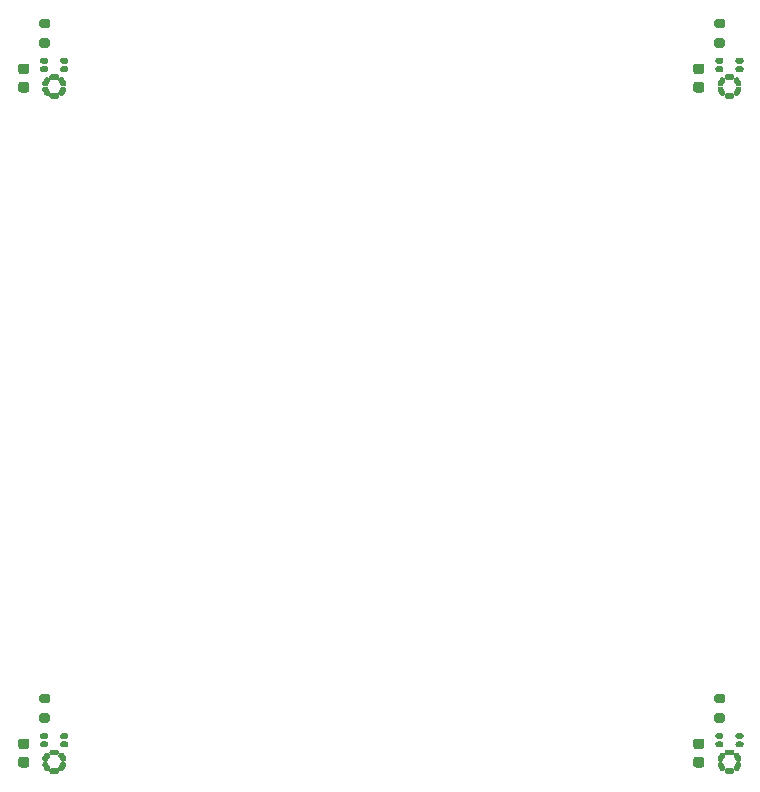
<source format=gbp>
G04 #@! TF.GenerationSoftware,KiCad,Pcbnew,5.1.10-88a1d61d58~88~ubuntu18.04.1*
G04 #@! TF.CreationDate,2021-09-30T10:19:46+02:00*
G04 #@! TF.ProjectId,pmod_microphone_array_2x2,706d6f64-5f6d-4696-9372-6f70686f6e65,1.0.0*
G04 #@! TF.SameCoordinates,Original*
G04 #@! TF.FileFunction,Paste,Bot*
G04 #@! TF.FilePolarity,Positive*
%FSLAX46Y46*%
G04 Gerber Fmt 4.6, Leading zero omitted, Abs format (unit mm)*
G04 Created by KiCad (PCBNEW 5.1.10-88a1d61d58~88~ubuntu18.04.1) date 2021-09-30 10:19:46*
%MOMM*%
%LPD*%
G01*
G04 APERTURE LIST*
%ADD10C,0.000100*%
%ADD11C,0.001000*%
G04 APERTURE END LIST*
D10*
G36*
X93812000Y-119816000D02*
G01*
X94012000Y-119816000D01*
X94032906Y-119814904D01*
X94053582Y-119811630D01*
X94073803Y-119806211D01*
X94093347Y-119798709D01*
X94112000Y-119789205D01*
X94129557Y-119777803D01*
X94145826Y-119764629D01*
X94160629Y-119749826D01*
X94173803Y-119733557D01*
X94185205Y-119716000D01*
X94194709Y-119697347D01*
X94202211Y-119677803D01*
X94207630Y-119657582D01*
X94210904Y-119636906D01*
X94212000Y-119616000D01*
X94210904Y-119595094D01*
X94207630Y-119574418D01*
X94202211Y-119554197D01*
X94194709Y-119534653D01*
X94185205Y-119516000D01*
X94173803Y-119498443D01*
X94160629Y-119482174D01*
X94145826Y-119467371D01*
X94129557Y-119454197D01*
X94112000Y-119442795D01*
X94093347Y-119433291D01*
X94073803Y-119425789D01*
X94053582Y-119420370D01*
X94032906Y-119417096D01*
X94012000Y-119416000D01*
X93812000Y-119416000D01*
X93791094Y-119417096D01*
X93770418Y-119420370D01*
X93750197Y-119425789D01*
X93730653Y-119433291D01*
X93712000Y-119442795D01*
X93694443Y-119454197D01*
X93678174Y-119467371D01*
X93663371Y-119482174D01*
X93650197Y-119498443D01*
X93638795Y-119516000D01*
X93629291Y-119534653D01*
X93621789Y-119554197D01*
X93616370Y-119574418D01*
X93613096Y-119595094D01*
X93612000Y-119616000D01*
X93613096Y-119636906D01*
X93616370Y-119657582D01*
X93621789Y-119677803D01*
X93629291Y-119697347D01*
X93638795Y-119716000D01*
X93650197Y-119733557D01*
X93663371Y-119749826D01*
X93678174Y-119764629D01*
X93694443Y-119777803D01*
X93712000Y-119789205D01*
X93730653Y-119798709D01*
X93750197Y-119806211D01*
X93770418Y-119811630D01*
X93791094Y-119814904D01*
X93812000Y-119816000D01*
G37*
X93812000Y-119816000D02*
X94012000Y-119816000D01*
X94032906Y-119814904D01*
X94053582Y-119811630D01*
X94073803Y-119806211D01*
X94093347Y-119798709D01*
X94112000Y-119789205D01*
X94129557Y-119777803D01*
X94145826Y-119764629D01*
X94160629Y-119749826D01*
X94173803Y-119733557D01*
X94185205Y-119716000D01*
X94194709Y-119697347D01*
X94202211Y-119677803D01*
X94207630Y-119657582D01*
X94210904Y-119636906D01*
X94212000Y-119616000D01*
X94210904Y-119595094D01*
X94207630Y-119574418D01*
X94202211Y-119554197D01*
X94194709Y-119534653D01*
X94185205Y-119516000D01*
X94173803Y-119498443D01*
X94160629Y-119482174D01*
X94145826Y-119467371D01*
X94129557Y-119454197D01*
X94112000Y-119442795D01*
X94093347Y-119433291D01*
X94073803Y-119425789D01*
X94053582Y-119420370D01*
X94032906Y-119417096D01*
X94012000Y-119416000D01*
X93812000Y-119416000D01*
X93791094Y-119417096D01*
X93770418Y-119420370D01*
X93750197Y-119425789D01*
X93730653Y-119433291D01*
X93712000Y-119442795D01*
X93694443Y-119454197D01*
X93678174Y-119467371D01*
X93663371Y-119482174D01*
X93650197Y-119498443D01*
X93638795Y-119516000D01*
X93629291Y-119534653D01*
X93621789Y-119554197D01*
X93616370Y-119574418D01*
X93613096Y-119595094D01*
X93612000Y-119616000D01*
X93613096Y-119636906D01*
X93616370Y-119657582D01*
X93621789Y-119677803D01*
X93629291Y-119697347D01*
X93638795Y-119716000D01*
X93650197Y-119733557D01*
X93663371Y-119749826D01*
X93678174Y-119764629D01*
X93694443Y-119777803D01*
X93712000Y-119789205D01*
X93730653Y-119798709D01*
X93750197Y-119806211D01*
X93770418Y-119811630D01*
X93791094Y-119814904D01*
X93812000Y-119816000D01*
G36*
X95512000Y-119116000D02*
G01*
X95712000Y-119116000D01*
X95732906Y-119114904D01*
X95753582Y-119111630D01*
X95773803Y-119106211D01*
X95793347Y-119098709D01*
X95812000Y-119089205D01*
X95829557Y-119077803D01*
X95845826Y-119064629D01*
X95860629Y-119049826D01*
X95873803Y-119033557D01*
X95885205Y-119016000D01*
X95894709Y-118997347D01*
X95902211Y-118977803D01*
X95907630Y-118957582D01*
X95910904Y-118936906D01*
X95912000Y-118916000D01*
X95910904Y-118895094D01*
X95907630Y-118874418D01*
X95902211Y-118854197D01*
X95894709Y-118834653D01*
X95885205Y-118816000D01*
X95873803Y-118798443D01*
X95860629Y-118782174D01*
X95845826Y-118767371D01*
X95829557Y-118754197D01*
X95812000Y-118742795D01*
X95793347Y-118733291D01*
X95773803Y-118725789D01*
X95753582Y-118720370D01*
X95732906Y-118717096D01*
X95712000Y-118716000D01*
X95512000Y-118716000D01*
X95491094Y-118717096D01*
X95470418Y-118720370D01*
X95450197Y-118725789D01*
X95430653Y-118733291D01*
X95412000Y-118742795D01*
X95394443Y-118754197D01*
X95378174Y-118767371D01*
X95363371Y-118782174D01*
X95350197Y-118798443D01*
X95338795Y-118816000D01*
X95329291Y-118834653D01*
X95321789Y-118854197D01*
X95316370Y-118874418D01*
X95313096Y-118895094D01*
X95312000Y-118916000D01*
X95313096Y-118936906D01*
X95316370Y-118957582D01*
X95321789Y-118977803D01*
X95329291Y-118997347D01*
X95338795Y-119016000D01*
X95350197Y-119033557D01*
X95363371Y-119049826D01*
X95378174Y-119064629D01*
X95394443Y-119077803D01*
X95412000Y-119089205D01*
X95430653Y-119098709D01*
X95450197Y-119106211D01*
X95470418Y-119111630D01*
X95491094Y-119114904D01*
X95512000Y-119116000D01*
G37*
X95512000Y-119116000D02*
X95712000Y-119116000D01*
X95732906Y-119114904D01*
X95753582Y-119111630D01*
X95773803Y-119106211D01*
X95793347Y-119098709D01*
X95812000Y-119089205D01*
X95829557Y-119077803D01*
X95845826Y-119064629D01*
X95860629Y-119049826D01*
X95873803Y-119033557D01*
X95885205Y-119016000D01*
X95894709Y-118997347D01*
X95902211Y-118977803D01*
X95907630Y-118957582D01*
X95910904Y-118936906D01*
X95912000Y-118916000D01*
X95910904Y-118895094D01*
X95907630Y-118874418D01*
X95902211Y-118854197D01*
X95894709Y-118834653D01*
X95885205Y-118816000D01*
X95873803Y-118798443D01*
X95860629Y-118782174D01*
X95845826Y-118767371D01*
X95829557Y-118754197D01*
X95812000Y-118742795D01*
X95793347Y-118733291D01*
X95773803Y-118725789D01*
X95753582Y-118720370D01*
X95732906Y-118717096D01*
X95712000Y-118716000D01*
X95512000Y-118716000D01*
X95491094Y-118717096D01*
X95470418Y-118720370D01*
X95450197Y-118725789D01*
X95430653Y-118733291D01*
X95412000Y-118742795D01*
X95394443Y-118754197D01*
X95378174Y-118767371D01*
X95363371Y-118782174D01*
X95350197Y-118798443D01*
X95338795Y-118816000D01*
X95329291Y-118834653D01*
X95321789Y-118854197D01*
X95316370Y-118874418D01*
X95313096Y-118895094D01*
X95312000Y-118916000D01*
X95313096Y-118936906D01*
X95316370Y-118957582D01*
X95321789Y-118977803D01*
X95329291Y-118997347D01*
X95338795Y-119016000D01*
X95350197Y-119033557D01*
X95363371Y-119049826D01*
X95378174Y-119064629D01*
X95394443Y-119077803D01*
X95412000Y-119089205D01*
X95430653Y-119098709D01*
X95450197Y-119106211D01*
X95470418Y-119111630D01*
X95491094Y-119114904D01*
X95512000Y-119116000D01*
G36*
X95512000Y-119816000D02*
G01*
X95712000Y-119816000D01*
X95732906Y-119814904D01*
X95753582Y-119811630D01*
X95773803Y-119806211D01*
X95793347Y-119798709D01*
X95812000Y-119789205D01*
X95829557Y-119777803D01*
X95845826Y-119764629D01*
X95860629Y-119749826D01*
X95873803Y-119733557D01*
X95885205Y-119716000D01*
X95894709Y-119697347D01*
X95902211Y-119677803D01*
X95907630Y-119657582D01*
X95910904Y-119636906D01*
X95912000Y-119616000D01*
X95910904Y-119595094D01*
X95907630Y-119574418D01*
X95902211Y-119554197D01*
X95894709Y-119534653D01*
X95885205Y-119516000D01*
X95873803Y-119498443D01*
X95860629Y-119482174D01*
X95845826Y-119467371D01*
X95829557Y-119454197D01*
X95812000Y-119442795D01*
X95793347Y-119433291D01*
X95773803Y-119425789D01*
X95753582Y-119420370D01*
X95732906Y-119417096D01*
X95712000Y-119416000D01*
X95512000Y-119416000D01*
X95491094Y-119417096D01*
X95470418Y-119420370D01*
X95450197Y-119425789D01*
X95430653Y-119433291D01*
X95412000Y-119442795D01*
X95394443Y-119454197D01*
X95378174Y-119467371D01*
X95363371Y-119482174D01*
X95350197Y-119498443D01*
X95338795Y-119516000D01*
X95329291Y-119534653D01*
X95321789Y-119554197D01*
X95316370Y-119574418D01*
X95313096Y-119595094D01*
X95312000Y-119616000D01*
X95313096Y-119636906D01*
X95316370Y-119657582D01*
X95321789Y-119677803D01*
X95329291Y-119697347D01*
X95338795Y-119716000D01*
X95350197Y-119733557D01*
X95363371Y-119749826D01*
X95378174Y-119764629D01*
X95394443Y-119777803D01*
X95412000Y-119789205D01*
X95430653Y-119798709D01*
X95450197Y-119806211D01*
X95470418Y-119811630D01*
X95491094Y-119814904D01*
X95512000Y-119816000D01*
G37*
X95512000Y-119816000D02*
X95712000Y-119816000D01*
X95732906Y-119814904D01*
X95753582Y-119811630D01*
X95773803Y-119806211D01*
X95793347Y-119798709D01*
X95812000Y-119789205D01*
X95829557Y-119777803D01*
X95845826Y-119764629D01*
X95860629Y-119749826D01*
X95873803Y-119733557D01*
X95885205Y-119716000D01*
X95894709Y-119697347D01*
X95902211Y-119677803D01*
X95907630Y-119657582D01*
X95910904Y-119636906D01*
X95912000Y-119616000D01*
X95910904Y-119595094D01*
X95907630Y-119574418D01*
X95902211Y-119554197D01*
X95894709Y-119534653D01*
X95885205Y-119516000D01*
X95873803Y-119498443D01*
X95860629Y-119482174D01*
X95845826Y-119467371D01*
X95829557Y-119454197D01*
X95812000Y-119442795D01*
X95793347Y-119433291D01*
X95773803Y-119425789D01*
X95753582Y-119420370D01*
X95732906Y-119417096D01*
X95712000Y-119416000D01*
X95512000Y-119416000D01*
X95491094Y-119417096D01*
X95470418Y-119420370D01*
X95450197Y-119425789D01*
X95430653Y-119433291D01*
X95412000Y-119442795D01*
X95394443Y-119454197D01*
X95378174Y-119467371D01*
X95363371Y-119482174D01*
X95350197Y-119498443D01*
X95338795Y-119516000D01*
X95329291Y-119534653D01*
X95321789Y-119554197D01*
X95316370Y-119574418D01*
X95313096Y-119595094D01*
X95312000Y-119616000D01*
X95313096Y-119636906D01*
X95316370Y-119657582D01*
X95321789Y-119677803D01*
X95329291Y-119697347D01*
X95338795Y-119716000D01*
X95350197Y-119733557D01*
X95363371Y-119749826D01*
X95378174Y-119764629D01*
X95394443Y-119777803D01*
X95412000Y-119789205D01*
X95430653Y-119798709D01*
X95450197Y-119806211D01*
X95470418Y-119811630D01*
X95491094Y-119814904D01*
X95512000Y-119816000D01*
G36*
X93812000Y-119116000D02*
G01*
X94012000Y-119116000D01*
X94032906Y-119114904D01*
X94053582Y-119111630D01*
X94073803Y-119106211D01*
X94093347Y-119098709D01*
X94112000Y-119089205D01*
X94129557Y-119077803D01*
X94145826Y-119064629D01*
X94160629Y-119049826D01*
X94173803Y-119033557D01*
X94185205Y-119016000D01*
X94194709Y-118997347D01*
X94202211Y-118977803D01*
X94207630Y-118957582D01*
X94210904Y-118936906D01*
X94212000Y-118916000D01*
X94210904Y-118895094D01*
X94207630Y-118874418D01*
X94202211Y-118854197D01*
X94194709Y-118834653D01*
X94185205Y-118816000D01*
X94173803Y-118798443D01*
X94160629Y-118782174D01*
X94145826Y-118767371D01*
X94129557Y-118754197D01*
X94112000Y-118742795D01*
X94093347Y-118733291D01*
X94073803Y-118725789D01*
X94053582Y-118720370D01*
X94032906Y-118717096D01*
X94012000Y-118716000D01*
X93812000Y-118716000D01*
X93791094Y-118717096D01*
X93770418Y-118720370D01*
X93750197Y-118725789D01*
X93730653Y-118733291D01*
X93712000Y-118742795D01*
X93694443Y-118754197D01*
X93678174Y-118767371D01*
X93663371Y-118782174D01*
X93650197Y-118798443D01*
X93638795Y-118816000D01*
X93629291Y-118834653D01*
X93621789Y-118854197D01*
X93616370Y-118874418D01*
X93613096Y-118895094D01*
X93612000Y-118916000D01*
X93613096Y-118936906D01*
X93616370Y-118957582D01*
X93621789Y-118977803D01*
X93629291Y-118997347D01*
X93638795Y-119016000D01*
X93650197Y-119033557D01*
X93663371Y-119049826D01*
X93678174Y-119064629D01*
X93694443Y-119077803D01*
X93712000Y-119089205D01*
X93730653Y-119098709D01*
X93750197Y-119106211D01*
X93770418Y-119111630D01*
X93791094Y-119114904D01*
X93812000Y-119116000D01*
G37*
X93812000Y-119116000D02*
X94012000Y-119116000D01*
X94032906Y-119114904D01*
X94053582Y-119111630D01*
X94073803Y-119106211D01*
X94093347Y-119098709D01*
X94112000Y-119089205D01*
X94129557Y-119077803D01*
X94145826Y-119064629D01*
X94160629Y-119049826D01*
X94173803Y-119033557D01*
X94185205Y-119016000D01*
X94194709Y-118997347D01*
X94202211Y-118977803D01*
X94207630Y-118957582D01*
X94210904Y-118936906D01*
X94212000Y-118916000D01*
X94210904Y-118895094D01*
X94207630Y-118874418D01*
X94202211Y-118854197D01*
X94194709Y-118834653D01*
X94185205Y-118816000D01*
X94173803Y-118798443D01*
X94160629Y-118782174D01*
X94145826Y-118767371D01*
X94129557Y-118754197D01*
X94112000Y-118742795D01*
X94093347Y-118733291D01*
X94073803Y-118725789D01*
X94053582Y-118720370D01*
X94032906Y-118717096D01*
X94012000Y-118716000D01*
X93812000Y-118716000D01*
X93791094Y-118717096D01*
X93770418Y-118720370D01*
X93750197Y-118725789D01*
X93730653Y-118733291D01*
X93712000Y-118742795D01*
X93694443Y-118754197D01*
X93678174Y-118767371D01*
X93663371Y-118782174D01*
X93650197Y-118798443D01*
X93638795Y-118816000D01*
X93629291Y-118834653D01*
X93621789Y-118854197D01*
X93616370Y-118874418D01*
X93613096Y-118895094D01*
X93612000Y-118916000D01*
X93613096Y-118936906D01*
X93616370Y-118957582D01*
X93621789Y-118977803D01*
X93629291Y-118997347D01*
X93638795Y-119016000D01*
X93650197Y-119033557D01*
X93663371Y-119049826D01*
X93678174Y-119064629D01*
X93694443Y-119077803D01*
X93712000Y-119089205D01*
X93730653Y-119098709D01*
X93750197Y-119106211D01*
X93770418Y-119111630D01*
X93791094Y-119114904D01*
X93812000Y-119116000D01*
D11*
G36*
X95122000Y-120306000D02*
G01*
X95121712Y-120295009D01*
X95120850Y-120284049D01*
X95119415Y-120273149D01*
X95117411Y-120262339D01*
X95114844Y-120251648D01*
X95111722Y-120241106D01*
X95108052Y-120230743D01*
X95103845Y-120220585D01*
X95099111Y-120210662D01*
X95093865Y-120201000D01*
X95088121Y-120191626D01*
X95081894Y-120182565D01*
X95075201Y-120173843D01*
X95068060Y-120165483D01*
X95060492Y-120157508D01*
X95052517Y-120149940D01*
X95044157Y-120142799D01*
X95035435Y-120136106D01*
X95026374Y-120129879D01*
X95017000Y-120124135D01*
X95007338Y-120118889D01*
X94997415Y-120114155D01*
X94987257Y-120109948D01*
X94976894Y-120106278D01*
X94966352Y-120103156D01*
X94955661Y-120100589D01*
X94944851Y-120098585D01*
X94933951Y-120097150D01*
X94922991Y-120096288D01*
X94912000Y-120096000D01*
X94612000Y-120096000D01*
X94601009Y-120096288D01*
X94590049Y-120097150D01*
X94579149Y-120098585D01*
X94568339Y-120100589D01*
X94557648Y-120103156D01*
X94547106Y-120106278D01*
X94536743Y-120109948D01*
X94526585Y-120114155D01*
X94516662Y-120118889D01*
X94507000Y-120124135D01*
X94497626Y-120129879D01*
X94488565Y-120136106D01*
X94479843Y-120142799D01*
X94471483Y-120149940D01*
X94463508Y-120157508D01*
X94455940Y-120165483D01*
X94448799Y-120173843D01*
X94442106Y-120182565D01*
X94435879Y-120191626D01*
X94430135Y-120201000D01*
X94424889Y-120210662D01*
X94420155Y-120220585D01*
X94415948Y-120230743D01*
X94412278Y-120241106D01*
X94409156Y-120251648D01*
X94406589Y-120262339D01*
X94404585Y-120273149D01*
X94403150Y-120284049D01*
X94402288Y-120295009D01*
X94402000Y-120306000D01*
X94402288Y-120316991D01*
X94403150Y-120327951D01*
X94404585Y-120338851D01*
X94406589Y-120349661D01*
X94409156Y-120360352D01*
X94412278Y-120370894D01*
X94415948Y-120381257D01*
X94420155Y-120391415D01*
X94424889Y-120401338D01*
X94430135Y-120411000D01*
X94435879Y-120420374D01*
X94442106Y-120429435D01*
X94448799Y-120438157D01*
X94455940Y-120446517D01*
X94463508Y-120454492D01*
X94471483Y-120462060D01*
X94479843Y-120469201D01*
X94488565Y-120475894D01*
X94497626Y-120482121D01*
X94507000Y-120487865D01*
X94516662Y-120493111D01*
X94526585Y-120497845D01*
X94536743Y-120502052D01*
X94547106Y-120505722D01*
X94557648Y-120508844D01*
X94568339Y-120511411D01*
X94579149Y-120513415D01*
X94590049Y-120514850D01*
X94601009Y-120515712D01*
X94612000Y-120516000D01*
X94622000Y-120516000D01*
X94627394Y-120514275D01*
X94631925Y-120512890D01*
X94636471Y-120511558D01*
X94641033Y-120510278D01*
X94645610Y-120509052D01*
X94650201Y-120507879D01*
X94654805Y-120506759D01*
X94659421Y-120505694D01*
X94664050Y-120504682D01*
X94668690Y-120503723D01*
X94673341Y-120502819D01*
X94678002Y-120501970D01*
X94682673Y-120501174D01*
X94687353Y-120500433D01*
X94692041Y-120499746D01*
X94696736Y-120499114D01*
X94701439Y-120498537D01*
X94706148Y-120498014D01*
X94710863Y-120497546D01*
X94715583Y-120497133D01*
X94720308Y-120496775D01*
X94725036Y-120496472D01*
X94729767Y-120496224D01*
X94734502Y-120496031D01*
X94739238Y-120495893D01*
X94743975Y-120495811D01*
X94748713Y-120495783D01*
X94753451Y-120495811D01*
X94758188Y-120495893D01*
X94762000Y-120496000D01*
X94765812Y-120495893D01*
X94770549Y-120495811D01*
X94775287Y-120495783D01*
X94780025Y-120495811D01*
X94784762Y-120495893D01*
X94789498Y-120496031D01*
X94794233Y-120496224D01*
X94798964Y-120496472D01*
X94803692Y-120496775D01*
X94808417Y-120497133D01*
X94813137Y-120497546D01*
X94817852Y-120498014D01*
X94822561Y-120498537D01*
X94827264Y-120499114D01*
X94831959Y-120499746D01*
X94836647Y-120500433D01*
X94841327Y-120501174D01*
X94845998Y-120501970D01*
X94850659Y-120502819D01*
X94855310Y-120503723D01*
X94859950Y-120504682D01*
X94864579Y-120505694D01*
X94869195Y-120506759D01*
X94873799Y-120507879D01*
X94878390Y-120509052D01*
X94882967Y-120510278D01*
X94887529Y-120511558D01*
X94892075Y-120512890D01*
X94896606Y-120514275D01*
X94902000Y-120516000D01*
X94912000Y-120516000D01*
X94922991Y-120515712D01*
X94933951Y-120514850D01*
X94944851Y-120513415D01*
X94955661Y-120511411D01*
X94966352Y-120508844D01*
X94976894Y-120505722D01*
X94987257Y-120502052D01*
X94997415Y-120497845D01*
X95007338Y-120493111D01*
X95017000Y-120487865D01*
X95026374Y-120482121D01*
X95035435Y-120475894D01*
X95044157Y-120469201D01*
X95052517Y-120462060D01*
X95060492Y-120454492D01*
X95068060Y-120446517D01*
X95075201Y-120438157D01*
X95081894Y-120429435D01*
X95088121Y-120420374D01*
X95093865Y-120411000D01*
X95099111Y-120401338D01*
X95103845Y-120391415D01*
X95108052Y-120381257D01*
X95111722Y-120370894D01*
X95114844Y-120360352D01*
X95117411Y-120349661D01*
X95119415Y-120338851D01*
X95120850Y-120327951D01*
X95121712Y-120316991D01*
X95122000Y-120306000D01*
G37*
X95122000Y-120306000D02*
X95121712Y-120295009D01*
X95120850Y-120284049D01*
X95119415Y-120273149D01*
X95117411Y-120262339D01*
X95114844Y-120251648D01*
X95111722Y-120241106D01*
X95108052Y-120230743D01*
X95103845Y-120220585D01*
X95099111Y-120210662D01*
X95093865Y-120201000D01*
X95088121Y-120191626D01*
X95081894Y-120182565D01*
X95075201Y-120173843D01*
X95068060Y-120165483D01*
X95060492Y-120157508D01*
X95052517Y-120149940D01*
X95044157Y-120142799D01*
X95035435Y-120136106D01*
X95026374Y-120129879D01*
X95017000Y-120124135D01*
X95007338Y-120118889D01*
X94997415Y-120114155D01*
X94987257Y-120109948D01*
X94976894Y-120106278D01*
X94966352Y-120103156D01*
X94955661Y-120100589D01*
X94944851Y-120098585D01*
X94933951Y-120097150D01*
X94922991Y-120096288D01*
X94912000Y-120096000D01*
X94612000Y-120096000D01*
X94601009Y-120096288D01*
X94590049Y-120097150D01*
X94579149Y-120098585D01*
X94568339Y-120100589D01*
X94557648Y-120103156D01*
X94547106Y-120106278D01*
X94536743Y-120109948D01*
X94526585Y-120114155D01*
X94516662Y-120118889D01*
X94507000Y-120124135D01*
X94497626Y-120129879D01*
X94488565Y-120136106D01*
X94479843Y-120142799D01*
X94471483Y-120149940D01*
X94463508Y-120157508D01*
X94455940Y-120165483D01*
X94448799Y-120173843D01*
X94442106Y-120182565D01*
X94435879Y-120191626D01*
X94430135Y-120201000D01*
X94424889Y-120210662D01*
X94420155Y-120220585D01*
X94415948Y-120230743D01*
X94412278Y-120241106D01*
X94409156Y-120251648D01*
X94406589Y-120262339D01*
X94404585Y-120273149D01*
X94403150Y-120284049D01*
X94402288Y-120295009D01*
X94402000Y-120306000D01*
X94402288Y-120316991D01*
X94403150Y-120327951D01*
X94404585Y-120338851D01*
X94406589Y-120349661D01*
X94409156Y-120360352D01*
X94412278Y-120370894D01*
X94415948Y-120381257D01*
X94420155Y-120391415D01*
X94424889Y-120401338D01*
X94430135Y-120411000D01*
X94435879Y-120420374D01*
X94442106Y-120429435D01*
X94448799Y-120438157D01*
X94455940Y-120446517D01*
X94463508Y-120454492D01*
X94471483Y-120462060D01*
X94479843Y-120469201D01*
X94488565Y-120475894D01*
X94497626Y-120482121D01*
X94507000Y-120487865D01*
X94516662Y-120493111D01*
X94526585Y-120497845D01*
X94536743Y-120502052D01*
X94547106Y-120505722D01*
X94557648Y-120508844D01*
X94568339Y-120511411D01*
X94579149Y-120513415D01*
X94590049Y-120514850D01*
X94601009Y-120515712D01*
X94612000Y-120516000D01*
X94622000Y-120516000D01*
X94627394Y-120514275D01*
X94631925Y-120512890D01*
X94636471Y-120511558D01*
X94641033Y-120510278D01*
X94645610Y-120509052D01*
X94650201Y-120507879D01*
X94654805Y-120506759D01*
X94659421Y-120505694D01*
X94664050Y-120504682D01*
X94668690Y-120503723D01*
X94673341Y-120502819D01*
X94678002Y-120501970D01*
X94682673Y-120501174D01*
X94687353Y-120500433D01*
X94692041Y-120499746D01*
X94696736Y-120499114D01*
X94701439Y-120498537D01*
X94706148Y-120498014D01*
X94710863Y-120497546D01*
X94715583Y-120497133D01*
X94720308Y-120496775D01*
X94725036Y-120496472D01*
X94729767Y-120496224D01*
X94734502Y-120496031D01*
X94739238Y-120495893D01*
X94743975Y-120495811D01*
X94748713Y-120495783D01*
X94753451Y-120495811D01*
X94758188Y-120495893D01*
X94762000Y-120496000D01*
X94765812Y-120495893D01*
X94770549Y-120495811D01*
X94775287Y-120495783D01*
X94780025Y-120495811D01*
X94784762Y-120495893D01*
X94789498Y-120496031D01*
X94794233Y-120496224D01*
X94798964Y-120496472D01*
X94803692Y-120496775D01*
X94808417Y-120497133D01*
X94813137Y-120497546D01*
X94817852Y-120498014D01*
X94822561Y-120498537D01*
X94827264Y-120499114D01*
X94831959Y-120499746D01*
X94836647Y-120500433D01*
X94841327Y-120501174D01*
X94845998Y-120501970D01*
X94850659Y-120502819D01*
X94855310Y-120503723D01*
X94859950Y-120504682D01*
X94864579Y-120505694D01*
X94869195Y-120506759D01*
X94873799Y-120507879D01*
X94878390Y-120509052D01*
X94882967Y-120510278D01*
X94887529Y-120511558D01*
X94892075Y-120512890D01*
X94896606Y-120514275D01*
X94902000Y-120516000D01*
X94912000Y-120516000D01*
X94922991Y-120515712D01*
X94933951Y-120514850D01*
X94944851Y-120513415D01*
X94955661Y-120511411D01*
X94966352Y-120508844D01*
X94976894Y-120505722D01*
X94987257Y-120502052D01*
X94997415Y-120497845D01*
X95007338Y-120493111D01*
X95017000Y-120487865D01*
X95026374Y-120482121D01*
X95035435Y-120475894D01*
X95044157Y-120469201D01*
X95052517Y-120462060D01*
X95060492Y-120454492D01*
X95068060Y-120446517D01*
X95075201Y-120438157D01*
X95081894Y-120429435D01*
X95088121Y-120420374D01*
X95093865Y-120411000D01*
X95099111Y-120401338D01*
X95103845Y-120391415D01*
X95108052Y-120381257D01*
X95111722Y-120370894D01*
X95114844Y-120360352D01*
X95117411Y-120349661D01*
X95119415Y-120338851D01*
X95120850Y-120327951D01*
X95121712Y-120316991D01*
X95122000Y-120306000D01*
G36*
X94402000Y-121886000D02*
G01*
X94402288Y-121896991D01*
X94403150Y-121907951D01*
X94404585Y-121918851D01*
X94406589Y-121929661D01*
X94409156Y-121940352D01*
X94412278Y-121950894D01*
X94415948Y-121961257D01*
X94420155Y-121971415D01*
X94424889Y-121981338D01*
X94430135Y-121991000D01*
X94435879Y-122000374D01*
X94442106Y-122009435D01*
X94448799Y-122018157D01*
X94455940Y-122026517D01*
X94463508Y-122034492D01*
X94471483Y-122042060D01*
X94479843Y-122049201D01*
X94488565Y-122055894D01*
X94497626Y-122062121D01*
X94507000Y-122067865D01*
X94516662Y-122073111D01*
X94526585Y-122077845D01*
X94536743Y-122082052D01*
X94547106Y-122085722D01*
X94557648Y-122088844D01*
X94568339Y-122091411D01*
X94579149Y-122093415D01*
X94590049Y-122094850D01*
X94601009Y-122095712D01*
X94612000Y-122096000D01*
X94912000Y-122096000D01*
X94922991Y-122095712D01*
X94933951Y-122094850D01*
X94944851Y-122093415D01*
X94955661Y-122091411D01*
X94966352Y-122088844D01*
X94976894Y-122085722D01*
X94987257Y-122082052D01*
X94997415Y-122077845D01*
X95007338Y-122073111D01*
X95017000Y-122067865D01*
X95026374Y-122062121D01*
X95035435Y-122055894D01*
X95044157Y-122049201D01*
X95052517Y-122042060D01*
X95060492Y-122034492D01*
X95068060Y-122026517D01*
X95075201Y-122018157D01*
X95081894Y-122009435D01*
X95088121Y-122000374D01*
X95093865Y-121991000D01*
X95099111Y-121981338D01*
X95103845Y-121971415D01*
X95108052Y-121961257D01*
X95111722Y-121950894D01*
X95114844Y-121940352D01*
X95117411Y-121929661D01*
X95119415Y-121918851D01*
X95120850Y-121907951D01*
X95121712Y-121896991D01*
X95122000Y-121886000D01*
X95121712Y-121875009D01*
X95120850Y-121864049D01*
X95119415Y-121853149D01*
X95117411Y-121842339D01*
X95114844Y-121831648D01*
X95111722Y-121821106D01*
X95108052Y-121810743D01*
X95103845Y-121800585D01*
X95099111Y-121790662D01*
X95093865Y-121781000D01*
X95088121Y-121771626D01*
X95081894Y-121762565D01*
X95075201Y-121753843D01*
X95068060Y-121745483D01*
X95060492Y-121737508D01*
X95052517Y-121729940D01*
X95044157Y-121722799D01*
X95035435Y-121716106D01*
X95026374Y-121709879D01*
X95017000Y-121704135D01*
X95007338Y-121698889D01*
X94997415Y-121694155D01*
X94987257Y-121689948D01*
X94976894Y-121686278D01*
X94966352Y-121683156D01*
X94955661Y-121680589D01*
X94944851Y-121678585D01*
X94933951Y-121677150D01*
X94922991Y-121676288D01*
X94912000Y-121676000D01*
X94902000Y-121676000D01*
X94896606Y-121677725D01*
X94892075Y-121679110D01*
X94887529Y-121680442D01*
X94882967Y-121681722D01*
X94878390Y-121682948D01*
X94873799Y-121684121D01*
X94869195Y-121685241D01*
X94864579Y-121686306D01*
X94859950Y-121687318D01*
X94855310Y-121688277D01*
X94850659Y-121689181D01*
X94845998Y-121690030D01*
X94841327Y-121690826D01*
X94836647Y-121691567D01*
X94831959Y-121692254D01*
X94827264Y-121692886D01*
X94822561Y-121693463D01*
X94817852Y-121693986D01*
X94813137Y-121694454D01*
X94808417Y-121694867D01*
X94803692Y-121695225D01*
X94798964Y-121695528D01*
X94794233Y-121695776D01*
X94789498Y-121695969D01*
X94784762Y-121696107D01*
X94780025Y-121696189D01*
X94775287Y-121696217D01*
X94770549Y-121696189D01*
X94765812Y-121696107D01*
X94762000Y-121696000D01*
X94758188Y-121696107D01*
X94753451Y-121696189D01*
X94748713Y-121696217D01*
X94743975Y-121696189D01*
X94739238Y-121696107D01*
X94734502Y-121695969D01*
X94729767Y-121695776D01*
X94725036Y-121695528D01*
X94720308Y-121695225D01*
X94715583Y-121694867D01*
X94710863Y-121694454D01*
X94706148Y-121693986D01*
X94701439Y-121693463D01*
X94696736Y-121692886D01*
X94692041Y-121692254D01*
X94687353Y-121691567D01*
X94682673Y-121690826D01*
X94678002Y-121690030D01*
X94673341Y-121689181D01*
X94668690Y-121688277D01*
X94664050Y-121687318D01*
X94659421Y-121686306D01*
X94654805Y-121685241D01*
X94650201Y-121684121D01*
X94645610Y-121682948D01*
X94641033Y-121681722D01*
X94636471Y-121680442D01*
X94631925Y-121679110D01*
X94627394Y-121677725D01*
X94622000Y-121676000D01*
X94612000Y-121676000D01*
X94601009Y-121676288D01*
X94590049Y-121677150D01*
X94579149Y-121678585D01*
X94568339Y-121680589D01*
X94557648Y-121683156D01*
X94547106Y-121686278D01*
X94536743Y-121689948D01*
X94526585Y-121694155D01*
X94516662Y-121698889D01*
X94507000Y-121704135D01*
X94497626Y-121709879D01*
X94488565Y-121716106D01*
X94479843Y-121722799D01*
X94471483Y-121729940D01*
X94463508Y-121737508D01*
X94455940Y-121745483D01*
X94448799Y-121753843D01*
X94442106Y-121762565D01*
X94435879Y-121771626D01*
X94430135Y-121781000D01*
X94424889Y-121790662D01*
X94420155Y-121800585D01*
X94415948Y-121810743D01*
X94412278Y-121821106D01*
X94409156Y-121831648D01*
X94406589Y-121842339D01*
X94404585Y-121853149D01*
X94403150Y-121864049D01*
X94402288Y-121875009D01*
X94402000Y-121886000D01*
G37*
X94402000Y-121886000D02*
X94402288Y-121896991D01*
X94403150Y-121907951D01*
X94404585Y-121918851D01*
X94406589Y-121929661D01*
X94409156Y-121940352D01*
X94412278Y-121950894D01*
X94415948Y-121961257D01*
X94420155Y-121971415D01*
X94424889Y-121981338D01*
X94430135Y-121991000D01*
X94435879Y-122000374D01*
X94442106Y-122009435D01*
X94448799Y-122018157D01*
X94455940Y-122026517D01*
X94463508Y-122034492D01*
X94471483Y-122042060D01*
X94479843Y-122049201D01*
X94488565Y-122055894D01*
X94497626Y-122062121D01*
X94507000Y-122067865D01*
X94516662Y-122073111D01*
X94526585Y-122077845D01*
X94536743Y-122082052D01*
X94547106Y-122085722D01*
X94557648Y-122088844D01*
X94568339Y-122091411D01*
X94579149Y-122093415D01*
X94590049Y-122094850D01*
X94601009Y-122095712D01*
X94612000Y-122096000D01*
X94912000Y-122096000D01*
X94922991Y-122095712D01*
X94933951Y-122094850D01*
X94944851Y-122093415D01*
X94955661Y-122091411D01*
X94966352Y-122088844D01*
X94976894Y-122085722D01*
X94987257Y-122082052D01*
X94997415Y-122077845D01*
X95007338Y-122073111D01*
X95017000Y-122067865D01*
X95026374Y-122062121D01*
X95035435Y-122055894D01*
X95044157Y-122049201D01*
X95052517Y-122042060D01*
X95060492Y-122034492D01*
X95068060Y-122026517D01*
X95075201Y-122018157D01*
X95081894Y-122009435D01*
X95088121Y-122000374D01*
X95093865Y-121991000D01*
X95099111Y-121981338D01*
X95103845Y-121971415D01*
X95108052Y-121961257D01*
X95111722Y-121950894D01*
X95114844Y-121940352D01*
X95117411Y-121929661D01*
X95119415Y-121918851D01*
X95120850Y-121907951D01*
X95121712Y-121896991D01*
X95122000Y-121886000D01*
X95121712Y-121875009D01*
X95120850Y-121864049D01*
X95119415Y-121853149D01*
X95117411Y-121842339D01*
X95114844Y-121831648D01*
X95111722Y-121821106D01*
X95108052Y-121810743D01*
X95103845Y-121800585D01*
X95099111Y-121790662D01*
X95093865Y-121781000D01*
X95088121Y-121771626D01*
X95081894Y-121762565D01*
X95075201Y-121753843D01*
X95068060Y-121745483D01*
X95060492Y-121737508D01*
X95052517Y-121729940D01*
X95044157Y-121722799D01*
X95035435Y-121716106D01*
X95026374Y-121709879D01*
X95017000Y-121704135D01*
X95007338Y-121698889D01*
X94997415Y-121694155D01*
X94987257Y-121689948D01*
X94976894Y-121686278D01*
X94966352Y-121683156D01*
X94955661Y-121680589D01*
X94944851Y-121678585D01*
X94933951Y-121677150D01*
X94922991Y-121676288D01*
X94912000Y-121676000D01*
X94902000Y-121676000D01*
X94896606Y-121677725D01*
X94892075Y-121679110D01*
X94887529Y-121680442D01*
X94882967Y-121681722D01*
X94878390Y-121682948D01*
X94873799Y-121684121D01*
X94869195Y-121685241D01*
X94864579Y-121686306D01*
X94859950Y-121687318D01*
X94855310Y-121688277D01*
X94850659Y-121689181D01*
X94845998Y-121690030D01*
X94841327Y-121690826D01*
X94836647Y-121691567D01*
X94831959Y-121692254D01*
X94827264Y-121692886D01*
X94822561Y-121693463D01*
X94817852Y-121693986D01*
X94813137Y-121694454D01*
X94808417Y-121694867D01*
X94803692Y-121695225D01*
X94798964Y-121695528D01*
X94794233Y-121695776D01*
X94789498Y-121695969D01*
X94784762Y-121696107D01*
X94780025Y-121696189D01*
X94775287Y-121696217D01*
X94770549Y-121696189D01*
X94765812Y-121696107D01*
X94762000Y-121696000D01*
X94758188Y-121696107D01*
X94753451Y-121696189D01*
X94748713Y-121696217D01*
X94743975Y-121696189D01*
X94739238Y-121696107D01*
X94734502Y-121695969D01*
X94729767Y-121695776D01*
X94725036Y-121695528D01*
X94720308Y-121695225D01*
X94715583Y-121694867D01*
X94710863Y-121694454D01*
X94706148Y-121693986D01*
X94701439Y-121693463D01*
X94696736Y-121692886D01*
X94692041Y-121692254D01*
X94687353Y-121691567D01*
X94682673Y-121690826D01*
X94678002Y-121690030D01*
X94673341Y-121689181D01*
X94668690Y-121688277D01*
X94664050Y-121687318D01*
X94659421Y-121686306D01*
X94654805Y-121685241D01*
X94650201Y-121684121D01*
X94645610Y-121682948D01*
X94641033Y-121681722D01*
X94636471Y-121680442D01*
X94631925Y-121679110D01*
X94627394Y-121677725D01*
X94622000Y-121676000D01*
X94612000Y-121676000D01*
X94601009Y-121676288D01*
X94590049Y-121677150D01*
X94579149Y-121678585D01*
X94568339Y-121680589D01*
X94557648Y-121683156D01*
X94547106Y-121686278D01*
X94536743Y-121689948D01*
X94526585Y-121694155D01*
X94516662Y-121698889D01*
X94507000Y-121704135D01*
X94497626Y-121709879D01*
X94488565Y-121716106D01*
X94479843Y-121722799D01*
X94471483Y-121729940D01*
X94463508Y-121737508D01*
X94455940Y-121745483D01*
X94448799Y-121753843D01*
X94442106Y-121762565D01*
X94435879Y-121771626D01*
X94430135Y-121781000D01*
X94424889Y-121790662D01*
X94420155Y-121800585D01*
X94415948Y-121810743D01*
X94412278Y-121821106D01*
X94409156Y-121831648D01*
X94406589Y-121842339D01*
X94404585Y-121853149D01*
X94403150Y-121864049D01*
X94402288Y-121875009D01*
X94402000Y-121886000D01*
G36*
X95266159Y-121802770D02*
G01*
X95275818Y-121808015D01*
X95285742Y-121812748D01*
X95295899Y-121816955D01*
X95306263Y-121820625D01*
X95316805Y-121823748D01*
X95327495Y-121826314D01*
X95338306Y-121828318D01*
X95349206Y-121829753D01*
X95360166Y-121830616D01*
X95371157Y-121830903D01*
X95382148Y-121830616D01*
X95393108Y-121829753D01*
X95404008Y-121828318D01*
X95414819Y-121826314D01*
X95425509Y-121823748D01*
X95436051Y-121820625D01*
X95446415Y-121816955D01*
X95456572Y-121812748D01*
X95466496Y-121808015D01*
X95476158Y-121802768D01*
X95485532Y-121797024D01*
X95494593Y-121790797D01*
X95503315Y-121784104D01*
X95511675Y-121776963D01*
X95519650Y-121769395D01*
X95527218Y-121761420D01*
X95534359Y-121753060D01*
X95541052Y-121744338D01*
X95547279Y-121735277D01*
X95553025Y-121725900D01*
X95628025Y-121596000D01*
X95703025Y-121466090D01*
X95708270Y-121456429D01*
X95713004Y-121446506D01*
X95717211Y-121436348D01*
X95720881Y-121425985D01*
X95724003Y-121415443D01*
X95726570Y-121404753D01*
X95728573Y-121393943D01*
X95730008Y-121383043D01*
X95730871Y-121372082D01*
X95731159Y-121361092D01*
X95730871Y-121350102D01*
X95730008Y-121339141D01*
X95728573Y-121328241D01*
X95726570Y-121317431D01*
X95724003Y-121306741D01*
X95720881Y-121296199D01*
X95717211Y-121285836D01*
X95713004Y-121275678D01*
X95708270Y-121265755D01*
X95703024Y-121256093D01*
X95697280Y-121246719D01*
X95691053Y-121237658D01*
X95684360Y-121228936D01*
X95677220Y-121220576D01*
X95669652Y-121212601D01*
X95661677Y-121205033D01*
X95653317Y-121197893D01*
X95644595Y-121191200D01*
X95635534Y-121184973D01*
X95626159Y-121179228D01*
X95616497Y-121173982D01*
X95606574Y-121169249D01*
X95596417Y-121165042D01*
X95586053Y-121161372D01*
X95575511Y-121158249D01*
X95564821Y-121155683D01*
X95554011Y-121153679D01*
X95543110Y-121152244D01*
X95532150Y-121151381D01*
X95521160Y-121151094D01*
X95510169Y-121151381D01*
X95499209Y-121152244D01*
X95488308Y-121153679D01*
X95477498Y-121155683D01*
X95466808Y-121158249D01*
X95456266Y-121161372D01*
X95445902Y-121165042D01*
X95435745Y-121169249D01*
X95425822Y-121173982D01*
X95416160Y-121179228D01*
X95406785Y-121184973D01*
X95397725Y-121191200D01*
X95389002Y-121197893D01*
X95380642Y-121205033D01*
X95372667Y-121212601D01*
X95365099Y-121220576D01*
X95357959Y-121228936D01*
X95351266Y-121237659D01*
X95345039Y-121246719D01*
X95339294Y-121256094D01*
X95334294Y-121264756D01*
X95333092Y-121270283D01*
X95332026Y-121274899D01*
X95330907Y-121279503D01*
X95329734Y-121284094D01*
X95328508Y-121288670D01*
X95327228Y-121293232D01*
X95325896Y-121297779D01*
X95324511Y-121302310D01*
X95323073Y-121306824D01*
X95321582Y-121311322D01*
X95320040Y-121315802D01*
X95318445Y-121320263D01*
X95316799Y-121324706D01*
X95315101Y-121329129D01*
X95313352Y-121333532D01*
X95311551Y-121337915D01*
X95309700Y-121342276D01*
X95307798Y-121346616D01*
X95305846Y-121350933D01*
X95303843Y-121355227D01*
X95301791Y-121359497D01*
X95299690Y-121363744D01*
X95297539Y-121367965D01*
X95295339Y-121372162D01*
X95293090Y-121376332D01*
X95290793Y-121380476D01*
X95288448Y-121384593D01*
X95286055Y-121388682D01*
X95283615Y-121392743D01*
X95281613Y-121395997D01*
X95279798Y-121399354D01*
X95277501Y-121403498D01*
X95275156Y-121407614D01*
X95272763Y-121411704D01*
X95270323Y-121415765D01*
X95267836Y-121419798D01*
X95265302Y-121423801D01*
X95262721Y-121427775D01*
X95260095Y-121431718D01*
X95257422Y-121435630D01*
X95254705Y-121439512D01*
X95251942Y-121443361D01*
X95249135Y-121447178D01*
X95246284Y-121450962D01*
X95243388Y-121454712D01*
X95240450Y-121458429D01*
X95237468Y-121462111D01*
X95234444Y-121465758D01*
X95231377Y-121469370D01*
X95228269Y-121472946D01*
X95225119Y-121476485D01*
X95221928Y-121479987D01*
X95218697Y-121483453D01*
X95215425Y-121486880D01*
X95212114Y-121490269D01*
X95208764Y-121493619D01*
X95205375Y-121496930D01*
X95201948Y-121500202D01*
X95198483Y-121503433D01*
X95194294Y-121507240D01*
X95189294Y-121515900D01*
X95184047Y-121525563D01*
X95179314Y-121535487D01*
X95175107Y-121545644D01*
X95171437Y-121556008D01*
X95168314Y-121566550D01*
X95165747Y-121577240D01*
X95163744Y-121588051D01*
X95162309Y-121598951D01*
X95161446Y-121609912D01*
X95161158Y-121620903D01*
X95161446Y-121631893D01*
X95162309Y-121642854D01*
X95163744Y-121653754D01*
X95165747Y-121664565D01*
X95168314Y-121675255D01*
X95171437Y-121685797D01*
X95175107Y-121696161D01*
X95179314Y-121706318D01*
X95184047Y-121716242D01*
X95189293Y-121725904D01*
X95195038Y-121735278D01*
X95201265Y-121744339D01*
X95207958Y-121753062D01*
X95215099Y-121761422D01*
X95222667Y-121769397D01*
X95230642Y-121776965D01*
X95239002Y-121784106D01*
X95247725Y-121790799D01*
X95256786Y-121797026D01*
X95266159Y-121802770D01*
G37*
X95266159Y-121802770D02*
X95275818Y-121808015D01*
X95285742Y-121812748D01*
X95295899Y-121816955D01*
X95306263Y-121820625D01*
X95316805Y-121823748D01*
X95327495Y-121826314D01*
X95338306Y-121828318D01*
X95349206Y-121829753D01*
X95360166Y-121830616D01*
X95371157Y-121830903D01*
X95382148Y-121830616D01*
X95393108Y-121829753D01*
X95404008Y-121828318D01*
X95414819Y-121826314D01*
X95425509Y-121823748D01*
X95436051Y-121820625D01*
X95446415Y-121816955D01*
X95456572Y-121812748D01*
X95466496Y-121808015D01*
X95476158Y-121802768D01*
X95485532Y-121797024D01*
X95494593Y-121790797D01*
X95503315Y-121784104D01*
X95511675Y-121776963D01*
X95519650Y-121769395D01*
X95527218Y-121761420D01*
X95534359Y-121753060D01*
X95541052Y-121744338D01*
X95547279Y-121735277D01*
X95553025Y-121725900D01*
X95628025Y-121596000D01*
X95703025Y-121466090D01*
X95708270Y-121456429D01*
X95713004Y-121446506D01*
X95717211Y-121436348D01*
X95720881Y-121425985D01*
X95724003Y-121415443D01*
X95726570Y-121404753D01*
X95728573Y-121393943D01*
X95730008Y-121383043D01*
X95730871Y-121372082D01*
X95731159Y-121361092D01*
X95730871Y-121350102D01*
X95730008Y-121339141D01*
X95728573Y-121328241D01*
X95726570Y-121317431D01*
X95724003Y-121306741D01*
X95720881Y-121296199D01*
X95717211Y-121285836D01*
X95713004Y-121275678D01*
X95708270Y-121265755D01*
X95703024Y-121256093D01*
X95697280Y-121246719D01*
X95691053Y-121237658D01*
X95684360Y-121228936D01*
X95677220Y-121220576D01*
X95669652Y-121212601D01*
X95661677Y-121205033D01*
X95653317Y-121197893D01*
X95644595Y-121191200D01*
X95635534Y-121184973D01*
X95626159Y-121179228D01*
X95616497Y-121173982D01*
X95606574Y-121169249D01*
X95596417Y-121165042D01*
X95586053Y-121161372D01*
X95575511Y-121158249D01*
X95564821Y-121155683D01*
X95554011Y-121153679D01*
X95543110Y-121152244D01*
X95532150Y-121151381D01*
X95521160Y-121151094D01*
X95510169Y-121151381D01*
X95499209Y-121152244D01*
X95488308Y-121153679D01*
X95477498Y-121155683D01*
X95466808Y-121158249D01*
X95456266Y-121161372D01*
X95445902Y-121165042D01*
X95435745Y-121169249D01*
X95425822Y-121173982D01*
X95416160Y-121179228D01*
X95406785Y-121184973D01*
X95397725Y-121191200D01*
X95389002Y-121197893D01*
X95380642Y-121205033D01*
X95372667Y-121212601D01*
X95365099Y-121220576D01*
X95357959Y-121228936D01*
X95351266Y-121237659D01*
X95345039Y-121246719D01*
X95339294Y-121256094D01*
X95334294Y-121264756D01*
X95333092Y-121270283D01*
X95332026Y-121274899D01*
X95330907Y-121279503D01*
X95329734Y-121284094D01*
X95328508Y-121288670D01*
X95327228Y-121293232D01*
X95325896Y-121297779D01*
X95324511Y-121302310D01*
X95323073Y-121306824D01*
X95321582Y-121311322D01*
X95320040Y-121315802D01*
X95318445Y-121320263D01*
X95316799Y-121324706D01*
X95315101Y-121329129D01*
X95313352Y-121333532D01*
X95311551Y-121337915D01*
X95309700Y-121342276D01*
X95307798Y-121346616D01*
X95305846Y-121350933D01*
X95303843Y-121355227D01*
X95301791Y-121359497D01*
X95299690Y-121363744D01*
X95297539Y-121367965D01*
X95295339Y-121372162D01*
X95293090Y-121376332D01*
X95290793Y-121380476D01*
X95288448Y-121384593D01*
X95286055Y-121388682D01*
X95283615Y-121392743D01*
X95281613Y-121395997D01*
X95279798Y-121399354D01*
X95277501Y-121403498D01*
X95275156Y-121407614D01*
X95272763Y-121411704D01*
X95270323Y-121415765D01*
X95267836Y-121419798D01*
X95265302Y-121423801D01*
X95262721Y-121427775D01*
X95260095Y-121431718D01*
X95257422Y-121435630D01*
X95254705Y-121439512D01*
X95251942Y-121443361D01*
X95249135Y-121447178D01*
X95246284Y-121450962D01*
X95243388Y-121454712D01*
X95240450Y-121458429D01*
X95237468Y-121462111D01*
X95234444Y-121465758D01*
X95231377Y-121469370D01*
X95228269Y-121472946D01*
X95225119Y-121476485D01*
X95221928Y-121479987D01*
X95218697Y-121483453D01*
X95215425Y-121486880D01*
X95212114Y-121490269D01*
X95208764Y-121493619D01*
X95205375Y-121496930D01*
X95201948Y-121500202D01*
X95198483Y-121503433D01*
X95194294Y-121507240D01*
X95189294Y-121515900D01*
X95184047Y-121525563D01*
X95179314Y-121535487D01*
X95175107Y-121545644D01*
X95171437Y-121556008D01*
X95168314Y-121566550D01*
X95165747Y-121577240D01*
X95163744Y-121588051D01*
X95162309Y-121598951D01*
X95161446Y-121609912D01*
X95161158Y-121620903D01*
X95161446Y-121631893D01*
X95162309Y-121642854D01*
X95163744Y-121653754D01*
X95165747Y-121664565D01*
X95168314Y-121675255D01*
X95171437Y-121685797D01*
X95175107Y-121696161D01*
X95179314Y-121706318D01*
X95184047Y-121716242D01*
X95189293Y-121725904D01*
X95195038Y-121735278D01*
X95201265Y-121744339D01*
X95207958Y-121753062D01*
X95215099Y-121761422D01*
X95222667Y-121769397D01*
X95230642Y-121776965D01*
X95239002Y-121784106D01*
X95247725Y-121790799D01*
X95256786Y-121797026D01*
X95266159Y-121802770D01*
G36*
X94257841Y-120389231D02*
G01*
X94248179Y-120383985D01*
X94238256Y-120379252D01*
X94228098Y-120375045D01*
X94217735Y-120371375D01*
X94207193Y-120368252D01*
X94196502Y-120365686D01*
X94185692Y-120363682D01*
X94174792Y-120362247D01*
X94163831Y-120361384D01*
X94152841Y-120361097D01*
X94141850Y-120361384D01*
X94130890Y-120362247D01*
X94119990Y-120363682D01*
X94109179Y-120365686D01*
X94098489Y-120368252D01*
X94087947Y-120371375D01*
X94077583Y-120375045D01*
X94067426Y-120379252D01*
X94057503Y-120383985D01*
X94047841Y-120389231D01*
X94038466Y-120394976D01*
X94029406Y-120401203D01*
X94020683Y-120407896D01*
X94012323Y-120415036D01*
X94004348Y-120422604D01*
X93996780Y-120430579D01*
X93989640Y-120438939D01*
X93982947Y-120447662D01*
X93976720Y-120456723D01*
X93970975Y-120466097D01*
X93895975Y-120596003D01*
X93820975Y-120725906D01*
X93815729Y-120735568D01*
X93810996Y-120745491D01*
X93806789Y-120755649D01*
X93803119Y-120766012D01*
X93799996Y-120776554D01*
X93797429Y-120787244D01*
X93795426Y-120798055D01*
X93793991Y-120808955D01*
X93793128Y-120819915D01*
X93792840Y-120830906D01*
X93793128Y-120841897D01*
X93793991Y-120852857D01*
X93795426Y-120863757D01*
X93797429Y-120874568D01*
X93799996Y-120885258D01*
X93803119Y-120895800D01*
X93806789Y-120906163D01*
X93810996Y-120916321D01*
X93815729Y-120926244D01*
X93820975Y-120935906D01*
X93826720Y-120945281D01*
X93832947Y-120954341D01*
X93839640Y-120963064D01*
X93846780Y-120971424D01*
X93854348Y-120979399D01*
X93862323Y-120986967D01*
X93870683Y-120994107D01*
X93879406Y-121000800D01*
X93888466Y-121007027D01*
X93897841Y-121012772D01*
X93907503Y-121018018D01*
X93917426Y-121022751D01*
X93927583Y-121026958D01*
X93937947Y-121030628D01*
X93948489Y-121033751D01*
X93959179Y-121036317D01*
X93969989Y-121038321D01*
X93980890Y-121039756D01*
X93991850Y-121040619D01*
X94002840Y-121040906D01*
X94013831Y-121040619D01*
X94024791Y-121039756D01*
X94035692Y-121038321D01*
X94046502Y-121036317D01*
X94057192Y-121033751D01*
X94067734Y-121030628D01*
X94078098Y-121026958D01*
X94088255Y-121022751D01*
X94098178Y-121018018D01*
X94107840Y-121012772D01*
X94117215Y-121007027D01*
X94126275Y-121000800D01*
X94134998Y-120994107D01*
X94143358Y-120986967D01*
X94151333Y-120979399D01*
X94158901Y-120971424D01*
X94166041Y-120963064D01*
X94172734Y-120954341D01*
X94178961Y-120945281D01*
X94184706Y-120935906D01*
X94189706Y-120927244D01*
X94190908Y-120921717D01*
X94191974Y-120917101D01*
X94193093Y-120912497D01*
X94194266Y-120907906D01*
X94195492Y-120903330D01*
X94196772Y-120898768D01*
X94198104Y-120894221D01*
X94199489Y-120889690D01*
X94200927Y-120885176D01*
X94202418Y-120880678D01*
X94203960Y-120876198D01*
X94205555Y-120871737D01*
X94207201Y-120867294D01*
X94208899Y-120862871D01*
X94210648Y-120858468D01*
X94212449Y-120854085D01*
X94214300Y-120849724D01*
X94216202Y-120845384D01*
X94218154Y-120841067D01*
X94220157Y-120836773D01*
X94222209Y-120832503D01*
X94224310Y-120828256D01*
X94226461Y-120824035D01*
X94228661Y-120819838D01*
X94230910Y-120815668D01*
X94233207Y-120811524D01*
X94235552Y-120807407D01*
X94237945Y-120803318D01*
X94240385Y-120799257D01*
X94242387Y-120796003D01*
X94244203Y-120792645D01*
X94246500Y-120788501D01*
X94248845Y-120784384D01*
X94251238Y-120780294D01*
X94253678Y-120776233D01*
X94256165Y-120772201D01*
X94258699Y-120768197D01*
X94261280Y-120764224D01*
X94263906Y-120760280D01*
X94266579Y-120756368D01*
X94269296Y-120752487D01*
X94272059Y-120748637D01*
X94274866Y-120744820D01*
X94277717Y-120741036D01*
X94280613Y-120737286D01*
X94283551Y-120733569D01*
X94286533Y-120729887D01*
X94289557Y-120726240D01*
X94292624Y-120722628D01*
X94295733Y-120719052D01*
X94298882Y-120715513D01*
X94302073Y-120712011D01*
X94305304Y-120708545D01*
X94308576Y-120705118D01*
X94311887Y-120701729D01*
X94315237Y-120698379D01*
X94318626Y-120695068D01*
X94322054Y-120691796D01*
X94325519Y-120688565D01*
X94329706Y-120684759D01*
X94334706Y-120676097D01*
X94339952Y-120666435D01*
X94344685Y-120656511D01*
X94348893Y-120646354D01*
X94352563Y-120635990D01*
X94355685Y-120625449D01*
X94358252Y-120614758D01*
X94360255Y-120603948D01*
X94361690Y-120593048D01*
X94362553Y-120582087D01*
X94362841Y-120571097D01*
X94362553Y-120560106D01*
X94361690Y-120549146D01*
X94360255Y-120538245D01*
X94358252Y-120527435D01*
X94355685Y-120516745D01*
X94352563Y-120506203D01*
X94348893Y-120495839D01*
X94344685Y-120485682D01*
X94339952Y-120475758D01*
X94334706Y-120466096D01*
X94328962Y-120456722D01*
X94322734Y-120447662D01*
X94316041Y-120438939D01*
X94308901Y-120430579D01*
X94301333Y-120422604D01*
X94293358Y-120415036D01*
X94284998Y-120407896D01*
X94276276Y-120401203D01*
X94267215Y-120394976D01*
X94257841Y-120389231D01*
G37*
X94257841Y-120389231D02*
X94248179Y-120383985D01*
X94238256Y-120379252D01*
X94228098Y-120375045D01*
X94217735Y-120371375D01*
X94207193Y-120368252D01*
X94196502Y-120365686D01*
X94185692Y-120363682D01*
X94174792Y-120362247D01*
X94163831Y-120361384D01*
X94152841Y-120361097D01*
X94141850Y-120361384D01*
X94130890Y-120362247D01*
X94119990Y-120363682D01*
X94109179Y-120365686D01*
X94098489Y-120368252D01*
X94087947Y-120371375D01*
X94077583Y-120375045D01*
X94067426Y-120379252D01*
X94057503Y-120383985D01*
X94047841Y-120389231D01*
X94038466Y-120394976D01*
X94029406Y-120401203D01*
X94020683Y-120407896D01*
X94012323Y-120415036D01*
X94004348Y-120422604D01*
X93996780Y-120430579D01*
X93989640Y-120438939D01*
X93982947Y-120447662D01*
X93976720Y-120456723D01*
X93970975Y-120466097D01*
X93895975Y-120596003D01*
X93820975Y-120725906D01*
X93815729Y-120735568D01*
X93810996Y-120745491D01*
X93806789Y-120755649D01*
X93803119Y-120766012D01*
X93799996Y-120776554D01*
X93797429Y-120787244D01*
X93795426Y-120798055D01*
X93793991Y-120808955D01*
X93793128Y-120819915D01*
X93792840Y-120830906D01*
X93793128Y-120841897D01*
X93793991Y-120852857D01*
X93795426Y-120863757D01*
X93797429Y-120874568D01*
X93799996Y-120885258D01*
X93803119Y-120895800D01*
X93806789Y-120906163D01*
X93810996Y-120916321D01*
X93815729Y-120926244D01*
X93820975Y-120935906D01*
X93826720Y-120945281D01*
X93832947Y-120954341D01*
X93839640Y-120963064D01*
X93846780Y-120971424D01*
X93854348Y-120979399D01*
X93862323Y-120986967D01*
X93870683Y-120994107D01*
X93879406Y-121000800D01*
X93888466Y-121007027D01*
X93897841Y-121012772D01*
X93907503Y-121018018D01*
X93917426Y-121022751D01*
X93927583Y-121026958D01*
X93937947Y-121030628D01*
X93948489Y-121033751D01*
X93959179Y-121036317D01*
X93969989Y-121038321D01*
X93980890Y-121039756D01*
X93991850Y-121040619D01*
X94002840Y-121040906D01*
X94013831Y-121040619D01*
X94024791Y-121039756D01*
X94035692Y-121038321D01*
X94046502Y-121036317D01*
X94057192Y-121033751D01*
X94067734Y-121030628D01*
X94078098Y-121026958D01*
X94088255Y-121022751D01*
X94098178Y-121018018D01*
X94107840Y-121012772D01*
X94117215Y-121007027D01*
X94126275Y-121000800D01*
X94134998Y-120994107D01*
X94143358Y-120986967D01*
X94151333Y-120979399D01*
X94158901Y-120971424D01*
X94166041Y-120963064D01*
X94172734Y-120954341D01*
X94178961Y-120945281D01*
X94184706Y-120935906D01*
X94189706Y-120927244D01*
X94190908Y-120921717D01*
X94191974Y-120917101D01*
X94193093Y-120912497D01*
X94194266Y-120907906D01*
X94195492Y-120903330D01*
X94196772Y-120898768D01*
X94198104Y-120894221D01*
X94199489Y-120889690D01*
X94200927Y-120885176D01*
X94202418Y-120880678D01*
X94203960Y-120876198D01*
X94205555Y-120871737D01*
X94207201Y-120867294D01*
X94208899Y-120862871D01*
X94210648Y-120858468D01*
X94212449Y-120854085D01*
X94214300Y-120849724D01*
X94216202Y-120845384D01*
X94218154Y-120841067D01*
X94220157Y-120836773D01*
X94222209Y-120832503D01*
X94224310Y-120828256D01*
X94226461Y-120824035D01*
X94228661Y-120819838D01*
X94230910Y-120815668D01*
X94233207Y-120811524D01*
X94235552Y-120807407D01*
X94237945Y-120803318D01*
X94240385Y-120799257D01*
X94242387Y-120796003D01*
X94244203Y-120792645D01*
X94246500Y-120788501D01*
X94248845Y-120784384D01*
X94251238Y-120780294D01*
X94253678Y-120776233D01*
X94256165Y-120772201D01*
X94258699Y-120768197D01*
X94261280Y-120764224D01*
X94263906Y-120760280D01*
X94266579Y-120756368D01*
X94269296Y-120752487D01*
X94272059Y-120748637D01*
X94274866Y-120744820D01*
X94277717Y-120741036D01*
X94280613Y-120737286D01*
X94283551Y-120733569D01*
X94286533Y-120729887D01*
X94289557Y-120726240D01*
X94292624Y-120722628D01*
X94295733Y-120719052D01*
X94298882Y-120715513D01*
X94302073Y-120712011D01*
X94305304Y-120708545D01*
X94308576Y-120705118D01*
X94311887Y-120701729D01*
X94315237Y-120698379D01*
X94318626Y-120695068D01*
X94322054Y-120691796D01*
X94325519Y-120688565D01*
X94329706Y-120684759D01*
X94334706Y-120676097D01*
X94339952Y-120666435D01*
X94344685Y-120656511D01*
X94348893Y-120646354D01*
X94352563Y-120635990D01*
X94355685Y-120625449D01*
X94358252Y-120614758D01*
X94360255Y-120603948D01*
X94361690Y-120593048D01*
X94362553Y-120582087D01*
X94362841Y-120571097D01*
X94362553Y-120560106D01*
X94361690Y-120549146D01*
X94360255Y-120538245D01*
X94358252Y-120527435D01*
X94355685Y-120516745D01*
X94352563Y-120506203D01*
X94348893Y-120495839D01*
X94344685Y-120485682D01*
X94339952Y-120475758D01*
X94334706Y-120466096D01*
X94328962Y-120456722D01*
X94322734Y-120447662D01*
X94316041Y-120438939D01*
X94308901Y-120430579D01*
X94301333Y-120422604D01*
X94293358Y-120415036D01*
X94284998Y-120407896D01*
X94276276Y-120401203D01*
X94267215Y-120394976D01*
X94257841Y-120389231D01*
G36*
X95626159Y-121012772D02*
G01*
X95635534Y-121007027D01*
X95644594Y-121000800D01*
X95653317Y-120994107D01*
X95661677Y-120986967D01*
X95669652Y-120979399D01*
X95677220Y-120971424D01*
X95684360Y-120963064D01*
X95691053Y-120954341D01*
X95697280Y-120945281D01*
X95703025Y-120935906D01*
X95708271Y-120926244D01*
X95713004Y-120916321D01*
X95717211Y-120906163D01*
X95720881Y-120895800D01*
X95724004Y-120885258D01*
X95726571Y-120874568D01*
X95728574Y-120863757D01*
X95730009Y-120852857D01*
X95730872Y-120841897D01*
X95731160Y-120830906D01*
X95730872Y-120819915D01*
X95730009Y-120808955D01*
X95728574Y-120798055D01*
X95726571Y-120787244D01*
X95724004Y-120776554D01*
X95720881Y-120766012D01*
X95717211Y-120755649D01*
X95713004Y-120745491D01*
X95708271Y-120735568D01*
X95703025Y-120725906D01*
X95628025Y-120596000D01*
X95553025Y-120466097D01*
X95547280Y-120456723D01*
X95541053Y-120447662D01*
X95534360Y-120438939D01*
X95527220Y-120430579D01*
X95519652Y-120422604D01*
X95511677Y-120415036D01*
X95503317Y-120407896D01*
X95494594Y-120401203D01*
X95485534Y-120394976D01*
X95476159Y-120389231D01*
X95466497Y-120383985D01*
X95456574Y-120379252D01*
X95446417Y-120375045D01*
X95436053Y-120371375D01*
X95425511Y-120368252D01*
X95414821Y-120365686D01*
X95404010Y-120363682D01*
X95393110Y-120362247D01*
X95382150Y-120361384D01*
X95371159Y-120361097D01*
X95360169Y-120361384D01*
X95349208Y-120362247D01*
X95338308Y-120363682D01*
X95327498Y-120365686D01*
X95316807Y-120368252D01*
X95306265Y-120371375D01*
X95295902Y-120375045D01*
X95285744Y-120379252D01*
X95275821Y-120383985D01*
X95266159Y-120389231D01*
X95256785Y-120394976D01*
X95247724Y-120401203D01*
X95239002Y-120407896D01*
X95230642Y-120415036D01*
X95222667Y-120422604D01*
X95215099Y-120430579D01*
X95207959Y-120438939D01*
X95201266Y-120447662D01*
X95195038Y-120456722D01*
X95189294Y-120466096D01*
X95184048Y-120475758D01*
X95179315Y-120485682D01*
X95175107Y-120495839D01*
X95171437Y-120506203D01*
X95168315Y-120516745D01*
X95165748Y-120527435D01*
X95163745Y-120538245D01*
X95162310Y-120549146D01*
X95161447Y-120560106D01*
X95161159Y-120571097D01*
X95161447Y-120582087D01*
X95162310Y-120593048D01*
X95163745Y-120603948D01*
X95165748Y-120614758D01*
X95168315Y-120625449D01*
X95171437Y-120635990D01*
X95175107Y-120646354D01*
X95179315Y-120656511D01*
X95184048Y-120666435D01*
X95189294Y-120676097D01*
X95194294Y-120684759D01*
X95198485Y-120688568D01*
X95201950Y-120691800D01*
X95205378Y-120695071D01*
X95208767Y-120698382D01*
X95212117Y-120701732D01*
X95215428Y-120705121D01*
X95218699Y-120708549D01*
X95221930Y-120712014D01*
X95225121Y-120715516D01*
X95228271Y-120719055D01*
X95231379Y-120722631D01*
X95234446Y-120726243D01*
X95237470Y-120729890D01*
X95240452Y-120733572D01*
X95243390Y-120737289D01*
X95246286Y-120741039D01*
X95249137Y-120744823D01*
X95251944Y-120748640D01*
X95254707Y-120752489D01*
X95257424Y-120756370D01*
X95260096Y-120760283D01*
X95262723Y-120764226D01*
X95265303Y-120768199D01*
X95267838Y-120772203D01*
X95270325Y-120776235D01*
X95272765Y-120780296D01*
X95275158Y-120784386D01*
X95277503Y-120788503D01*
X95279800Y-120792647D01*
X95281613Y-120796000D01*
X95283613Y-120799251D01*
X95286053Y-120803312D01*
X95288446Y-120807402D01*
X95290791Y-120811519D01*
X95293088Y-120815663D01*
X95295337Y-120819833D01*
X95297537Y-120824030D01*
X95299688Y-120828251D01*
X95301790Y-120832498D01*
X95303842Y-120836768D01*
X95305845Y-120841062D01*
X95307797Y-120845379D01*
X95309699Y-120849719D01*
X95311550Y-120854080D01*
X95313351Y-120858463D01*
X95315100Y-120862866D01*
X95316798Y-120867290D01*
X95318444Y-120871733D01*
X95320039Y-120876194D01*
X95321581Y-120880674D01*
X95323072Y-120885172D01*
X95324510Y-120889686D01*
X95325895Y-120894217D01*
X95327227Y-120898764D01*
X95328507Y-120903326D01*
X95329733Y-120907903D01*
X95330906Y-120912494D01*
X95332026Y-120917097D01*
X95333091Y-120921714D01*
X95334294Y-120927244D01*
X95339294Y-120935906D01*
X95345039Y-120945281D01*
X95351266Y-120954341D01*
X95357959Y-120963064D01*
X95365099Y-120971424D01*
X95372667Y-120979399D01*
X95380642Y-120986967D01*
X95389002Y-120994107D01*
X95397725Y-121000800D01*
X95406785Y-121007027D01*
X95416160Y-121012772D01*
X95425822Y-121018018D01*
X95435745Y-121022751D01*
X95445902Y-121026958D01*
X95456266Y-121030628D01*
X95466808Y-121033751D01*
X95477498Y-121036317D01*
X95488308Y-121038321D01*
X95499209Y-121039756D01*
X95510169Y-121040619D01*
X95521160Y-121040906D01*
X95532150Y-121040619D01*
X95543110Y-121039756D01*
X95554011Y-121038321D01*
X95564821Y-121036317D01*
X95575511Y-121033751D01*
X95586053Y-121030628D01*
X95596417Y-121026958D01*
X95606574Y-121022751D01*
X95616497Y-121018018D01*
X95626159Y-121012772D01*
G37*
X95626159Y-121012772D02*
X95635534Y-121007027D01*
X95644594Y-121000800D01*
X95653317Y-120994107D01*
X95661677Y-120986967D01*
X95669652Y-120979399D01*
X95677220Y-120971424D01*
X95684360Y-120963064D01*
X95691053Y-120954341D01*
X95697280Y-120945281D01*
X95703025Y-120935906D01*
X95708271Y-120926244D01*
X95713004Y-120916321D01*
X95717211Y-120906163D01*
X95720881Y-120895800D01*
X95724004Y-120885258D01*
X95726571Y-120874568D01*
X95728574Y-120863757D01*
X95730009Y-120852857D01*
X95730872Y-120841897D01*
X95731160Y-120830906D01*
X95730872Y-120819915D01*
X95730009Y-120808955D01*
X95728574Y-120798055D01*
X95726571Y-120787244D01*
X95724004Y-120776554D01*
X95720881Y-120766012D01*
X95717211Y-120755649D01*
X95713004Y-120745491D01*
X95708271Y-120735568D01*
X95703025Y-120725906D01*
X95628025Y-120596000D01*
X95553025Y-120466097D01*
X95547280Y-120456723D01*
X95541053Y-120447662D01*
X95534360Y-120438939D01*
X95527220Y-120430579D01*
X95519652Y-120422604D01*
X95511677Y-120415036D01*
X95503317Y-120407896D01*
X95494594Y-120401203D01*
X95485534Y-120394976D01*
X95476159Y-120389231D01*
X95466497Y-120383985D01*
X95456574Y-120379252D01*
X95446417Y-120375045D01*
X95436053Y-120371375D01*
X95425511Y-120368252D01*
X95414821Y-120365686D01*
X95404010Y-120363682D01*
X95393110Y-120362247D01*
X95382150Y-120361384D01*
X95371159Y-120361097D01*
X95360169Y-120361384D01*
X95349208Y-120362247D01*
X95338308Y-120363682D01*
X95327498Y-120365686D01*
X95316807Y-120368252D01*
X95306265Y-120371375D01*
X95295902Y-120375045D01*
X95285744Y-120379252D01*
X95275821Y-120383985D01*
X95266159Y-120389231D01*
X95256785Y-120394976D01*
X95247724Y-120401203D01*
X95239002Y-120407896D01*
X95230642Y-120415036D01*
X95222667Y-120422604D01*
X95215099Y-120430579D01*
X95207959Y-120438939D01*
X95201266Y-120447662D01*
X95195038Y-120456722D01*
X95189294Y-120466096D01*
X95184048Y-120475758D01*
X95179315Y-120485682D01*
X95175107Y-120495839D01*
X95171437Y-120506203D01*
X95168315Y-120516745D01*
X95165748Y-120527435D01*
X95163745Y-120538245D01*
X95162310Y-120549146D01*
X95161447Y-120560106D01*
X95161159Y-120571097D01*
X95161447Y-120582087D01*
X95162310Y-120593048D01*
X95163745Y-120603948D01*
X95165748Y-120614758D01*
X95168315Y-120625449D01*
X95171437Y-120635990D01*
X95175107Y-120646354D01*
X95179315Y-120656511D01*
X95184048Y-120666435D01*
X95189294Y-120676097D01*
X95194294Y-120684759D01*
X95198485Y-120688568D01*
X95201950Y-120691800D01*
X95205378Y-120695071D01*
X95208767Y-120698382D01*
X95212117Y-120701732D01*
X95215428Y-120705121D01*
X95218699Y-120708549D01*
X95221930Y-120712014D01*
X95225121Y-120715516D01*
X95228271Y-120719055D01*
X95231379Y-120722631D01*
X95234446Y-120726243D01*
X95237470Y-120729890D01*
X95240452Y-120733572D01*
X95243390Y-120737289D01*
X95246286Y-120741039D01*
X95249137Y-120744823D01*
X95251944Y-120748640D01*
X95254707Y-120752489D01*
X95257424Y-120756370D01*
X95260096Y-120760283D01*
X95262723Y-120764226D01*
X95265303Y-120768199D01*
X95267838Y-120772203D01*
X95270325Y-120776235D01*
X95272765Y-120780296D01*
X95275158Y-120784386D01*
X95277503Y-120788503D01*
X95279800Y-120792647D01*
X95281613Y-120796000D01*
X95283613Y-120799251D01*
X95286053Y-120803312D01*
X95288446Y-120807402D01*
X95290791Y-120811519D01*
X95293088Y-120815663D01*
X95295337Y-120819833D01*
X95297537Y-120824030D01*
X95299688Y-120828251D01*
X95301790Y-120832498D01*
X95303842Y-120836768D01*
X95305845Y-120841062D01*
X95307797Y-120845379D01*
X95309699Y-120849719D01*
X95311550Y-120854080D01*
X95313351Y-120858463D01*
X95315100Y-120862866D01*
X95316798Y-120867290D01*
X95318444Y-120871733D01*
X95320039Y-120876194D01*
X95321581Y-120880674D01*
X95323072Y-120885172D01*
X95324510Y-120889686D01*
X95325895Y-120894217D01*
X95327227Y-120898764D01*
X95328507Y-120903326D01*
X95329733Y-120907903D01*
X95330906Y-120912494D01*
X95332026Y-120917097D01*
X95333091Y-120921714D01*
X95334294Y-120927244D01*
X95339294Y-120935906D01*
X95345039Y-120945281D01*
X95351266Y-120954341D01*
X95357959Y-120963064D01*
X95365099Y-120971424D01*
X95372667Y-120979399D01*
X95380642Y-120986967D01*
X95389002Y-120994107D01*
X95397725Y-121000800D01*
X95406785Y-121007027D01*
X95416160Y-121012772D01*
X95425822Y-121018018D01*
X95435745Y-121022751D01*
X95445902Y-121026958D01*
X95456266Y-121030628D01*
X95466808Y-121033751D01*
X95477498Y-121036317D01*
X95488308Y-121038321D01*
X95499209Y-121039756D01*
X95510169Y-121040619D01*
X95521160Y-121040906D01*
X95532150Y-121040619D01*
X95543110Y-121039756D01*
X95554011Y-121038321D01*
X95564821Y-121036317D01*
X95575511Y-121033751D01*
X95586053Y-121030628D01*
X95596417Y-121026958D01*
X95606574Y-121022751D01*
X95616497Y-121018018D01*
X95626159Y-121012772D01*
G36*
X93897841Y-121179228D02*
G01*
X93888466Y-121184973D01*
X93879405Y-121191200D01*
X93870683Y-121197893D01*
X93862323Y-121205033D01*
X93854348Y-121212601D01*
X93846780Y-121220576D01*
X93839640Y-121228936D01*
X93832947Y-121237658D01*
X93826720Y-121246719D01*
X93820976Y-121256093D01*
X93815730Y-121265755D01*
X93810996Y-121275678D01*
X93806789Y-121285836D01*
X93803119Y-121296199D01*
X93799997Y-121306741D01*
X93797430Y-121317431D01*
X93795427Y-121328241D01*
X93793992Y-121339141D01*
X93793129Y-121350102D01*
X93792841Y-121361092D01*
X93793129Y-121372082D01*
X93793992Y-121383043D01*
X93795427Y-121393943D01*
X93797430Y-121404753D01*
X93799997Y-121415443D01*
X93803119Y-121425985D01*
X93806789Y-121436348D01*
X93810996Y-121446506D01*
X93815730Y-121456429D01*
X93820975Y-121466090D01*
X93895975Y-121596000D01*
X93970975Y-121725900D01*
X93976721Y-121735277D01*
X93982948Y-121744338D01*
X93989641Y-121753060D01*
X93996782Y-121761420D01*
X94004350Y-121769395D01*
X94012325Y-121776963D01*
X94020685Y-121784104D01*
X94029407Y-121790797D01*
X94038468Y-121797024D01*
X94047842Y-121802768D01*
X94057504Y-121808015D01*
X94067428Y-121812748D01*
X94077585Y-121816955D01*
X94087949Y-121820625D01*
X94098491Y-121823748D01*
X94109181Y-121826314D01*
X94119992Y-121828318D01*
X94130892Y-121829753D01*
X94141852Y-121830616D01*
X94152843Y-121830903D01*
X94163834Y-121830616D01*
X94174794Y-121829753D01*
X94185694Y-121828318D01*
X94196505Y-121826314D01*
X94207195Y-121823748D01*
X94217737Y-121820625D01*
X94228101Y-121816955D01*
X94238258Y-121812748D01*
X94248182Y-121808015D01*
X94257841Y-121802770D01*
X94267214Y-121797026D01*
X94276275Y-121790799D01*
X94284998Y-121784106D01*
X94293358Y-121776965D01*
X94301333Y-121769397D01*
X94308901Y-121761422D01*
X94316042Y-121753062D01*
X94322735Y-121744339D01*
X94328962Y-121735278D01*
X94334707Y-121725904D01*
X94339953Y-121716242D01*
X94344686Y-121706318D01*
X94348893Y-121696161D01*
X94352563Y-121685797D01*
X94355686Y-121675255D01*
X94358253Y-121664565D01*
X94360256Y-121653754D01*
X94361691Y-121642854D01*
X94362554Y-121631893D01*
X94362842Y-121620903D01*
X94362554Y-121609912D01*
X94361691Y-121598951D01*
X94360256Y-121588051D01*
X94358253Y-121577240D01*
X94355686Y-121566550D01*
X94352563Y-121556008D01*
X94348893Y-121545644D01*
X94344686Y-121535487D01*
X94339953Y-121525563D01*
X94334706Y-121515900D01*
X94329706Y-121507240D01*
X94325514Y-121503429D01*
X94322048Y-121500198D01*
X94318621Y-121496927D01*
X94315232Y-121493616D01*
X94311882Y-121490266D01*
X94308571Y-121486877D01*
X94305300Y-121483449D01*
X94302068Y-121479984D01*
X94298878Y-121476482D01*
X94295728Y-121472943D01*
X94292620Y-121469367D01*
X94289553Y-121465755D01*
X94286529Y-121462108D01*
X94283547Y-121458426D01*
X94280609Y-121454709D01*
X94277713Y-121450959D01*
X94274862Y-121447175D01*
X94272055Y-121443358D01*
X94269292Y-121439509D01*
X94266575Y-121435628D01*
X94263903Y-121431716D01*
X94261276Y-121427772D01*
X94258696Y-121423799D01*
X94256162Y-121419796D01*
X94253674Y-121415763D01*
X94251234Y-121411702D01*
X94248841Y-121407613D01*
X94246496Y-121403496D01*
X94244199Y-121399352D01*
X94242387Y-121396000D01*
X94240387Y-121392749D01*
X94237947Y-121388688D01*
X94235554Y-121384598D01*
X94233209Y-121380481D01*
X94230912Y-121376337D01*
X94228663Y-121372167D01*
X94226463Y-121367970D01*
X94224312Y-121363749D01*
X94222210Y-121359502D01*
X94220158Y-121355232D01*
X94218155Y-121350938D01*
X94216203Y-121346621D01*
X94214301Y-121342281D01*
X94212450Y-121337920D01*
X94210649Y-121333537D01*
X94208900Y-121329134D01*
X94207202Y-121324710D01*
X94205556Y-121320267D01*
X94203961Y-121315806D01*
X94202419Y-121311326D01*
X94200928Y-121306828D01*
X94199490Y-121302314D01*
X94198105Y-121297783D01*
X94196773Y-121293236D01*
X94195493Y-121288674D01*
X94194267Y-121284097D01*
X94193094Y-121279506D01*
X94191974Y-121274903D01*
X94190909Y-121270286D01*
X94189706Y-121264756D01*
X94184706Y-121256094D01*
X94178961Y-121246719D01*
X94172734Y-121237659D01*
X94166041Y-121228936D01*
X94158901Y-121220576D01*
X94151333Y-121212601D01*
X94143358Y-121205033D01*
X94134998Y-121197893D01*
X94126275Y-121191200D01*
X94117215Y-121184973D01*
X94107840Y-121179228D01*
X94098178Y-121173982D01*
X94088255Y-121169249D01*
X94078098Y-121165042D01*
X94067734Y-121161372D01*
X94057192Y-121158249D01*
X94046502Y-121155683D01*
X94035692Y-121153679D01*
X94024791Y-121152244D01*
X94013831Y-121151381D01*
X94002840Y-121151094D01*
X93991850Y-121151381D01*
X93980890Y-121152244D01*
X93969989Y-121153679D01*
X93959179Y-121155683D01*
X93948489Y-121158249D01*
X93937947Y-121161372D01*
X93927583Y-121165042D01*
X93917426Y-121169249D01*
X93907503Y-121173982D01*
X93897841Y-121179228D01*
G37*
X93897841Y-121179228D02*
X93888466Y-121184973D01*
X93879405Y-121191200D01*
X93870683Y-121197893D01*
X93862323Y-121205033D01*
X93854348Y-121212601D01*
X93846780Y-121220576D01*
X93839640Y-121228936D01*
X93832947Y-121237658D01*
X93826720Y-121246719D01*
X93820976Y-121256093D01*
X93815730Y-121265755D01*
X93810996Y-121275678D01*
X93806789Y-121285836D01*
X93803119Y-121296199D01*
X93799997Y-121306741D01*
X93797430Y-121317431D01*
X93795427Y-121328241D01*
X93793992Y-121339141D01*
X93793129Y-121350102D01*
X93792841Y-121361092D01*
X93793129Y-121372082D01*
X93793992Y-121383043D01*
X93795427Y-121393943D01*
X93797430Y-121404753D01*
X93799997Y-121415443D01*
X93803119Y-121425985D01*
X93806789Y-121436348D01*
X93810996Y-121446506D01*
X93815730Y-121456429D01*
X93820975Y-121466090D01*
X93895975Y-121596000D01*
X93970975Y-121725900D01*
X93976721Y-121735277D01*
X93982948Y-121744338D01*
X93989641Y-121753060D01*
X93996782Y-121761420D01*
X94004350Y-121769395D01*
X94012325Y-121776963D01*
X94020685Y-121784104D01*
X94029407Y-121790797D01*
X94038468Y-121797024D01*
X94047842Y-121802768D01*
X94057504Y-121808015D01*
X94067428Y-121812748D01*
X94077585Y-121816955D01*
X94087949Y-121820625D01*
X94098491Y-121823748D01*
X94109181Y-121826314D01*
X94119992Y-121828318D01*
X94130892Y-121829753D01*
X94141852Y-121830616D01*
X94152843Y-121830903D01*
X94163834Y-121830616D01*
X94174794Y-121829753D01*
X94185694Y-121828318D01*
X94196505Y-121826314D01*
X94207195Y-121823748D01*
X94217737Y-121820625D01*
X94228101Y-121816955D01*
X94238258Y-121812748D01*
X94248182Y-121808015D01*
X94257841Y-121802770D01*
X94267214Y-121797026D01*
X94276275Y-121790799D01*
X94284998Y-121784106D01*
X94293358Y-121776965D01*
X94301333Y-121769397D01*
X94308901Y-121761422D01*
X94316042Y-121753062D01*
X94322735Y-121744339D01*
X94328962Y-121735278D01*
X94334707Y-121725904D01*
X94339953Y-121716242D01*
X94344686Y-121706318D01*
X94348893Y-121696161D01*
X94352563Y-121685797D01*
X94355686Y-121675255D01*
X94358253Y-121664565D01*
X94360256Y-121653754D01*
X94361691Y-121642854D01*
X94362554Y-121631893D01*
X94362842Y-121620903D01*
X94362554Y-121609912D01*
X94361691Y-121598951D01*
X94360256Y-121588051D01*
X94358253Y-121577240D01*
X94355686Y-121566550D01*
X94352563Y-121556008D01*
X94348893Y-121545644D01*
X94344686Y-121535487D01*
X94339953Y-121525563D01*
X94334706Y-121515900D01*
X94329706Y-121507240D01*
X94325514Y-121503429D01*
X94322048Y-121500198D01*
X94318621Y-121496927D01*
X94315232Y-121493616D01*
X94311882Y-121490266D01*
X94308571Y-121486877D01*
X94305300Y-121483449D01*
X94302068Y-121479984D01*
X94298878Y-121476482D01*
X94295728Y-121472943D01*
X94292620Y-121469367D01*
X94289553Y-121465755D01*
X94286529Y-121462108D01*
X94283547Y-121458426D01*
X94280609Y-121454709D01*
X94277713Y-121450959D01*
X94274862Y-121447175D01*
X94272055Y-121443358D01*
X94269292Y-121439509D01*
X94266575Y-121435628D01*
X94263903Y-121431716D01*
X94261276Y-121427772D01*
X94258696Y-121423799D01*
X94256162Y-121419796D01*
X94253674Y-121415763D01*
X94251234Y-121411702D01*
X94248841Y-121407613D01*
X94246496Y-121403496D01*
X94244199Y-121399352D01*
X94242387Y-121396000D01*
X94240387Y-121392749D01*
X94237947Y-121388688D01*
X94235554Y-121384598D01*
X94233209Y-121380481D01*
X94230912Y-121376337D01*
X94228663Y-121372167D01*
X94226463Y-121367970D01*
X94224312Y-121363749D01*
X94222210Y-121359502D01*
X94220158Y-121355232D01*
X94218155Y-121350938D01*
X94216203Y-121346621D01*
X94214301Y-121342281D01*
X94212450Y-121337920D01*
X94210649Y-121333537D01*
X94208900Y-121329134D01*
X94207202Y-121324710D01*
X94205556Y-121320267D01*
X94203961Y-121315806D01*
X94202419Y-121311326D01*
X94200928Y-121306828D01*
X94199490Y-121302314D01*
X94198105Y-121297783D01*
X94196773Y-121293236D01*
X94195493Y-121288674D01*
X94194267Y-121284097D01*
X94193094Y-121279506D01*
X94191974Y-121274903D01*
X94190909Y-121270286D01*
X94189706Y-121264756D01*
X94184706Y-121256094D01*
X94178961Y-121246719D01*
X94172734Y-121237659D01*
X94166041Y-121228936D01*
X94158901Y-121220576D01*
X94151333Y-121212601D01*
X94143358Y-121205033D01*
X94134998Y-121197893D01*
X94126275Y-121191200D01*
X94117215Y-121184973D01*
X94107840Y-121179228D01*
X94098178Y-121173982D01*
X94088255Y-121169249D01*
X94078098Y-121165042D01*
X94067734Y-121161372D01*
X94057192Y-121158249D01*
X94046502Y-121155683D01*
X94035692Y-121153679D01*
X94024791Y-121152244D01*
X94013831Y-121151381D01*
X94002840Y-121151094D01*
X93991850Y-121151381D01*
X93980890Y-121152244D01*
X93969989Y-121153679D01*
X93959179Y-121155683D01*
X93948489Y-121158249D01*
X93937947Y-121161372D01*
X93927583Y-121165042D01*
X93917426Y-121169249D01*
X93907503Y-121173982D01*
X93897841Y-121179228D01*
D10*
G36*
X36642000Y-119816000D02*
G01*
X36842000Y-119816000D01*
X36862906Y-119814904D01*
X36883582Y-119811630D01*
X36903803Y-119806211D01*
X36923347Y-119798709D01*
X36942000Y-119789205D01*
X36959557Y-119777803D01*
X36975826Y-119764629D01*
X36990629Y-119749826D01*
X37003803Y-119733557D01*
X37015205Y-119716000D01*
X37024709Y-119697347D01*
X37032211Y-119677803D01*
X37037630Y-119657582D01*
X37040904Y-119636906D01*
X37042000Y-119616000D01*
X37040904Y-119595094D01*
X37037630Y-119574418D01*
X37032211Y-119554197D01*
X37024709Y-119534653D01*
X37015205Y-119516000D01*
X37003803Y-119498443D01*
X36990629Y-119482174D01*
X36975826Y-119467371D01*
X36959557Y-119454197D01*
X36942000Y-119442795D01*
X36923347Y-119433291D01*
X36903803Y-119425789D01*
X36883582Y-119420370D01*
X36862906Y-119417096D01*
X36842000Y-119416000D01*
X36642000Y-119416000D01*
X36621094Y-119417096D01*
X36600418Y-119420370D01*
X36580197Y-119425789D01*
X36560653Y-119433291D01*
X36542000Y-119442795D01*
X36524443Y-119454197D01*
X36508174Y-119467371D01*
X36493371Y-119482174D01*
X36480197Y-119498443D01*
X36468795Y-119516000D01*
X36459291Y-119534653D01*
X36451789Y-119554197D01*
X36446370Y-119574418D01*
X36443096Y-119595094D01*
X36442000Y-119616000D01*
X36443096Y-119636906D01*
X36446370Y-119657582D01*
X36451789Y-119677803D01*
X36459291Y-119697347D01*
X36468795Y-119716000D01*
X36480197Y-119733557D01*
X36493371Y-119749826D01*
X36508174Y-119764629D01*
X36524443Y-119777803D01*
X36542000Y-119789205D01*
X36560653Y-119798709D01*
X36580197Y-119806211D01*
X36600418Y-119811630D01*
X36621094Y-119814904D01*
X36642000Y-119816000D01*
G37*
X36642000Y-119816000D02*
X36842000Y-119816000D01*
X36862906Y-119814904D01*
X36883582Y-119811630D01*
X36903803Y-119806211D01*
X36923347Y-119798709D01*
X36942000Y-119789205D01*
X36959557Y-119777803D01*
X36975826Y-119764629D01*
X36990629Y-119749826D01*
X37003803Y-119733557D01*
X37015205Y-119716000D01*
X37024709Y-119697347D01*
X37032211Y-119677803D01*
X37037630Y-119657582D01*
X37040904Y-119636906D01*
X37042000Y-119616000D01*
X37040904Y-119595094D01*
X37037630Y-119574418D01*
X37032211Y-119554197D01*
X37024709Y-119534653D01*
X37015205Y-119516000D01*
X37003803Y-119498443D01*
X36990629Y-119482174D01*
X36975826Y-119467371D01*
X36959557Y-119454197D01*
X36942000Y-119442795D01*
X36923347Y-119433291D01*
X36903803Y-119425789D01*
X36883582Y-119420370D01*
X36862906Y-119417096D01*
X36842000Y-119416000D01*
X36642000Y-119416000D01*
X36621094Y-119417096D01*
X36600418Y-119420370D01*
X36580197Y-119425789D01*
X36560653Y-119433291D01*
X36542000Y-119442795D01*
X36524443Y-119454197D01*
X36508174Y-119467371D01*
X36493371Y-119482174D01*
X36480197Y-119498443D01*
X36468795Y-119516000D01*
X36459291Y-119534653D01*
X36451789Y-119554197D01*
X36446370Y-119574418D01*
X36443096Y-119595094D01*
X36442000Y-119616000D01*
X36443096Y-119636906D01*
X36446370Y-119657582D01*
X36451789Y-119677803D01*
X36459291Y-119697347D01*
X36468795Y-119716000D01*
X36480197Y-119733557D01*
X36493371Y-119749826D01*
X36508174Y-119764629D01*
X36524443Y-119777803D01*
X36542000Y-119789205D01*
X36560653Y-119798709D01*
X36580197Y-119806211D01*
X36600418Y-119811630D01*
X36621094Y-119814904D01*
X36642000Y-119816000D01*
G36*
X38342000Y-119116000D02*
G01*
X38542000Y-119116000D01*
X38562906Y-119114904D01*
X38583582Y-119111630D01*
X38603803Y-119106211D01*
X38623347Y-119098709D01*
X38642000Y-119089205D01*
X38659557Y-119077803D01*
X38675826Y-119064629D01*
X38690629Y-119049826D01*
X38703803Y-119033557D01*
X38715205Y-119016000D01*
X38724709Y-118997347D01*
X38732211Y-118977803D01*
X38737630Y-118957582D01*
X38740904Y-118936906D01*
X38742000Y-118916000D01*
X38740904Y-118895094D01*
X38737630Y-118874418D01*
X38732211Y-118854197D01*
X38724709Y-118834653D01*
X38715205Y-118816000D01*
X38703803Y-118798443D01*
X38690629Y-118782174D01*
X38675826Y-118767371D01*
X38659557Y-118754197D01*
X38642000Y-118742795D01*
X38623347Y-118733291D01*
X38603803Y-118725789D01*
X38583582Y-118720370D01*
X38562906Y-118717096D01*
X38542000Y-118716000D01*
X38342000Y-118716000D01*
X38321094Y-118717096D01*
X38300418Y-118720370D01*
X38280197Y-118725789D01*
X38260653Y-118733291D01*
X38242000Y-118742795D01*
X38224443Y-118754197D01*
X38208174Y-118767371D01*
X38193371Y-118782174D01*
X38180197Y-118798443D01*
X38168795Y-118816000D01*
X38159291Y-118834653D01*
X38151789Y-118854197D01*
X38146370Y-118874418D01*
X38143096Y-118895094D01*
X38142000Y-118916000D01*
X38143096Y-118936906D01*
X38146370Y-118957582D01*
X38151789Y-118977803D01*
X38159291Y-118997347D01*
X38168795Y-119016000D01*
X38180197Y-119033557D01*
X38193371Y-119049826D01*
X38208174Y-119064629D01*
X38224443Y-119077803D01*
X38242000Y-119089205D01*
X38260653Y-119098709D01*
X38280197Y-119106211D01*
X38300418Y-119111630D01*
X38321094Y-119114904D01*
X38342000Y-119116000D01*
G37*
X38342000Y-119116000D02*
X38542000Y-119116000D01*
X38562906Y-119114904D01*
X38583582Y-119111630D01*
X38603803Y-119106211D01*
X38623347Y-119098709D01*
X38642000Y-119089205D01*
X38659557Y-119077803D01*
X38675826Y-119064629D01*
X38690629Y-119049826D01*
X38703803Y-119033557D01*
X38715205Y-119016000D01*
X38724709Y-118997347D01*
X38732211Y-118977803D01*
X38737630Y-118957582D01*
X38740904Y-118936906D01*
X38742000Y-118916000D01*
X38740904Y-118895094D01*
X38737630Y-118874418D01*
X38732211Y-118854197D01*
X38724709Y-118834653D01*
X38715205Y-118816000D01*
X38703803Y-118798443D01*
X38690629Y-118782174D01*
X38675826Y-118767371D01*
X38659557Y-118754197D01*
X38642000Y-118742795D01*
X38623347Y-118733291D01*
X38603803Y-118725789D01*
X38583582Y-118720370D01*
X38562906Y-118717096D01*
X38542000Y-118716000D01*
X38342000Y-118716000D01*
X38321094Y-118717096D01*
X38300418Y-118720370D01*
X38280197Y-118725789D01*
X38260653Y-118733291D01*
X38242000Y-118742795D01*
X38224443Y-118754197D01*
X38208174Y-118767371D01*
X38193371Y-118782174D01*
X38180197Y-118798443D01*
X38168795Y-118816000D01*
X38159291Y-118834653D01*
X38151789Y-118854197D01*
X38146370Y-118874418D01*
X38143096Y-118895094D01*
X38142000Y-118916000D01*
X38143096Y-118936906D01*
X38146370Y-118957582D01*
X38151789Y-118977803D01*
X38159291Y-118997347D01*
X38168795Y-119016000D01*
X38180197Y-119033557D01*
X38193371Y-119049826D01*
X38208174Y-119064629D01*
X38224443Y-119077803D01*
X38242000Y-119089205D01*
X38260653Y-119098709D01*
X38280197Y-119106211D01*
X38300418Y-119111630D01*
X38321094Y-119114904D01*
X38342000Y-119116000D01*
G36*
X38342000Y-119816000D02*
G01*
X38542000Y-119816000D01*
X38562906Y-119814904D01*
X38583582Y-119811630D01*
X38603803Y-119806211D01*
X38623347Y-119798709D01*
X38642000Y-119789205D01*
X38659557Y-119777803D01*
X38675826Y-119764629D01*
X38690629Y-119749826D01*
X38703803Y-119733557D01*
X38715205Y-119716000D01*
X38724709Y-119697347D01*
X38732211Y-119677803D01*
X38737630Y-119657582D01*
X38740904Y-119636906D01*
X38742000Y-119616000D01*
X38740904Y-119595094D01*
X38737630Y-119574418D01*
X38732211Y-119554197D01*
X38724709Y-119534653D01*
X38715205Y-119516000D01*
X38703803Y-119498443D01*
X38690629Y-119482174D01*
X38675826Y-119467371D01*
X38659557Y-119454197D01*
X38642000Y-119442795D01*
X38623347Y-119433291D01*
X38603803Y-119425789D01*
X38583582Y-119420370D01*
X38562906Y-119417096D01*
X38542000Y-119416000D01*
X38342000Y-119416000D01*
X38321094Y-119417096D01*
X38300418Y-119420370D01*
X38280197Y-119425789D01*
X38260653Y-119433291D01*
X38242000Y-119442795D01*
X38224443Y-119454197D01*
X38208174Y-119467371D01*
X38193371Y-119482174D01*
X38180197Y-119498443D01*
X38168795Y-119516000D01*
X38159291Y-119534653D01*
X38151789Y-119554197D01*
X38146370Y-119574418D01*
X38143096Y-119595094D01*
X38142000Y-119616000D01*
X38143096Y-119636906D01*
X38146370Y-119657582D01*
X38151789Y-119677803D01*
X38159291Y-119697347D01*
X38168795Y-119716000D01*
X38180197Y-119733557D01*
X38193371Y-119749826D01*
X38208174Y-119764629D01*
X38224443Y-119777803D01*
X38242000Y-119789205D01*
X38260653Y-119798709D01*
X38280197Y-119806211D01*
X38300418Y-119811630D01*
X38321094Y-119814904D01*
X38342000Y-119816000D01*
G37*
X38342000Y-119816000D02*
X38542000Y-119816000D01*
X38562906Y-119814904D01*
X38583582Y-119811630D01*
X38603803Y-119806211D01*
X38623347Y-119798709D01*
X38642000Y-119789205D01*
X38659557Y-119777803D01*
X38675826Y-119764629D01*
X38690629Y-119749826D01*
X38703803Y-119733557D01*
X38715205Y-119716000D01*
X38724709Y-119697347D01*
X38732211Y-119677803D01*
X38737630Y-119657582D01*
X38740904Y-119636906D01*
X38742000Y-119616000D01*
X38740904Y-119595094D01*
X38737630Y-119574418D01*
X38732211Y-119554197D01*
X38724709Y-119534653D01*
X38715205Y-119516000D01*
X38703803Y-119498443D01*
X38690629Y-119482174D01*
X38675826Y-119467371D01*
X38659557Y-119454197D01*
X38642000Y-119442795D01*
X38623347Y-119433291D01*
X38603803Y-119425789D01*
X38583582Y-119420370D01*
X38562906Y-119417096D01*
X38542000Y-119416000D01*
X38342000Y-119416000D01*
X38321094Y-119417096D01*
X38300418Y-119420370D01*
X38280197Y-119425789D01*
X38260653Y-119433291D01*
X38242000Y-119442795D01*
X38224443Y-119454197D01*
X38208174Y-119467371D01*
X38193371Y-119482174D01*
X38180197Y-119498443D01*
X38168795Y-119516000D01*
X38159291Y-119534653D01*
X38151789Y-119554197D01*
X38146370Y-119574418D01*
X38143096Y-119595094D01*
X38142000Y-119616000D01*
X38143096Y-119636906D01*
X38146370Y-119657582D01*
X38151789Y-119677803D01*
X38159291Y-119697347D01*
X38168795Y-119716000D01*
X38180197Y-119733557D01*
X38193371Y-119749826D01*
X38208174Y-119764629D01*
X38224443Y-119777803D01*
X38242000Y-119789205D01*
X38260653Y-119798709D01*
X38280197Y-119806211D01*
X38300418Y-119811630D01*
X38321094Y-119814904D01*
X38342000Y-119816000D01*
G36*
X36642000Y-119116000D02*
G01*
X36842000Y-119116000D01*
X36862906Y-119114904D01*
X36883582Y-119111630D01*
X36903803Y-119106211D01*
X36923347Y-119098709D01*
X36942000Y-119089205D01*
X36959557Y-119077803D01*
X36975826Y-119064629D01*
X36990629Y-119049826D01*
X37003803Y-119033557D01*
X37015205Y-119016000D01*
X37024709Y-118997347D01*
X37032211Y-118977803D01*
X37037630Y-118957582D01*
X37040904Y-118936906D01*
X37042000Y-118916000D01*
X37040904Y-118895094D01*
X37037630Y-118874418D01*
X37032211Y-118854197D01*
X37024709Y-118834653D01*
X37015205Y-118816000D01*
X37003803Y-118798443D01*
X36990629Y-118782174D01*
X36975826Y-118767371D01*
X36959557Y-118754197D01*
X36942000Y-118742795D01*
X36923347Y-118733291D01*
X36903803Y-118725789D01*
X36883582Y-118720370D01*
X36862906Y-118717096D01*
X36842000Y-118716000D01*
X36642000Y-118716000D01*
X36621094Y-118717096D01*
X36600418Y-118720370D01*
X36580197Y-118725789D01*
X36560653Y-118733291D01*
X36542000Y-118742795D01*
X36524443Y-118754197D01*
X36508174Y-118767371D01*
X36493371Y-118782174D01*
X36480197Y-118798443D01*
X36468795Y-118816000D01*
X36459291Y-118834653D01*
X36451789Y-118854197D01*
X36446370Y-118874418D01*
X36443096Y-118895094D01*
X36442000Y-118916000D01*
X36443096Y-118936906D01*
X36446370Y-118957582D01*
X36451789Y-118977803D01*
X36459291Y-118997347D01*
X36468795Y-119016000D01*
X36480197Y-119033557D01*
X36493371Y-119049826D01*
X36508174Y-119064629D01*
X36524443Y-119077803D01*
X36542000Y-119089205D01*
X36560653Y-119098709D01*
X36580197Y-119106211D01*
X36600418Y-119111630D01*
X36621094Y-119114904D01*
X36642000Y-119116000D01*
G37*
X36642000Y-119116000D02*
X36842000Y-119116000D01*
X36862906Y-119114904D01*
X36883582Y-119111630D01*
X36903803Y-119106211D01*
X36923347Y-119098709D01*
X36942000Y-119089205D01*
X36959557Y-119077803D01*
X36975826Y-119064629D01*
X36990629Y-119049826D01*
X37003803Y-119033557D01*
X37015205Y-119016000D01*
X37024709Y-118997347D01*
X37032211Y-118977803D01*
X37037630Y-118957582D01*
X37040904Y-118936906D01*
X37042000Y-118916000D01*
X37040904Y-118895094D01*
X37037630Y-118874418D01*
X37032211Y-118854197D01*
X37024709Y-118834653D01*
X37015205Y-118816000D01*
X37003803Y-118798443D01*
X36990629Y-118782174D01*
X36975826Y-118767371D01*
X36959557Y-118754197D01*
X36942000Y-118742795D01*
X36923347Y-118733291D01*
X36903803Y-118725789D01*
X36883582Y-118720370D01*
X36862906Y-118717096D01*
X36842000Y-118716000D01*
X36642000Y-118716000D01*
X36621094Y-118717096D01*
X36600418Y-118720370D01*
X36580197Y-118725789D01*
X36560653Y-118733291D01*
X36542000Y-118742795D01*
X36524443Y-118754197D01*
X36508174Y-118767371D01*
X36493371Y-118782174D01*
X36480197Y-118798443D01*
X36468795Y-118816000D01*
X36459291Y-118834653D01*
X36451789Y-118854197D01*
X36446370Y-118874418D01*
X36443096Y-118895094D01*
X36442000Y-118916000D01*
X36443096Y-118936906D01*
X36446370Y-118957582D01*
X36451789Y-118977803D01*
X36459291Y-118997347D01*
X36468795Y-119016000D01*
X36480197Y-119033557D01*
X36493371Y-119049826D01*
X36508174Y-119064629D01*
X36524443Y-119077803D01*
X36542000Y-119089205D01*
X36560653Y-119098709D01*
X36580197Y-119106211D01*
X36600418Y-119111630D01*
X36621094Y-119114904D01*
X36642000Y-119116000D01*
D11*
G36*
X37952000Y-120306000D02*
G01*
X37951712Y-120295009D01*
X37950850Y-120284049D01*
X37949415Y-120273149D01*
X37947411Y-120262339D01*
X37944844Y-120251648D01*
X37941722Y-120241106D01*
X37938052Y-120230743D01*
X37933845Y-120220585D01*
X37929111Y-120210662D01*
X37923865Y-120201000D01*
X37918121Y-120191626D01*
X37911894Y-120182565D01*
X37905201Y-120173843D01*
X37898060Y-120165483D01*
X37890492Y-120157508D01*
X37882517Y-120149940D01*
X37874157Y-120142799D01*
X37865435Y-120136106D01*
X37856374Y-120129879D01*
X37847000Y-120124135D01*
X37837338Y-120118889D01*
X37827415Y-120114155D01*
X37817257Y-120109948D01*
X37806894Y-120106278D01*
X37796352Y-120103156D01*
X37785661Y-120100589D01*
X37774851Y-120098585D01*
X37763951Y-120097150D01*
X37752991Y-120096288D01*
X37742000Y-120096000D01*
X37442000Y-120096000D01*
X37431009Y-120096288D01*
X37420049Y-120097150D01*
X37409149Y-120098585D01*
X37398339Y-120100589D01*
X37387648Y-120103156D01*
X37377106Y-120106278D01*
X37366743Y-120109948D01*
X37356585Y-120114155D01*
X37346662Y-120118889D01*
X37337000Y-120124135D01*
X37327626Y-120129879D01*
X37318565Y-120136106D01*
X37309843Y-120142799D01*
X37301483Y-120149940D01*
X37293508Y-120157508D01*
X37285940Y-120165483D01*
X37278799Y-120173843D01*
X37272106Y-120182565D01*
X37265879Y-120191626D01*
X37260135Y-120201000D01*
X37254889Y-120210662D01*
X37250155Y-120220585D01*
X37245948Y-120230743D01*
X37242278Y-120241106D01*
X37239156Y-120251648D01*
X37236589Y-120262339D01*
X37234585Y-120273149D01*
X37233150Y-120284049D01*
X37232288Y-120295009D01*
X37232000Y-120306000D01*
X37232288Y-120316991D01*
X37233150Y-120327951D01*
X37234585Y-120338851D01*
X37236589Y-120349661D01*
X37239156Y-120360352D01*
X37242278Y-120370894D01*
X37245948Y-120381257D01*
X37250155Y-120391415D01*
X37254889Y-120401338D01*
X37260135Y-120411000D01*
X37265879Y-120420374D01*
X37272106Y-120429435D01*
X37278799Y-120438157D01*
X37285940Y-120446517D01*
X37293508Y-120454492D01*
X37301483Y-120462060D01*
X37309843Y-120469201D01*
X37318565Y-120475894D01*
X37327626Y-120482121D01*
X37337000Y-120487865D01*
X37346662Y-120493111D01*
X37356585Y-120497845D01*
X37366743Y-120502052D01*
X37377106Y-120505722D01*
X37387648Y-120508844D01*
X37398339Y-120511411D01*
X37409149Y-120513415D01*
X37420049Y-120514850D01*
X37431009Y-120515712D01*
X37442000Y-120516000D01*
X37452000Y-120516000D01*
X37457394Y-120514275D01*
X37461925Y-120512890D01*
X37466471Y-120511558D01*
X37471033Y-120510278D01*
X37475610Y-120509052D01*
X37480201Y-120507879D01*
X37484805Y-120506759D01*
X37489421Y-120505694D01*
X37494050Y-120504682D01*
X37498690Y-120503723D01*
X37503341Y-120502819D01*
X37508002Y-120501970D01*
X37512673Y-120501174D01*
X37517353Y-120500433D01*
X37522041Y-120499746D01*
X37526736Y-120499114D01*
X37531439Y-120498537D01*
X37536148Y-120498014D01*
X37540863Y-120497546D01*
X37545583Y-120497133D01*
X37550308Y-120496775D01*
X37555036Y-120496472D01*
X37559767Y-120496224D01*
X37564502Y-120496031D01*
X37569238Y-120495893D01*
X37573975Y-120495811D01*
X37578713Y-120495783D01*
X37583451Y-120495811D01*
X37588188Y-120495893D01*
X37592000Y-120496000D01*
X37595812Y-120495893D01*
X37600549Y-120495811D01*
X37605287Y-120495783D01*
X37610025Y-120495811D01*
X37614762Y-120495893D01*
X37619498Y-120496031D01*
X37624233Y-120496224D01*
X37628964Y-120496472D01*
X37633692Y-120496775D01*
X37638417Y-120497133D01*
X37643137Y-120497546D01*
X37647852Y-120498014D01*
X37652561Y-120498537D01*
X37657264Y-120499114D01*
X37661959Y-120499746D01*
X37666647Y-120500433D01*
X37671327Y-120501174D01*
X37675998Y-120501970D01*
X37680659Y-120502819D01*
X37685310Y-120503723D01*
X37689950Y-120504682D01*
X37694579Y-120505694D01*
X37699195Y-120506759D01*
X37703799Y-120507879D01*
X37708390Y-120509052D01*
X37712967Y-120510278D01*
X37717529Y-120511558D01*
X37722075Y-120512890D01*
X37726606Y-120514275D01*
X37732000Y-120516000D01*
X37742000Y-120516000D01*
X37752991Y-120515712D01*
X37763951Y-120514850D01*
X37774851Y-120513415D01*
X37785661Y-120511411D01*
X37796352Y-120508844D01*
X37806894Y-120505722D01*
X37817257Y-120502052D01*
X37827415Y-120497845D01*
X37837338Y-120493111D01*
X37847000Y-120487865D01*
X37856374Y-120482121D01*
X37865435Y-120475894D01*
X37874157Y-120469201D01*
X37882517Y-120462060D01*
X37890492Y-120454492D01*
X37898060Y-120446517D01*
X37905201Y-120438157D01*
X37911894Y-120429435D01*
X37918121Y-120420374D01*
X37923865Y-120411000D01*
X37929111Y-120401338D01*
X37933845Y-120391415D01*
X37938052Y-120381257D01*
X37941722Y-120370894D01*
X37944844Y-120360352D01*
X37947411Y-120349661D01*
X37949415Y-120338851D01*
X37950850Y-120327951D01*
X37951712Y-120316991D01*
X37952000Y-120306000D01*
G37*
X37952000Y-120306000D02*
X37951712Y-120295009D01*
X37950850Y-120284049D01*
X37949415Y-120273149D01*
X37947411Y-120262339D01*
X37944844Y-120251648D01*
X37941722Y-120241106D01*
X37938052Y-120230743D01*
X37933845Y-120220585D01*
X37929111Y-120210662D01*
X37923865Y-120201000D01*
X37918121Y-120191626D01*
X37911894Y-120182565D01*
X37905201Y-120173843D01*
X37898060Y-120165483D01*
X37890492Y-120157508D01*
X37882517Y-120149940D01*
X37874157Y-120142799D01*
X37865435Y-120136106D01*
X37856374Y-120129879D01*
X37847000Y-120124135D01*
X37837338Y-120118889D01*
X37827415Y-120114155D01*
X37817257Y-120109948D01*
X37806894Y-120106278D01*
X37796352Y-120103156D01*
X37785661Y-120100589D01*
X37774851Y-120098585D01*
X37763951Y-120097150D01*
X37752991Y-120096288D01*
X37742000Y-120096000D01*
X37442000Y-120096000D01*
X37431009Y-120096288D01*
X37420049Y-120097150D01*
X37409149Y-120098585D01*
X37398339Y-120100589D01*
X37387648Y-120103156D01*
X37377106Y-120106278D01*
X37366743Y-120109948D01*
X37356585Y-120114155D01*
X37346662Y-120118889D01*
X37337000Y-120124135D01*
X37327626Y-120129879D01*
X37318565Y-120136106D01*
X37309843Y-120142799D01*
X37301483Y-120149940D01*
X37293508Y-120157508D01*
X37285940Y-120165483D01*
X37278799Y-120173843D01*
X37272106Y-120182565D01*
X37265879Y-120191626D01*
X37260135Y-120201000D01*
X37254889Y-120210662D01*
X37250155Y-120220585D01*
X37245948Y-120230743D01*
X37242278Y-120241106D01*
X37239156Y-120251648D01*
X37236589Y-120262339D01*
X37234585Y-120273149D01*
X37233150Y-120284049D01*
X37232288Y-120295009D01*
X37232000Y-120306000D01*
X37232288Y-120316991D01*
X37233150Y-120327951D01*
X37234585Y-120338851D01*
X37236589Y-120349661D01*
X37239156Y-120360352D01*
X37242278Y-120370894D01*
X37245948Y-120381257D01*
X37250155Y-120391415D01*
X37254889Y-120401338D01*
X37260135Y-120411000D01*
X37265879Y-120420374D01*
X37272106Y-120429435D01*
X37278799Y-120438157D01*
X37285940Y-120446517D01*
X37293508Y-120454492D01*
X37301483Y-120462060D01*
X37309843Y-120469201D01*
X37318565Y-120475894D01*
X37327626Y-120482121D01*
X37337000Y-120487865D01*
X37346662Y-120493111D01*
X37356585Y-120497845D01*
X37366743Y-120502052D01*
X37377106Y-120505722D01*
X37387648Y-120508844D01*
X37398339Y-120511411D01*
X37409149Y-120513415D01*
X37420049Y-120514850D01*
X37431009Y-120515712D01*
X37442000Y-120516000D01*
X37452000Y-120516000D01*
X37457394Y-120514275D01*
X37461925Y-120512890D01*
X37466471Y-120511558D01*
X37471033Y-120510278D01*
X37475610Y-120509052D01*
X37480201Y-120507879D01*
X37484805Y-120506759D01*
X37489421Y-120505694D01*
X37494050Y-120504682D01*
X37498690Y-120503723D01*
X37503341Y-120502819D01*
X37508002Y-120501970D01*
X37512673Y-120501174D01*
X37517353Y-120500433D01*
X37522041Y-120499746D01*
X37526736Y-120499114D01*
X37531439Y-120498537D01*
X37536148Y-120498014D01*
X37540863Y-120497546D01*
X37545583Y-120497133D01*
X37550308Y-120496775D01*
X37555036Y-120496472D01*
X37559767Y-120496224D01*
X37564502Y-120496031D01*
X37569238Y-120495893D01*
X37573975Y-120495811D01*
X37578713Y-120495783D01*
X37583451Y-120495811D01*
X37588188Y-120495893D01*
X37592000Y-120496000D01*
X37595812Y-120495893D01*
X37600549Y-120495811D01*
X37605287Y-120495783D01*
X37610025Y-120495811D01*
X37614762Y-120495893D01*
X37619498Y-120496031D01*
X37624233Y-120496224D01*
X37628964Y-120496472D01*
X37633692Y-120496775D01*
X37638417Y-120497133D01*
X37643137Y-120497546D01*
X37647852Y-120498014D01*
X37652561Y-120498537D01*
X37657264Y-120499114D01*
X37661959Y-120499746D01*
X37666647Y-120500433D01*
X37671327Y-120501174D01*
X37675998Y-120501970D01*
X37680659Y-120502819D01*
X37685310Y-120503723D01*
X37689950Y-120504682D01*
X37694579Y-120505694D01*
X37699195Y-120506759D01*
X37703799Y-120507879D01*
X37708390Y-120509052D01*
X37712967Y-120510278D01*
X37717529Y-120511558D01*
X37722075Y-120512890D01*
X37726606Y-120514275D01*
X37732000Y-120516000D01*
X37742000Y-120516000D01*
X37752991Y-120515712D01*
X37763951Y-120514850D01*
X37774851Y-120513415D01*
X37785661Y-120511411D01*
X37796352Y-120508844D01*
X37806894Y-120505722D01*
X37817257Y-120502052D01*
X37827415Y-120497845D01*
X37837338Y-120493111D01*
X37847000Y-120487865D01*
X37856374Y-120482121D01*
X37865435Y-120475894D01*
X37874157Y-120469201D01*
X37882517Y-120462060D01*
X37890492Y-120454492D01*
X37898060Y-120446517D01*
X37905201Y-120438157D01*
X37911894Y-120429435D01*
X37918121Y-120420374D01*
X37923865Y-120411000D01*
X37929111Y-120401338D01*
X37933845Y-120391415D01*
X37938052Y-120381257D01*
X37941722Y-120370894D01*
X37944844Y-120360352D01*
X37947411Y-120349661D01*
X37949415Y-120338851D01*
X37950850Y-120327951D01*
X37951712Y-120316991D01*
X37952000Y-120306000D01*
G36*
X37232000Y-121886000D02*
G01*
X37232288Y-121896991D01*
X37233150Y-121907951D01*
X37234585Y-121918851D01*
X37236589Y-121929661D01*
X37239156Y-121940352D01*
X37242278Y-121950894D01*
X37245948Y-121961257D01*
X37250155Y-121971415D01*
X37254889Y-121981338D01*
X37260135Y-121991000D01*
X37265879Y-122000374D01*
X37272106Y-122009435D01*
X37278799Y-122018157D01*
X37285940Y-122026517D01*
X37293508Y-122034492D01*
X37301483Y-122042060D01*
X37309843Y-122049201D01*
X37318565Y-122055894D01*
X37327626Y-122062121D01*
X37337000Y-122067865D01*
X37346662Y-122073111D01*
X37356585Y-122077845D01*
X37366743Y-122082052D01*
X37377106Y-122085722D01*
X37387648Y-122088844D01*
X37398339Y-122091411D01*
X37409149Y-122093415D01*
X37420049Y-122094850D01*
X37431009Y-122095712D01*
X37442000Y-122096000D01*
X37742000Y-122096000D01*
X37752991Y-122095712D01*
X37763951Y-122094850D01*
X37774851Y-122093415D01*
X37785661Y-122091411D01*
X37796352Y-122088844D01*
X37806894Y-122085722D01*
X37817257Y-122082052D01*
X37827415Y-122077845D01*
X37837338Y-122073111D01*
X37847000Y-122067865D01*
X37856374Y-122062121D01*
X37865435Y-122055894D01*
X37874157Y-122049201D01*
X37882517Y-122042060D01*
X37890492Y-122034492D01*
X37898060Y-122026517D01*
X37905201Y-122018157D01*
X37911894Y-122009435D01*
X37918121Y-122000374D01*
X37923865Y-121991000D01*
X37929111Y-121981338D01*
X37933845Y-121971415D01*
X37938052Y-121961257D01*
X37941722Y-121950894D01*
X37944844Y-121940352D01*
X37947411Y-121929661D01*
X37949415Y-121918851D01*
X37950850Y-121907951D01*
X37951712Y-121896991D01*
X37952000Y-121886000D01*
X37951712Y-121875009D01*
X37950850Y-121864049D01*
X37949415Y-121853149D01*
X37947411Y-121842339D01*
X37944844Y-121831648D01*
X37941722Y-121821106D01*
X37938052Y-121810743D01*
X37933845Y-121800585D01*
X37929111Y-121790662D01*
X37923865Y-121781000D01*
X37918121Y-121771626D01*
X37911894Y-121762565D01*
X37905201Y-121753843D01*
X37898060Y-121745483D01*
X37890492Y-121737508D01*
X37882517Y-121729940D01*
X37874157Y-121722799D01*
X37865435Y-121716106D01*
X37856374Y-121709879D01*
X37847000Y-121704135D01*
X37837338Y-121698889D01*
X37827415Y-121694155D01*
X37817257Y-121689948D01*
X37806894Y-121686278D01*
X37796352Y-121683156D01*
X37785661Y-121680589D01*
X37774851Y-121678585D01*
X37763951Y-121677150D01*
X37752991Y-121676288D01*
X37742000Y-121676000D01*
X37732000Y-121676000D01*
X37726606Y-121677725D01*
X37722075Y-121679110D01*
X37717529Y-121680442D01*
X37712967Y-121681722D01*
X37708390Y-121682948D01*
X37703799Y-121684121D01*
X37699195Y-121685241D01*
X37694579Y-121686306D01*
X37689950Y-121687318D01*
X37685310Y-121688277D01*
X37680659Y-121689181D01*
X37675998Y-121690030D01*
X37671327Y-121690826D01*
X37666647Y-121691567D01*
X37661959Y-121692254D01*
X37657264Y-121692886D01*
X37652561Y-121693463D01*
X37647852Y-121693986D01*
X37643137Y-121694454D01*
X37638417Y-121694867D01*
X37633692Y-121695225D01*
X37628964Y-121695528D01*
X37624233Y-121695776D01*
X37619498Y-121695969D01*
X37614762Y-121696107D01*
X37610025Y-121696189D01*
X37605287Y-121696217D01*
X37600549Y-121696189D01*
X37595812Y-121696107D01*
X37592000Y-121696000D01*
X37588188Y-121696107D01*
X37583451Y-121696189D01*
X37578713Y-121696217D01*
X37573975Y-121696189D01*
X37569238Y-121696107D01*
X37564502Y-121695969D01*
X37559767Y-121695776D01*
X37555036Y-121695528D01*
X37550308Y-121695225D01*
X37545583Y-121694867D01*
X37540863Y-121694454D01*
X37536148Y-121693986D01*
X37531439Y-121693463D01*
X37526736Y-121692886D01*
X37522041Y-121692254D01*
X37517353Y-121691567D01*
X37512673Y-121690826D01*
X37508002Y-121690030D01*
X37503341Y-121689181D01*
X37498690Y-121688277D01*
X37494050Y-121687318D01*
X37489421Y-121686306D01*
X37484805Y-121685241D01*
X37480201Y-121684121D01*
X37475610Y-121682948D01*
X37471033Y-121681722D01*
X37466471Y-121680442D01*
X37461925Y-121679110D01*
X37457394Y-121677725D01*
X37452000Y-121676000D01*
X37442000Y-121676000D01*
X37431009Y-121676288D01*
X37420049Y-121677150D01*
X37409149Y-121678585D01*
X37398339Y-121680589D01*
X37387648Y-121683156D01*
X37377106Y-121686278D01*
X37366743Y-121689948D01*
X37356585Y-121694155D01*
X37346662Y-121698889D01*
X37337000Y-121704135D01*
X37327626Y-121709879D01*
X37318565Y-121716106D01*
X37309843Y-121722799D01*
X37301483Y-121729940D01*
X37293508Y-121737508D01*
X37285940Y-121745483D01*
X37278799Y-121753843D01*
X37272106Y-121762565D01*
X37265879Y-121771626D01*
X37260135Y-121781000D01*
X37254889Y-121790662D01*
X37250155Y-121800585D01*
X37245948Y-121810743D01*
X37242278Y-121821106D01*
X37239156Y-121831648D01*
X37236589Y-121842339D01*
X37234585Y-121853149D01*
X37233150Y-121864049D01*
X37232288Y-121875009D01*
X37232000Y-121886000D01*
G37*
X37232000Y-121886000D02*
X37232288Y-121896991D01*
X37233150Y-121907951D01*
X37234585Y-121918851D01*
X37236589Y-121929661D01*
X37239156Y-121940352D01*
X37242278Y-121950894D01*
X37245948Y-121961257D01*
X37250155Y-121971415D01*
X37254889Y-121981338D01*
X37260135Y-121991000D01*
X37265879Y-122000374D01*
X37272106Y-122009435D01*
X37278799Y-122018157D01*
X37285940Y-122026517D01*
X37293508Y-122034492D01*
X37301483Y-122042060D01*
X37309843Y-122049201D01*
X37318565Y-122055894D01*
X37327626Y-122062121D01*
X37337000Y-122067865D01*
X37346662Y-122073111D01*
X37356585Y-122077845D01*
X37366743Y-122082052D01*
X37377106Y-122085722D01*
X37387648Y-122088844D01*
X37398339Y-122091411D01*
X37409149Y-122093415D01*
X37420049Y-122094850D01*
X37431009Y-122095712D01*
X37442000Y-122096000D01*
X37742000Y-122096000D01*
X37752991Y-122095712D01*
X37763951Y-122094850D01*
X37774851Y-122093415D01*
X37785661Y-122091411D01*
X37796352Y-122088844D01*
X37806894Y-122085722D01*
X37817257Y-122082052D01*
X37827415Y-122077845D01*
X37837338Y-122073111D01*
X37847000Y-122067865D01*
X37856374Y-122062121D01*
X37865435Y-122055894D01*
X37874157Y-122049201D01*
X37882517Y-122042060D01*
X37890492Y-122034492D01*
X37898060Y-122026517D01*
X37905201Y-122018157D01*
X37911894Y-122009435D01*
X37918121Y-122000374D01*
X37923865Y-121991000D01*
X37929111Y-121981338D01*
X37933845Y-121971415D01*
X37938052Y-121961257D01*
X37941722Y-121950894D01*
X37944844Y-121940352D01*
X37947411Y-121929661D01*
X37949415Y-121918851D01*
X37950850Y-121907951D01*
X37951712Y-121896991D01*
X37952000Y-121886000D01*
X37951712Y-121875009D01*
X37950850Y-121864049D01*
X37949415Y-121853149D01*
X37947411Y-121842339D01*
X37944844Y-121831648D01*
X37941722Y-121821106D01*
X37938052Y-121810743D01*
X37933845Y-121800585D01*
X37929111Y-121790662D01*
X37923865Y-121781000D01*
X37918121Y-121771626D01*
X37911894Y-121762565D01*
X37905201Y-121753843D01*
X37898060Y-121745483D01*
X37890492Y-121737508D01*
X37882517Y-121729940D01*
X37874157Y-121722799D01*
X37865435Y-121716106D01*
X37856374Y-121709879D01*
X37847000Y-121704135D01*
X37837338Y-121698889D01*
X37827415Y-121694155D01*
X37817257Y-121689948D01*
X37806894Y-121686278D01*
X37796352Y-121683156D01*
X37785661Y-121680589D01*
X37774851Y-121678585D01*
X37763951Y-121677150D01*
X37752991Y-121676288D01*
X37742000Y-121676000D01*
X37732000Y-121676000D01*
X37726606Y-121677725D01*
X37722075Y-121679110D01*
X37717529Y-121680442D01*
X37712967Y-121681722D01*
X37708390Y-121682948D01*
X37703799Y-121684121D01*
X37699195Y-121685241D01*
X37694579Y-121686306D01*
X37689950Y-121687318D01*
X37685310Y-121688277D01*
X37680659Y-121689181D01*
X37675998Y-121690030D01*
X37671327Y-121690826D01*
X37666647Y-121691567D01*
X37661959Y-121692254D01*
X37657264Y-121692886D01*
X37652561Y-121693463D01*
X37647852Y-121693986D01*
X37643137Y-121694454D01*
X37638417Y-121694867D01*
X37633692Y-121695225D01*
X37628964Y-121695528D01*
X37624233Y-121695776D01*
X37619498Y-121695969D01*
X37614762Y-121696107D01*
X37610025Y-121696189D01*
X37605287Y-121696217D01*
X37600549Y-121696189D01*
X37595812Y-121696107D01*
X37592000Y-121696000D01*
X37588188Y-121696107D01*
X37583451Y-121696189D01*
X37578713Y-121696217D01*
X37573975Y-121696189D01*
X37569238Y-121696107D01*
X37564502Y-121695969D01*
X37559767Y-121695776D01*
X37555036Y-121695528D01*
X37550308Y-121695225D01*
X37545583Y-121694867D01*
X37540863Y-121694454D01*
X37536148Y-121693986D01*
X37531439Y-121693463D01*
X37526736Y-121692886D01*
X37522041Y-121692254D01*
X37517353Y-121691567D01*
X37512673Y-121690826D01*
X37508002Y-121690030D01*
X37503341Y-121689181D01*
X37498690Y-121688277D01*
X37494050Y-121687318D01*
X37489421Y-121686306D01*
X37484805Y-121685241D01*
X37480201Y-121684121D01*
X37475610Y-121682948D01*
X37471033Y-121681722D01*
X37466471Y-121680442D01*
X37461925Y-121679110D01*
X37457394Y-121677725D01*
X37452000Y-121676000D01*
X37442000Y-121676000D01*
X37431009Y-121676288D01*
X37420049Y-121677150D01*
X37409149Y-121678585D01*
X37398339Y-121680589D01*
X37387648Y-121683156D01*
X37377106Y-121686278D01*
X37366743Y-121689948D01*
X37356585Y-121694155D01*
X37346662Y-121698889D01*
X37337000Y-121704135D01*
X37327626Y-121709879D01*
X37318565Y-121716106D01*
X37309843Y-121722799D01*
X37301483Y-121729940D01*
X37293508Y-121737508D01*
X37285940Y-121745483D01*
X37278799Y-121753843D01*
X37272106Y-121762565D01*
X37265879Y-121771626D01*
X37260135Y-121781000D01*
X37254889Y-121790662D01*
X37250155Y-121800585D01*
X37245948Y-121810743D01*
X37242278Y-121821106D01*
X37239156Y-121831648D01*
X37236589Y-121842339D01*
X37234585Y-121853149D01*
X37233150Y-121864049D01*
X37232288Y-121875009D01*
X37232000Y-121886000D01*
G36*
X38096159Y-121802770D02*
G01*
X38105818Y-121808015D01*
X38115742Y-121812748D01*
X38125899Y-121816955D01*
X38136263Y-121820625D01*
X38146805Y-121823748D01*
X38157495Y-121826314D01*
X38168306Y-121828318D01*
X38179206Y-121829753D01*
X38190166Y-121830616D01*
X38201157Y-121830903D01*
X38212148Y-121830616D01*
X38223108Y-121829753D01*
X38234008Y-121828318D01*
X38244819Y-121826314D01*
X38255509Y-121823748D01*
X38266051Y-121820625D01*
X38276415Y-121816955D01*
X38286572Y-121812748D01*
X38296496Y-121808015D01*
X38306158Y-121802768D01*
X38315532Y-121797024D01*
X38324593Y-121790797D01*
X38333315Y-121784104D01*
X38341675Y-121776963D01*
X38349650Y-121769395D01*
X38357218Y-121761420D01*
X38364359Y-121753060D01*
X38371052Y-121744338D01*
X38377279Y-121735277D01*
X38383025Y-121725900D01*
X38458025Y-121596000D01*
X38533025Y-121466090D01*
X38538270Y-121456429D01*
X38543004Y-121446506D01*
X38547211Y-121436348D01*
X38550881Y-121425985D01*
X38554003Y-121415443D01*
X38556570Y-121404753D01*
X38558573Y-121393943D01*
X38560008Y-121383043D01*
X38560871Y-121372082D01*
X38561159Y-121361092D01*
X38560871Y-121350102D01*
X38560008Y-121339141D01*
X38558573Y-121328241D01*
X38556570Y-121317431D01*
X38554003Y-121306741D01*
X38550881Y-121296199D01*
X38547211Y-121285836D01*
X38543004Y-121275678D01*
X38538270Y-121265755D01*
X38533024Y-121256093D01*
X38527280Y-121246719D01*
X38521053Y-121237658D01*
X38514360Y-121228936D01*
X38507220Y-121220576D01*
X38499652Y-121212601D01*
X38491677Y-121205033D01*
X38483317Y-121197893D01*
X38474595Y-121191200D01*
X38465534Y-121184973D01*
X38456159Y-121179228D01*
X38446497Y-121173982D01*
X38436574Y-121169249D01*
X38426417Y-121165042D01*
X38416053Y-121161372D01*
X38405511Y-121158249D01*
X38394821Y-121155683D01*
X38384011Y-121153679D01*
X38373110Y-121152244D01*
X38362150Y-121151381D01*
X38351160Y-121151094D01*
X38340169Y-121151381D01*
X38329209Y-121152244D01*
X38318308Y-121153679D01*
X38307498Y-121155683D01*
X38296808Y-121158249D01*
X38286266Y-121161372D01*
X38275902Y-121165042D01*
X38265745Y-121169249D01*
X38255822Y-121173982D01*
X38246160Y-121179228D01*
X38236785Y-121184973D01*
X38227725Y-121191200D01*
X38219002Y-121197893D01*
X38210642Y-121205033D01*
X38202667Y-121212601D01*
X38195099Y-121220576D01*
X38187959Y-121228936D01*
X38181266Y-121237659D01*
X38175039Y-121246719D01*
X38169294Y-121256094D01*
X38164294Y-121264756D01*
X38163092Y-121270283D01*
X38162026Y-121274899D01*
X38160907Y-121279503D01*
X38159734Y-121284094D01*
X38158508Y-121288670D01*
X38157228Y-121293232D01*
X38155896Y-121297779D01*
X38154511Y-121302310D01*
X38153073Y-121306824D01*
X38151582Y-121311322D01*
X38150040Y-121315802D01*
X38148445Y-121320263D01*
X38146799Y-121324706D01*
X38145101Y-121329129D01*
X38143352Y-121333532D01*
X38141551Y-121337915D01*
X38139700Y-121342276D01*
X38137798Y-121346616D01*
X38135846Y-121350933D01*
X38133843Y-121355227D01*
X38131791Y-121359497D01*
X38129690Y-121363744D01*
X38127539Y-121367965D01*
X38125339Y-121372162D01*
X38123090Y-121376332D01*
X38120793Y-121380476D01*
X38118448Y-121384593D01*
X38116055Y-121388682D01*
X38113615Y-121392743D01*
X38111613Y-121395997D01*
X38109798Y-121399354D01*
X38107501Y-121403498D01*
X38105156Y-121407614D01*
X38102763Y-121411704D01*
X38100323Y-121415765D01*
X38097836Y-121419798D01*
X38095302Y-121423801D01*
X38092721Y-121427775D01*
X38090095Y-121431718D01*
X38087422Y-121435630D01*
X38084705Y-121439512D01*
X38081942Y-121443361D01*
X38079135Y-121447178D01*
X38076284Y-121450962D01*
X38073388Y-121454712D01*
X38070450Y-121458429D01*
X38067468Y-121462111D01*
X38064444Y-121465758D01*
X38061377Y-121469370D01*
X38058269Y-121472946D01*
X38055119Y-121476485D01*
X38051928Y-121479987D01*
X38048697Y-121483453D01*
X38045425Y-121486880D01*
X38042114Y-121490269D01*
X38038764Y-121493619D01*
X38035375Y-121496930D01*
X38031948Y-121500202D01*
X38028483Y-121503433D01*
X38024294Y-121507240D01*
X38019294Y-121515900D01*
X38014047Y-121525563D01*
X38009314Y-121535487D01*
X38005107Y-121545644D01*
X38001437Y-121556008D01*
X37998314Y-121566550D01*
X37995747Y-121577240D01*
X37993744Y-121588051D01*
X37992309Y-121598951D01*
X37991446Y-121609912D01*
X37991158Y-121620903D01*
X37991446Y-121631893D01*
X37992309Y-121642854D01*
X37993744Y-121653754D01*
X37995747Y-121664565D01*
X37998314Y-121675255D01*
X38001437Y-121685797D01*
X38005107Y-121696161D01*
X38009314Y-121706318D01*
X38014047Y-121716242D01*
X38019293Y-121725904D01*
X38025038Y-121735278D01*
X38031265Y-121744339D01*
X38037958Y-121753062D01*
X38045099Y-121761422D01*
X38052667Y-121769397D01*
X38060642Y-121776965D01*
X38069002Y-121784106D01*
X38077725Y-121790799D01*
X38086786Y-121797026D01*
X38096159Y-121802770D01*
G37*
X38096159Y-121802770D02*
X38105818Y-121808015D01*
X38115742Y-121812748D01*
X38125899Y-121816955D01*
X38136263Y-121820625D01*
X38146805Y-121823748D01*
X38157495Y-121826314D01*
X38168306Y-121828318D01*
X38179206Y-121829753D01*
X38190166Y-121830616D01*
X38201157Y-121830903D01*
X38212148Y-121830616D01*
X38223108Y-121829753D01*
X38234008Y-121828318D01*
X38244819Y-121826314D01*
X38255509Y-121823748D01*
X38266051Y-121820625D01*
X38276415Y-121816955D01*
X38286572Y-121812748D01*
X38296496Y-121808015D01*
X38306158Y-121802768D01*
X38315532Y-121797024D01*
X38324593Y-121790797D01*
X38333315Y-121784104D01*
X38341675Y-121776963D01*
X38349650Y-121769395D01*
X38357218Y-121761420D01*
X38364359Y-121753060D01*
X38371052Y-121744338D01*
X38377279Y-121735277D01*
X38383025Y-121725900D01*
X38458025Y-121596000D01*
X38533025Y-121466090D01*
X38538270Y-121456429D01*
X38543004Y-121446506D01*
X38547211Y-121436348D01*
X38550881Y-121425985D01*
X38554003Y-121415443D01*
X38556570Y-121404753D01*
X38558573Y-121393943D01*
X38560008Y-121383043D01*
X38560871Y-121372082D01*
X38561159Y-121361092D01*
X38560871Y-121350102D01*
X38560008Y-121339141D01*
X38558573Y-121328241D01*
X38556570Y-121317431D01*
X38554003Y-121306741D01*
X38550881Y-121296199D01*
X38547211Y-121285836D01*
X38543004Y-121275678D01*
X38538270Y-121265755D01*
X38533024Y-121256093D01*
X38527280Y-121246719D01*
X38521053Y-121237658D01*
X38514360Y-121228936D01*
X38507220Y-121220576D01*
X38499652Y-121212601D01*
X38491677Y-121205033D01*
X38483317Y-121197893D01*
X38474595Y-121191200D01*
X38465534Y-121184973D01*
X38456159Y-121179228D01*
X38446497Y-121173982D01*
X38436574Y-121169249D01*
X38426417Y-121165042D01*
X38416053Y-121161372D01*
X38405511Y-121158249D01*
X38394821Y-121155683D01*
X38384011Y-121153679D01*
X38373110Y-121152244D01*
X38362150Y-121151381D01*
X38351160Y-121151094D01*
X38340169Y-121151381D01*
X38329209Y-121152244D01*
X38318308Y-121153679D01*
X38307498Y-121155683D01*
X38296808Y-121158249D01*
X38286266Y-121161372D01*
X38275902Y-121165042D01*
X38265745Y-121169249D01*
X38255822Y-121173982D01*
X38246160Y-121179228D01*
X38236785Y-121184973D01*
X38227725Y-121191200D01*
X38219002Y-121197893D01*
X38210642Y-121205033D01*
X38202667Y-121212601D01*
X38195099Y-121220576D01*
X38187959Y-121228936D01*
X38181266Y-121237659D01*
X38175039Y-121246719D01*
X38169294Y-121256094D01*
X38164294Y-121264756D01*
X38163092Y-121270283D01*
X38162026Y-121274899D01*
X38160907Y-121279503D01*
X38159734Y-121284094D01*
X38158508Y-121288670D01*
X38157228Y-121293232D01*
X38155896Y-121297779D01*
X38154511Y-121302310D01*
X38153073Y-121306824D01*
X38151582Y-121311322D01*
X38150040Y-121315802D01*
X38148445Y-121320263D01*
X38146799Y-121324706D01*
X38145101Y-121329129D01*
X38143352Y-121333532D01*
X38141551Y-121337915D01*
X38139700Y-121342276D01*
X38137798Y-121346616D01*
X38135846Y-121350933D01*
X38133843Y-121355227D01*
X38131791Y-121359497D01*
X38129690Y-121363744D01*
X38127539Y-121367965D01*
X38125339Y-121372162D01*
X38123090Y-121376332D01*
X38120793Y-121380476D01*
X38118448Y-121384593D01*
X38116055Y-121388682D01*
X38113615Y-121392743D01*
X38111613Y-121395997D01*
X38109798Y-121399354D01*
X38107501Y-121403498D01*
X38105156Y-121407614D01*
X38102763Y-121411704D01*
X38100323Y-121415765D01*
X38097836Y-121419798D01*
X38095302Y-121423801D01*
X38092721Y-121427775D01*
X38090095Y-121431718D01*
X38087422Y-121435630D01*
X38084705Y-121439512D01*
X38081942Y-121443361D01*
X38079135Y-121447178D01*
X38076284Y-121450962D01*
X38073388Y-121454712D01*
X38070450Y-121458429D01*
X38067468Y-121462111D01*
X38064444Y-121465758D01*
X38061377Y-121469370D01*
X38058269Y-121472946D01*
X38055119Y-121476485D01*
X38051928Y-121479987D01*
X38048697Y-121483453D01*
X38045425Y-121486880D01*
X38042114Y-121490269D01*
X38038764Y-121493619D01*
X38035375Y-121496930D01*
X38031948Y-121500202D01*
X38028483Y-121503433D01*
X38024294Y-121507240D01*
X38019294Y-121515900D01*
X38014047Y-121525563D01*
X38009314Y-121535487D01*
X38005107Y-121545644D01*
X38001437Y-121556008D01*
X37998314Y-121566550D01*
X37995747Y-121577240D01*
X37993744Y-121588051D01*
X37992309Y-121598951D01*
X37991446Y-121609912D01*
X37991158Y-121620903D01*
X37991446Y-121631893D01*
X37992309Y-121642854D01*
X37993744Y-121653754D01*
X37995747Y-121664565D01*
X37998314Y-121675255D01*
X38001437Y-121685797D01*
X38005107Y-121696161D01*
X38009314Y-121706318D01*
X38014047Y-121716242D01*
X38019293Y-121725904D01*
X38025038Y-121735278D01*
X38031265Y-121744339D01*
X38037958Y-121753062D01*
X38045099Y-121761422D01*
X38052667Y-121769397D01*
X38060642Y-121776965D01*
X38069002Y-121784106D01*
X38077725Y-121790799D01*
X38086786Y-121797026D01*
X38096159Y-121802770D01*
G36*
X37087841Y-120389231D02*
G01*
X37078179Y-120383985D01*
X37068256Y-120379252D01*
X37058098Y-120375045D01*
X37047735Y-120371375D01*
X37037193Y-120368252D01*
X37026502Y-120365686D01*
X37015692Y-120363682D01*
X37004792Y-120362247D01*
X36993831Y-120361384D01*
X36982841Y-120361097D01*
X36971850Y-120361384D01*
X36960890Y-120362247D01*
X36949990Y-120363682D01*
X36939179Y-120365686D01*
X36928489Y-120368252D01*
X36917947Y-120371375D01*
X36907583Y-120375045D01*
X36897426Y-120379252D01*
X36887503Y-120383985D01*
X36877841Y-120389231D01*
X36868466Y-120394976D01*
X36859406Y-120401203D01*
X36850683Y-120407896D01*
X36842323Y-120415036D01*
X36834348Y-120422604D01*
X36826780Y-120430579D01*
X36819640Y-120438939D01*
X36812947Y-120447662D01*
X36806720Y-120456723D01*
X36800975Y-120466097D01*
X36725975Y-120596003D01*
X36650975Y-120725906D01*
X36645729Y-120735568D01*
X36640996Y-120745491D01*
X36636789Y-120755649D01*
X36633119Y-120766012D01*
X36629996Y-120776554D01*
X36627429Y-120787244D01*
X36625426Y-120798055D01*
X36623991Y-120808955D01*
X36623128Y-120819915D01*
X36622840Y-120830906D01*
X36623128Y-120841897D01*
X36623991Y-120852857D01*
X36625426Y-120863757D01*
X36627429Y-120874568D01*
X36629996Y-120885258D01*
X36633119Y-120895800D01*
X36636789Y-120906163D01*
X36640996Y-120916321D01*
X36645729Y-120926244D01*
X36650975Y-120935906D01*
X36656720Y-120945281D01*
X36662947Y-120954341D01*
X36669640Y-120963064D01*
X36676780Y-120971424D01*
X36684348Y-120979399D01*
X36692323Y-120986967D01*
X36700683Y-120994107D01*
X36709406Y-121000800D01*
X36718466Y-121007027D01*
X36727841Y-121012772D01*
X36737503Y-121018018D01*
X36747426Y-121022751D01*
X36757583Y-121026958D01*
X36767947Y-121030628D01*
X36778489Y-121033751D01*
X36789179Y-121036317D01*
X36799989Y-121038321D01*
X36810890Y-121039756D01*
X36821850Y-121040619D01*
X36832840Y-121040906D01*
X36843831Y-121040619D01*
X36854791Y-121039756D01*
X36865692Y-121038321D01*
X36876502Y-121036317D01*
X36887192Y-121033751D01*
X36897734Y-121030628D01*
X36908098Y-121026958D01*
X36918255Y-121022751D01*
X36928178Y-121018018D01*
X36937840Y-121012772D01*
X36947215Y-121007027D01*
X36956275Y-121000800D01*
X36964998Y-120994107D01*
X36973358Y-120986967D01*
X36981333Y-120979399D01*
X36988901Y-120971424D01*
X36996041Y-120963064D01*
X37002734Y-120954341D01*
X37008961Y-120945281D01*
X37014706Y-120935906D01*
X37019706Y-120927244D01*
X37020908Y-120921717D01*
X37021974Y-120917101D01*
X37023093Y-120912497D01*
X37024266Y-120907906D01*
X37025492Y-120903330D01*
X37026772Y-120898768D01*
X37028104Y-120894221D01*
X37029489Y-120889690D01*
X37030927Y-120885176D01*
X37032418Y-120880678D01*
X37033960Y-120876198D01*
X37035555Y-120871737D01*
X37037201Y-120867294D01*
X37038899Y-120862871D01*
X37040648Y-120858468D01*
X37042449Y-120854085D01*
X37044300Y-120849724D01*
X37046202Y-120845384D01*
X37048154Y-120841067D01*
X37050157Y-120836773D01*
X37052209Y-120832503D01*
X37054310Y-120828256D01*
X37056461Y-120824035D01*
X37058661Y-120819838D01*
X37060910Y-120815668D01*
X37063207Y-120811524D01*
X37065552Y-120807407D01*
X37067945Y-120803318D01*
X37070385Y-120799257D01*
X37072387Y-120796003D01*
X37074203Y-120792645D01*
X37076500Y-120788501D01*
X37078845Y-120784384D01*
X37081238Y-120780294D01*
X37083678Y-120776233D01*
X37086165Y-120772201D01*
X37088699Y-120768197D01*
X37091280Y-120764224D01*
X37093906Y-120760280D01*
X37096579Y-120756368D01*
X37099296Y-120752487D01*
X37102059Y-120748637D01*
X37104866Y-120744820D01*
X37107717Y-120741036D01*
X37110613Y-120737286D01*
X37113551Y-120733569D01*
X37116533Y-120729887D01*
X37119557Y-120726240D01*
X37122624Y-120722628D01*
X37125733Y-120719052D01*
X37128882Y-120715513D01*
X37132073Y-120712011D01*
X37135304Y-120708545D01*
X37138576Y-120705118D01*
X37141887Y-120701729D01*
X37145237Y-120698379D01*
X37148626Y-120695068D01*
X37152054Y-120691796D01*
X37155519Y-120688565D01*
X37159706Y-120684759D01*
X37164706Y-120676097D01*
X37169952Y-120666435D01*
X37174685Y-120656511D01*
X37178893Y-120646354D01*
X37182563Y-120635990D01*
X37185685Y-120625449D01*
X37188252Y-120614758D01*
X37190255Y-120603948D01*
X37191690Y-120593048D01*
X37192553Y-120582087D01*
X37192841Y-120571097D01*
X37192553Y-120560106D01*
X37191690Y-120549146D01*
X37190255Y-120538245D01*
X37188252Y-120527435D01*
X37185685Y-120516745D01*
X37182563Y-120506203D01*
X37178893Y-120495839D01*
X37174685Y-120485682D01*
X37169952Y-120475758D01*
X37164706Y-120466096D01*
X37158962Y-120456722D01*
X37152734Y-120447662D01*
X37146041Y-120438939D01*
X37138901Y-120430579D01*
X37131333Y-120422604D01*
X37123358Y-120415036D01*
X37114998Y-120407896D01*
X37106276Y-120401203D01*
X37097215Y-120394976D01*
X37087841Y-120389231D01*
G37*
X37087841Y-120389231D02*
X37078179Y-120383985D01*
X37068256Y-120379252D01*
X37058098Y-120375045D01*
X37047735Y-120371375D01*
X37037193Y-120368252D01*
X37026502Y-120365686D01*
X37015692Y-120363682D01*
X37004792Y-120362247D01*
X36993831Y-120361384D01*
X36982841Y-120361097D01*
X36971850Y-120361384D01*
X36960890Y-120362247D01*
X36949990Y-120363682D01*
X36939179Y-120365686D01*
X36928489Y-120368252D01*
X36917947Y-120371375D01*
X36907583Y-120375045D01*
X36897426Y-120379252D01*
X36887503Y-120383985D01*
X36877841Y-120389231D01*
X36868466Y-120394976D01*
X36859406Y-120401203D01*
X36850683Y-120407896D01*
X36842323Y-120415036D01*
X36834348Y-120422604D01*
X36826780Y-120430579D01*
X36819640Y-120438939D01*
X36812947Y-120447662D01*
X36806720Y-120456723D01*
X36800975Y-120466097D01*
X36725975Y-120596003D01*
X36650975Y-120725906D01*
X36645729Y-120735568D01*
X36640996Y-120745491D01*
X36636789Y-120755649D01*
X36633119Y-120766012D01*
X36629996Y-120776554D01*
X36627429Y-120787244D01*
X36625426Y-120798055D01*
X36623991Y-120808955D01*
X36623128Y-120819915D01*
X36622840Y-120830906D01*
X36623128Y-120841897D01*
X36623991Y-120852857D01*
X36625426Y-120863757D01*
X36627429Y-120874568D01*
X36629996Y-120885258D01*
X36633119Y-120895800D01*
X36636789Y-120906163D01*
X36640996Y-120916321D01*
X36645729Y-120926244D01*
X36650975Y-120935906D01*
X36656720Y-120945281D01*
X36662947Y-120954341D01*
X36669640Y-120963064D01*
X36676780Y-120971424D01*
X36684348Y-120979399D01*
X36692323Y-120986967D01*
X36700683Y-120994107D01*
X36709406Y-121000800D01*
X36718466Y-121007027D01*
X36727841Y-121012772D01*
X36737503Y-121018018D01*
X36747426Y-121022751D01*
X36757583Y-121026958D01*
X36767947Y-121030628D01*
X36778489Y-121033751D01*
X36789179Y-121036317D01*
X36799989Y-121038321D01*
X36810890Y-121039756D01*
X36821850Y-121040619D01*
X36832840Y-121040906D01*
X36843831Y-121040619D01*
X36854791Y-121039756D01*
X36865692Y-121038321D01*
X36876502Y-121036317D01*
X36887192Y-121033751D01*
X36897734Y-121030628D01*
X36908098Y-121026958D01*
X36918255Y-121022751D01*
X36928178Y-121018018D01*
X36937840Y-121012772D01*
X36947215Y-121007027D01*
X36956275Y-121000800D01*
X36964998Y-120994107D01*
X36973358Y-120986967D01*
X36981333Y-120979399D01*
X36988901Y-120971424D01*
X36996041Y-120963064D01*
X37002734Y-120954341D01*
X37008961Y-120945281D01*
X37014706Y-120935906D01*
X37019706Y-120927244D01*
X37020908Y-120921717D01*
X37021974Y-120917101D01*
X37023093Y-120912497D01*
X37024266Y-120907906D01*
X37025492Y-120903330D01*
X37026772Y-120898768D01*
X37028104Y-120894221D01*
X37029489Y-120889690D01*
X37030927Y-120885176D01*
X37032418Y-120880678D01*
X37033960Y-120876198D01*
X37035555Y-120871737D01*
X37037201Y-120867294D01*
X37038899Y-120862871D01*
X37040648Y-120858468D01*
X37042449Y-120854085D01*
X37044300Y-120849724D01*
X37046202Y-120845384D01*
X37048154Y-120841067D01*
X37050157Y-120836773D01*
X37052209Y-120832503D01*
X37054310Y-120828256D01*
X37056461Y-120824035D01*
X37058661Y-120819838D01*
X37060910Y-120815668D01*
X37063207Y-120811524D01*
X37065552Y-120807407D01*
X37067945Y-120803318D01*
X37070385Y-120799257D01*
X37072387Y-120796003D01*
X37074203Y-120792645D01*
X37076500Y-120788501D01*
X37078845Y-120784384D01*
X37081238Y-120780294D01*
X37083678Y-120776233D01*
X37086165Y-120772201D01*
X37088699Y-120768197D01*
X37091280Y-120764224D01*
X37093906Y-120760280D01*
X37096579Y-120756368D01*
X37099296Y-120752487D01*
X37102059Y-120748637D01*
X37104866Y-120744820D01*
X37107717Y-120741036D01*
X37110613Y-120737286D01*
X37113551Y-120733569D01*
X37116533Y-120729887D01*
X37119557Y-120726240D01*
X37122624Y-120722628D01*
X37125733Y-120719052D01*
X37128882Y-120715513D01*
X37132073Y-120712011D01*
X37135304Y-120708545D01*
X37138576Y-120705118D01*
X37141887Y-120701729D01*
X37145237Y-120698379D01*
X37148626Y-120695068D01*
X37152054Y-120691796D01*
X37155519Y-120688565D01*
X37159706Y-120684759D01*
X37164706Y-120676097D01*
X37169952Y-120666435D01*
X37174685Y-120656511D01*
X37178893Y-120646354D01*
X37182563Y-120635990D01*
X37185685Y-120625449D01*
X37188252Y-120614758D01*
X37190255Y-120603948D01*
X37191690Y-120593048D01*
X37192553Y-120582087D01*
X37192841Y-120571097D01*
X37192553Y-120560106D01*
X37191690Y-120549146D01*
X37190255Y-120538245D01*
X37188252Y-120527435D01*
X37185685Y-120516745D01*
X37182563Y-120506203D01*
X37178893Y-120495839D01*
X37174685Y-120485682D01*
X37169952Y-120475758D01*
X37164706Y-120466096D01*
X37158962Y-120456722D01*
X37152734Y-120447662D01*
X37146041Y-120438939D01*
X37138901Y-120430579D01*
X37131333Y-120422604D01*
X37123358Y-120415036D01*
X37114998Y-120407896D01*
X37106276Y-120401203D01*
X37097215Y-120394976D01*
X37087841Y-120389231D01*
G36*
X38456159Y-121012772D02*
G01*
X38465534Y-121007027D01*
X38474594Y-121000800D01*
X38483317Y-120994107D01*
X38491677Y-120986967D01*
X38499652Y-120979399D01*
X38507220Y-120971424D01*
X38514360Y-120963064D01*
X38521053Y-120954341D01*
X38527280Y-120945281D01*
X38533025Y-120935906D01*
X38538271Y-120926244D01*
X38543004Y-120916321D01*
X38547211Y-120906163D01*
X38550881Y-120895800D01*
X38554004Y-120885258D01*
X38556571Y-120874568D01*
X38558574Y-120863757D01*
X38560009Y-120852857D01*
X38560872Y-120841897D01*
X38561160Y-120830906D01*
X38560872Y-120819915D01*
X38560009Y-120808955D01*
X38558574Y-120798055D01*
X38556571Y-120787244D01*
X38554004Y-120776554D01*
X38550881Y-120766012D01*
X38547211Y-120755649D01*
X38543004Y-120745491D01*
X38538271Y-120735568D01*
X38533025Y-120725906D01*
X38458025Y-120596000D01*
X38383025Y-120466097D01*
X38377280Y-120456723D01*
X38371053Y-120447662D01*
X38364360Y-120438939D01*
X38357220Y-120430579D01*
X38349652Y-120422604D01*
X38341677Y-120415036D01*
X38333317Y-120407896D01*
X38324594Y-120401203D01*
X38315534Y-120394976D01*
X38306159Y-120389231D01*
X38296497Y-120383985D01*
X38286574Y-120379252D01*
X38276417Y-120375045D01*
X38266053Y-120371375D01*
X38255511Y-120368252D01*
X38244821Y-120365686D01*
X38234010Y-120363682D01*
X38223110Y-120362247D01*
X38212150Y-120361384D01*
X38201159Y-120361097D01*
X38190169Y-120361384D01*
X38179208Y-120362247D01*
X38168308Y-120363682D01*
X38157498Y-120365686D01*
X38146807Y-120368252D01*
X38136265Y-120371375D01*
X38125902Y-120375045D01*
X38115744Y-120379252D01*
X38105821Y-120383985D01*
X38096159Y-120389231D01*
X38086785Y-120394976D01*
X38077724Y-120401203D01*
X38069002Y-120407896D01*
X38060642Y-120415036D01*
X38052667Y-120422604D01*
X38045099Y-120430579D01*
X38037959Y-120438939D01*
X38031266Y-120447662D01*
X38025038Y-120456722D01*
X38019294Y-120466096D01*
X38014048Y-120475758D01*
X38009315Y-120485682D01*
X38005107Y-120495839D01*
X38001437Y-120506203D01*
X37998315Y-120516745D01*
X37995748Y-120527435D01*
X37993745Y-120538245D01*
X37992310Y-120549146D01*
X37991447Y-120560106D01*
X37991159Y-120571097D01*
X37991447Y-120582087D01*
X37992310Y-120593048D01*
X37993745Y-120603948D01*
X37995748Y-120614758D01*
X37998315Y-120625449D01*
X38001437Y-120635990D01*
X38005107Y-120646354D01*
X38009315Y-120656511D01*
X38014048Y-120666435D01*
X38019294Y-120676097D01*
X38024294Y-120684759D01*
X38028485Y-120688568D01*
X38031950Y-120691800D01*
X38035378Y-120695071D01*
X38038767Y-120698382D01*
X38042117Y-120701732D01*
X38045428Y-120705121D01*
X38048699Y-120708549D01*
X38051930Y-120712014D01*
X38055121Y-120715516D01*
X38058271Y-120719055D01*
X38061379Y-120722631D01*
X38064446Y-120726243D01*
X38067470Y-120729890D01*
X38070452Y-120733572D01*
X38073390Y-120737289D01*
X38076286Y-120741039D01*
X38079137Y-120744823D01*
X38081944Y-120748640D01*
X38084707Y-120752489D01*
X38087424Y-120756370D01*
X38090096Y-120760283D01*
X38092723Y-120764226D01*
X38095303Y-120768199D01*
X38097838Y-120772203D01*
X38100325Y-120776235D01*
X38102765Y-120780296D01*
X38105158Y-120784386D01*
X38107503Y-120788503D01*
X38109800Y-120792647D01*
X38111613Y-120796000D01*
X38113613Y-120799251D01*
X38116053Y-120803312D01*
X38118446Y-120807402D01*
X38120791Y-120811519D01*
X38123088Y-120815663D01*
X38125337Y-120819833D01*
X38127537Y-120824030D01*
X38129688Y-120828251D01*
X38131790Y-120832498D01*
X38133842Y-120836768D01*
X38135845Y-120841062D01*
X38137797Y-120845379D01*
X38139699Y-120849719D01*
X38141550Y-120854080D01*
X38143351Y-120858463D01*
X38145100Y-120862866D01*
X38146798Y-120867290D01*
X38148444Y-120871733D01*
X38150039Y-120876194D01*
X38151581Y-120880674D01*
X38153072Y-120885172D01*
X38154510Y-120889686D01*
X38155895Y-120894217D01*
X38157227Y-120898764D01*
X38158507Y-120903326D01*
X38159733Y-120907903D01*
X38160906Y-120912494D01*
X38162026Y-120917097D01*
X38163091Y-120921714D01*
X38164294Y-120927244D01*
X38169294Y-120935906D01*
X38175039Y-120945281D01*
X38181266Y-120954341D01*
X38187959Y-120963064D01*
X38195099Y-120971424D01*
X38202667Y-120979399D01*
X38210642Y-120986967D01*
X38219002Y-120994107D01*
X38227725Y-121000800D01*
X38236785Y-121007027D01*
X38246160Y-121012772D01*
X38255822Y-121018018D01*
X38265745Y-121022751D01*
X38275902Y-121026958D01*
X38286266Y-121030628D01*
X38296808Y-121033751D01*
X38307498Y-121036317D01*
X38318308Y-121038321D01*
X38329209Y-121039756D01*
X38340169Y-121040619D01*
X38351160Y-121040906D01*
X38362150Y-121040619D01*
X38373110Y-121039756D01*
X38384011Y-121038321D01*
X38394821Y-121036317D01*
X38405511Y-121033751D01*
X38416053Y-121030628D01*
X38426417Y-121026958D01*
X38436574Y-121022751D01*
X38446497Y-121018018D01*
X38456159Y-121012772D01*
G37*
X38456159Y-121012772D02*
X38465534Y-121007027D01*
X38474594Y-121000800D01*
X38483317Y-120994107D01*
X38491677Y-120986967D01*
X38499652Y-120979399D01*
X38507220Y-120971424D01*
X38514360Y-120963064D01*
X38521053Y-120954341D01*
X38527280Y-120945281D01*
X38533025Y-120935906D01*
X38538271Y-120926244D01*
X38543004Y-120916321D01*
X38547211Y-120906163D01*
X38550881Y-120895800D01*
X38554004Y-120885258D01*
X38556571Y-120874568D01*
X38558574Y-120863757D01*
X38560009Y-120852857D01*
X38560872Y-120841897D01*
X38561160Y-120830906D01*
X38560872Y-120819915D01*
X38560009Y-120808955D01*
X38558574Y-120798055D01*
X38556571Y-120787244D01*
X38554004Y-120776554D01*
X38550881Y-120766012D01*
X38547211Y-120755649D01*
X38543004Y-120745491D01*
X38538271Y-120735568D01*
X38533025Y-120725906D01*
X38458025Y-120596000D01*
X38383025Y-120466097D01*
X38377280Y-120456723D01*
X38371053Y-120447662D01*
X38364360Y-120438939D01*
X38357220Y-120430579D01*
X38349652Y-120422604D01*
X38341677Y-120415036D01*
X38333317Y-120407896D01*
X38324594Y-120401203D01*
X38315534Y-120394976D01*
X38306159Y-120389231D01*
X38296497Y-120383985D01*
X38286574Y-120379252D01*
X38276417Y-120375045D01*
X38266053Y-120371375D01*
X38255511Y-120368252D01*
X38244821Y-120365686D01*
X38234010Y-120363682D01*
X38223110Y-120362247D01*
X38212150Y-120361384D01*
X38201159Y-120361097D01*
X38190169Y-120361384D01*
X38179208Y-120362247D01*
X38168308Y-120363682D01*
X38157498Y-120365686D01*
X38146807Y-120368252D01*
X38136265Y-120371375D01*
X38125902Y-120375045D01*
X38115744Y-120379252D01*
X38105821Y-120383985D01*
X38096159Y-120389231D01*
X38086785Y-120394976D01*
X38077724Y-120401203D01*
X38069002Y-120407896D01*
X38060642Y-120415036D01*
X38052667Y-120422604D01*
X38045099Y-120430579D01*
X38037959Y-120438939D01*
X38031266Y-120447662D01*
X38025038Y-120456722D01*
X38019294Y-120466096D01*
X38014048Y-120475758D01*
X38009315Y-120485682D01*
X38005107Y-120495839D01*
X38001437Y-120506203D01*
X37998315Y-120516745D01*
X37995748Y-120527435D01*
X37993745Y-120538245D01*
X37992310Y-120549146D01*
X37991447Y-120560106D01*
X37991159Y-120571097D01*
X37991447Y-120582087D01*
X37992310Y-120593048D01*
X37993745Y-120603948D01*
X37995748Y-120614758D01*
X37998315Y-120625449D01*
X38001437Y-120635990D01*
X38005107Y-120646354D01*
X38009315Y-120656511D01*
X38014048Y-120666435D01*
X38019294Y-120676097D01*
X38024294Y-120684759D01*
X38028485Y-120688568D01*
X38031950Y-120691800D01*
X38035378Y-120695071D01*
X38038767Y-120698382D01*
X38042117Y-120701732D01*
X38045428Y-120705121D01*
X38048699Y-120708549D01*
X38051930Y-120712014D01*
X38055121Y-120715516D01*
X38058271Y-120719055D01*
X38061379Y-120722631D01*
X38064446Y-120726243D01*
X38067470Y-120729890D01*
X38070452Y-120733572D01*
X38073390Y-120737289D01*
X38076286Y-120741039D01*
X38079137Y-120744823D01*
X38081944Y-120748640D01*
X38084707Y-120752489D01*
X38087424Y-120756370D01*
X38090096Y-120760283D01*
X38092723Y-120764226D01*
X38095303Y-120768199D01*
X38097838Y-120772203D01*
X38100325Y-120776235D01*
X38102765Y-120780296D01*
X38105158Y-120784386D01*
X38107503Y-120788503D01*
X38109800Y-120792647D01*
X38111613Y-120796000D01*
X38113613Y-120799251D01*
X38116053Y-120803312D01*
X38118446Y-120807402D01*
X38120791Y-120811519D01*
X38123088Y-120815663D01*
X38125337Y-120819833D01*
X38127537Y-120824030D01*
X38129688Y-120828251D01*
X38131790Y-120832498D01*
X38133842Y-120836768D01*
X38135845Y-120841062D01*
X38137797Y-120845379D01*
X38139699Y-120849719D01*
X38141550Y-120854080D01*
X38143351Y-120858463D01*
X38145100Y-120862866D01*
X38146798Y-120867290D01*
X38148444Y-120871733D01*
X38150039Y-120876194D01*
X38151581Y-120880674D01*
X38153072Y-120885172D01*
X38154510Y-120889686D01*
X38155895Y-120894217D01*
X38157227Y-120898764D01*
X38158507Y-120903326D01*
X38159733Y-120907903D01*
X38160906Y-120912494D01*
X38162026Y-120917097D01*
X38163091Y-120921714D01*
X38164294Y-120927244D01*
X38169294Y-120935906D01*
X38175039Y-120945281D01*
X38181266Y-120954341D01*
X38187959Y-120963064D01*
X38195099Y-120971424D01*
X38202667Y-120979399D01*
X38210642Y-120986967D01*
X38219002Y-120994107D01*
X38227725Y-121000800D01*
X38236785Y-121007027D01*
X38246160Y-121012772D01*
X38255822Y-121018018D01*
X38265745Y-121022751D01*
X38275902Y-121026958D01*
X38286266Y-121030628D01*
X38296808Y-121033751D01*
X38307498Y-121036317D01*
X38318308Y-121038321D01*
X38329209Y-121039756D01*
X38340169Y-121040619D01*
X38351160Y-121040906D01*
X38362150Y-121040619D01*
X38373110Y-121039756D01*
X38384011Y-121038321D01*
X38394821Y-121036317D01*
X38405511Y-121033751D01*
X38416053Y-121030628D01*
X38426417Y-121026958D01*
X38436574Y-121022751D01*
X38446497Y-121018018D01*
X38456159Y-121012772D01*
G36*
X36727841Y-121179228D02*
G01*
X36718466Y-121184973D01*
X36709405Y-121191200D01*
X36700683Y-121197893D01*
X36692323Y-121205033D01*
X36684348Y-121212601D01*
X36676780Y-121220576D01*
X36669640Y-121228936D01*
X36662947Y-121237658D01*
X36656720Y-121246719D01*
X36650976Y-121256093D01*
X36645730Y-121265755D01*
X36640996Y-121275678D01*
X36636789Y-121285836D01*
X36633119Y-121296199D01*
X36629997Y-121306741D01*
X36627430Y-121317431D01*
X36625427Y-121328241D01*
X36623992Y-121339141D01*
X36623129Y-121350102D01*
X36622841Y-121361092D01*
X36623129Y-121372082D01*
X36623992Y-121383043D01*
X36625427Y-121393943D01*
X36627430Y-121404753D01*
X36629997Y-121415443D01*
X36633119Y-121425985D01*
X36636789Y-121436348D01*
X36640996Y-121446506D01*
X36645730Y-121456429D01*
X36650975Y-121466090D01*
X36725975Y-121596000D01*
X36800975Y-121725900D01*
X36806721Y-121735277D01*
X36812948Y-121744338D01*
X36819641Y-121753060D01*
X36826782Y-121761420D01*
X36834350Y-121769395D01*
X36842325Y-121776963D01*
X36850685Y-121784104D01*
X36859407Y-121790797D01*
X36868468Y-121797024D01*
X36877842Y-121802768D01*
X36887504Y-121808015D01*
X36897428Y-121812748D01*
X36907585Y-121816955D01*
X36917949Y-121820625D01*
X36928491Y-121823748D01*
X36939181Y-121826314D01*
X36949992Y-121828318D01*
X36960892Y-121829753D01*
X36971852Y-121830616D01*
X36982843Y-121830903D01*
X36993834Y-121830616D01*
X37004794Y-121829753D01*
X37015694Y-121828318D01*
X37026505Y-121826314D01*
X37037195Y-121823748D01*
X37047737Y-121820625D01*
X37058101Y-121816955D01*
X37068258Y-121812748D01*
X37078182Y-121808015D01*
X37087841Y-121802770D01*
X37097214Y-121797026D01*
X37106275Y-121790799D01*
X37114998Y-121784106D01*
X37123358Y-121776965D01*
X37131333Y-121769397D01*
X37138901Y-121761422D01*
X37146042Y-121753062D01*
X37152735Y-121744339D01*
X37158962Y-121735278D01*
X37164707Y-121725904D01*
X37169953Y-121716242D01*
X37174686Y-121706318D01*
X37178893Y-121696161D01*
X37182563Y-121685797D01*
X37185686Y-121675255D01*
X37188253Y-121664565D01*
X37190256Y-121653754D01*
X37191691Y-121642854D01*
X37192554Y-121631893D01*
X37192842Y-121620903D01*
X37192554Y-121609912D01*
X37191691Y-121598951D01*
X37190256Y-121588051D01*
X37188253Y-121577240D01*
X37185686Y-121566550D01*
X37182563Y-121556008D01*
X37178893Y-121545644D01*
X37174686Y-121535487D01*
X37169953Y-121525563D01*
X37164706Y-121515900D01*
X37159706Y-121507240D01*
X37155514Y-121503429D01*
X37152048Y-121500198D01*
X37148621Y-121496927D01*
X37145232Y-121493616D01*
X37141882Y-121490266D01*
X37138571Y-121486877D01*
X37135300Y-121483449D01*
X37132068Y-121479984D01*
X37128878Y-121476482D01*
X37125728Y-121472943D01*
X37122620Y-121469367D01*
X37119553Y-121465755D01*
X37116529Y-121462108D01*
X37113547Y-121458426D01*
X37110609Y-121454709D01*
X37107713Y-121450959D01*
X37104862Y-121447175D01*
X37102055Y-121443358D01*
X37099292Y-121439509D01*
X37096575Y-121435628D01*
X37093903Y-121431716D01*
X37091276Y-121427772D01*
X37088696Y-121423799D01*
X37086162Y-121419796D01*
X37083674Y-121415763D01*
X37081234Y-121411702D01*
X37078841Y-121407613D01*
X37076496Y-121403496D01*
X37074199Y-121399352D01*
X37072387Y-121396000D01*
X37070387Y-121392749D01*
X37067947Y-121388688D01*
X37065554Y-121384598D01*
X37063209Y-121380481D01*
X37060912Y-121376337D01*
X37058663Y-121372167D01*
X37056463Y-121367970D01*
X37054312Y-121363749D01*
X37052210Y-121359502D01*
X37050158Y-121355232D01*
X37048155Y-121350938D01*
X37046203Y-121346621D01*
X37044301Y-121342281D01*
X37042450Y-121337920D01*
X37040649Y-121333537D01*
X37038900Y-121329134D01*
X37037202Y-121324710D01*
X37035556Y-121320267D01*
X37033961Y-121315806D01*
X37032419Y-121311326D01*
X37030928Y-121306828D01*
X37029490Y-121302314D01*
X37028105Y-121297783D01*
X37026773Y-121293236D01*
X37025493Y-121288674D01*
X37024267Y-121284097D01*
X37023094Y-121279506D01*
X37021974Y-121274903D01*
X37020909Y-121270286D01*
X37019706Y-121264756D01*
X37014706Y-121256094D01*
X37008961Y-121246719D01*
X37002734Y-121237659D01*
X36996041Y-121228936D01*
X36988901Y-121220576D01*
X36981333Y-121212601D01*
X36973358Y-121205033D01*
X36964998Y-121197893D01*
X36956275Y-121191200D01*
X36947215Y-121184973D01*
X36937840Y-121179228D01*
X36928178Y-121173982D01*
X36918255Y-121169249D01*
X36908098Y-121165042D01*
X36897734Y-121161372D01*
X36887192Y-121158249D01*
X36876502Y-121155683D01*
X36865692Y-121153679D01*
X36854791Y-121152244D01*
X36843831Y-121151381D01*
X36832840Y-121151094D01*
X36821850Y-121151381D01*
X36810890Y-121152244D01*
X36799989Y-121153679D01*
X36789179Y-121155683D01*
X36778489Y-121158249D01*
X36767947Y-121161372D01*
X36757583Y-121165042D01*
X36747426Y-121169249D01*
X36737503Y-121173982D01*
X36727841Y-121179228D01*
G37*
X36727841Y-121179228D02*
X36718466Y-121184973D01*
X36709405Y-121191200D01*
X36700683Y-121197893D01*
X36692323Y-121205033D01*
X36684348Y-121212601D01*
X36676780Y-121220576D01*
X36669640Y-121228936D01*
X36662947Y-121237658D01*
X36656720Y-121246719D01*
X36650976Y-121256093D01*
X36645730Y-121265755D01*
X36640996Y-121275678D01*
X36636789Y-121285836D01*
X36633119Y-121296199D01*
X36629997Y-121306741D01*
X36627430Y-121317431D01*
X36625427Y-121328241D01*
X36623992Y-121339141D01*
X36623129Y-121350102D01*
X36622841Y-121361092D01*
X36623129Y-121372082D01*
X36623992Y-121383043D01*
X36625427Y-121393943D01*
X36627430Y-121404753D01*
X36629997Y-121415443D01*
X36633119Y-121425985D01*
X36636789Y-121436348D01*
X36640996Y-121446506D01*
X36645730Y-121456429D01*
X36650975Y-121466090D01*
X36725975Y-121596000D01*
X36800975Y-121725900D01*
X36806721Y-121735277D01*
X36812948Y-121744338D01*
X36819641Y-121753060D01*
X36826782Y-121761420D01*
X36834350Y-121769395D01*
X36842325Y-121776963D01*
X36850685Y-121784104D01*
X36859407Y-121790797D01*
X36868468Y-121797024D01*
X36877842Y-121802768D01*
X36887504Y-121808015D01*
X36897428Y-121812748D01*
X36907585Y-121816955D01*
X36917949Y-121820625D01*
X36928491Y-121823748D01*
X36939181Y-121826314D01*
X36949992Y-121828318D01*
X36960892Y-121829753D01*
X36971852Y-121830616D01*
X36982843Y-121830903D01*
X36993834Y-121830616D01*
X37004794Y-121829753D01*
X37015694Y-121828318D01*
X37026505Y-121826314D01*
X37037195Y-121823748D01*
X37047737Y-121820625D01*
X37058101Y-121816955D01*
X37068258Y-121812748D01*
X37078182Y-121808015D01*
X37087841Y-121802770D01*
X37097214Y-121797026D01*
X37106275Y-121790799D01*
X37114998Y-121784106D01*
X37123358Y-121776965D01*
X37131333Y-121769397D01*
X37138901Y-121761422D01*
X37146042Y-121753062D01*
X37152735Y-121744339D01*
X37158962Y-121735278D01*
X37164707Y-121725904D01*
X37169953Y-121716242D01*
X37174686Y-121706318D01*
X37178893Y-121696161D01*
X37182563Y-121685797D01*
X37185686Y-121675255D01*
X37188253Y-121664565D01*
X37190256Y-121653754D01*
X37191691Y-121642854D01*
X37192554Y-121631893D01*
X37192842Y-121620903D01*
X37192554Y-121609912D01*
X37191691Y-121598951D01*
X37190256Y-121588051D01*
X37188253Y-121577240D01*
X37185686Y-121566550D01*
X37182563Y-121556008D01*
X37178893Y-121545644D01*
X37174686Y-121535487D01*
X37169953Y-121525563D01*
X37164706Y-121515900D01*
X37159706Y-121507240D01*
X37155514Y-121503429D01*
X37152048Y-121500198D01*
X37148621Y-121496927D01*
X37145232Y-121493616D01*
X37141882Y-121490266D01*
X37138571Y-121486877D01*
X37135300Y-121483449D01*
X37132068Y-121479984D01*
X37128878Y-121476482D01*
X37125728Y-121472943D01*
X37122620Y-121469367D01*
X37119553Y-121465755D01*
X37116529Y-121462108D01*
X37113547Y-121458426D01*
X37110609Y-121454709D01*
X37107713Y-121450959D01*
X37104862Y-121447175D01*
X37102055Y-121443358D01*
X37099292Y-121439509D01*
X37096575Y-121435628D01*
X37093903Y-121431716D01*
X37091276Y-121427772D01*
X37088696Y-121423799D01*
X37086162Y-121419796D01*
X37083674Y-121415763D01*
X37081234Y-121411702D01*
X37078841Y-121407613D01*
X37076496Y-121403496D01*
X37074199Y-121399352D01*
X37072387Y-121396000D01*
X37070387Y-121392749D01*
X37067947Y-121388688D01*
X37065554Y-121384598D01*
X37063209Y-121380481D01*
X37060912Y-121376337D01*
X37058663Y-121372167D01*
X37056463Y-121367970D01*
X37054312Y-121363749D01*
X37052210Y-121359502D01*
X37050158Y-121355232D01*
X37048155Y-121350938D01*
X37046203Y-121346621D01*
X37044301Y-121342281D01*
X37042450Y-121337920D01*
X37040649Y-121333537D01*
X37038900Y-121329134D01*
X37037202Y-121324710D01*
X37035556Y-121320267D01*
X37033961Y-121315806D01*
X37032419Y-121311326D01*
X37030928Y-121306828D01*
X37029490Y-121302314D01*
X37028105Y-121297783D01*
X37026773Y-121293236D01*
X37025493Y-121288674D01*
X37024267Y-121284097D01*
X37023094Y-121279506D01*
X37021974Y-121274903D01*
X37020909Y-121270286D01*
X37019706Y-121264756D01*
X37014706Y-121256094D01*
X37008961Y-121246719D01*
X37002734Y-121237659D01*
X36996041Y-121228936D01*
X36988901Y-121220576D01*
X36981333Y-121212601D01*
X36973358Y-121205033D01*
X36964998Y-121197893D01*
X36956275Y-121191200D01*
X36947215Y-121184973D01*
X36937840Y-121179228D01*
X36928178Y-121173982D01*
X36918255Y-121169249D01*
X36908098Y-121165042D01*
X36897734Y-121161372D01*
X36887192Y-121158249D01*
X36876502Y-121155683D01*
X36865692Y-121153679D01*
X36854791Y-121152244D01*
X36843831Y-121151381D01*
X36832840Y-121151094D01*
X36821850Y-121151381D01*
X36810890Y-121152244D01*
X36799989Y-121153679D01*
X36789179Y-121155683D01*
X36778489Y-121158249D01*
X36767947Y-121161372D01*
X36757583Y-121165042D01*
X36747426Y-121169249D01*
X36737503Y-121173982D01*
X36727841Y-121179228D01*
D10*
G36*
X93812000Y-62646000D02*
G01*
X94012000Y-62646000D01*
X94032906Y-62644904D01*
X94053582Y-62641630D01*
X94073803Y-62636211D01*
X94093347Y-62628709D01*
X94112000Y-62619205D01*
X94129557Y-62607803D01*
X94145826Y-62594629D01*
X94160629Y-62579826D01*
X94173803Y-62563557D01*
X94185205Y-62546000D01*
X94194709Y-62527347D01*
X94202211Y-62507803D01*
X94207630Y-62487582D01*
X94210904Y-62466906D01*
X94212000Y-62446000D01*
X94210904Y-62425094D01*
X94207630Y-62404418D01*
X94202211Y-62384197D01*
X94194709Y-62364653D01*
X94185205Y-62346000D01*
X94173803Y-62328443D01*
X94160629Y-62312174D01*
X94145826Y-62297371D01*
X94129557Y-62284197D01*
X94112000Y-62272795D01*
X94093347Y-62263291D01*
X94073803Y-62255789D01*
X94053582Y-62250370D01*
X94032906Y-62247096D01*
X94012000Y-62246000D01*
X93812000Y-62246000D01*
X93791094Y-62247096D01*
X93770418Y-62250370D01*
X93750197Y-62255789D01*
X93730653Y-62263291D01*
X93712000Y-62272795D01*
X93694443Y-62284197D01*
X93678174Y-62297371D01*
X93663371Y-62312174D01*
X93650197Y-62328443D01*
X93638795Y-62346000D01*
X93629291Y-62364653D01*
X93621789Y-62384197D01*
X93616370Y-62404418D01*
X93613096Y-62425094D01*
X93612000Y-62446000D01*
X93613096Y-62466906D01*
X93616370Y-62487582D01*
X93621789Y-62507803D01*
X93629291Y-62527347D01*
X93638795Y-62546000D01*
X93650197Y-62563557D01*
X93663371Y-62579826D01*
X93678174Y-62594629D01*
X93694443Y-62607803D01*
X93712000Y-62619205D01*
X93730653Y-62628709D01*
X93750197Y-62636211D01*
X93770418Y-62641630D01*
X93791094Y-62644904D01*
X93812000Y-62646000D01*
G37*
X93812000Y-62646000D02*
X94012000Y-62646000D01*
X94032906Y-62644904D01*
X94053582Y-62641630D01*
X94073803Y-62636211D01*
X94093347Y-62628709D01*
X94112000Y-62619205D01*
X94129557Y-62607803D01*
X94145826Y-62594629D01*
X94160629Y-62579826D01*
X94173803Y-62563557D01*
X94185205Y-62546000D01*
X94194709Y-62527347D01*
X94202211Y-62507803D01*
X94207630Y-62487582D01*
X94210904Y-62466906D01*
X94212000Y-62446000D01*
X94210904Y-62425094D01*
X94207630Y-62404418D01*
X94202211Y-62384197D01*
X94194709Y-62364653D01*
X94185205Y-62346000D01*
X94173803Y-62328443D01*
X94160629Y-62312174D01*
X94145826Y-62297371D01*
X94129557Y-62284197D01*
X94112000Y-62272795D01*
X94093347Y-62263291D01*
X94073803Y-62255789D01*
X94053582Y-62250370D01*
X94032906Y-62247096D01*
X94012000Y-62246000D01*
X93812000Y-62246000D01*
X93791094Y-62247096D01*
X93770418Y-62250370D01*
X93750197Y-62255789D01*
X93730653Y-62263291D01*
X93712000Y-62272795D01*
X93694443Y-62284197D01*
X93678174Y-62297371D01*
X93663371Y-62312174D01*
X93650197Y-62328443D01*
X93638795Y-62346000D01*
X93629291Y-62364653D01*
X93621789Y-62384197D01*
X93616370Y-62404418D01*
X93613096Y-62425094D01*
X93612000Y-62446000D01*
X93613096Y-62466906D01*
X93616370Y-62487582D01*
X93621789Y-62507803D01*
X93629291Y-62527347D01*
X93638795Y-62546000D01*
X93650197Y-62563557D01*
X93663371Y-62579826D01*
X93678174Y-62594629D01*
X93694443Y-62607803D01*
X93712000Y-62619205D01*
X93730653Y-62628709D01*
X93750197Y-62636211D01*
X93770418Y-62641630D01*
X93791094Y-62644904D01*
X93812000Y-62646000D01*
G36*
X95512000Y-61946000D02*
G01*
X95712000Y-61946000D01*
X95732906Y-61944904D01*
X95753582Y-61941630D01*
X95773803Y-61936211D01*
X95793347Y-61928709D01*
X95812000Y-61919205D01*
X95829557Y-61907803D01*
X95845826Y-61894629D01*
X95860629Y-61879826D01*
X95873803Y-61863557D01*
X95885205Y-61846000D01*
X95894709Y-61827347D01*
X95902211Y-61807803D01*
X95907630Y-61787582D01*
X95910904Y-61766906D01*
X95912000Y-61746000D01*
X95910904Y-61725094D01*
X95907630Y-61704418D01*
X95902211Y-61684197D01*
X95894709Y-61664653D01*
X95885205Y-61646000D01*
X95873803Y-61628443D01*
X95860629Y-61612174D01*
X95845826Y-61597371D01*
X95829557Y-61584197D01*
X95812000Y-61572795D01*
X95793347Y-61563291D01*
X95773803Y-61555789D01*
X95753582Y-61550370D01*
X95732906Y-61547096D01*
X95712000Y-61546000D01*
X95512000Y-61546000D01*
X95491094Y-61547096D01*
X95470418Y-61550370D01*
X95450197Y-61555789D01*
X95430653Y-61563291D01*
X95412000Y-61572795D01*
X95394443Y-61584197D01*
X95378174Y-61597371D01*
X95363371Y-61612174D01*
X95350197Y-61628443D01*
X95338795Y-61646000D01*
X95329291Y-61664653D01*
X95321789Y-61684197D01*
X95316370Y-61704418D01*
X95313096Y-61725094D01*
X95312000Y-61746000D01*
X95313096Y-61766906D01*
X95316370Y-61787582D01*
X95321789Y-61807803D01*
X95329291Y-61827347D01*
X95338795Y-61846000D01*
X95350197Y-61863557D01*
X95363371Y-61879826D01*
X95378174Y-61894629D01*
X95394443Y-61907803D01*
X95412000Y-61919205D01*
X95430653Y-61928709D01*
X95450197Y-61936211D01*
X95470418Y-61941630D01*
X95491094Y-61944904D01*
X95512000Y-61946000D01*
G37*
X95512000Y-61946000D02*
X95712000Y-61946000D01*
X95732906Y-61944904D01*
X95753582Y-61941630D01*
X95773803Y-61936211D01*
X95793347Y-61928709D01*
X95812000Y-61919205D01*
X95829557Y-61907803D01*
X95845826Y-61894629D01*
X95860629Y-61879826D01*
X95873803Y-61863557D01*
X95885205Y-61846000D01*
X95894709Y-61827347D01*
X95902211Y-61807803D01*
X95907630Y-61787582D01*
X95910904Y-61766906D01*
X95912000Y-61746000D01*
X95910904Y-61725094D01*
X95907630Y-61704418D01*
X95902211Y-61684197D01*
X95894709Y-61664653D01*
X95885205Y-61646000D01*
X95873803Y-61628443D01*
X95860629Y-61612174D01*
X95845826Y-61597371D01*
X95829557Y-61584197D01*
X95812000Y-61572795D01*
X95793347Y-61563291D01*
X95773803Y-61555789D01*
X95753582Y-61550370D01*
X95732906Y-61547096D01*
X95712000Y-61546000D01*
X95512000Y-61546000D01*
X95491094Y-61547096D01*
X95470418Y-61550370D01*
X95450197Y-61555789D01*
X95430653Y-61563291D01*
X95412000Y-61572795D01*
X95394443Y-61584197D01*
X95378174Y-61597371D01*
X95363371Y-61612174D01*
X95350197Y-61628443D01*
X95338795Y-61646000D01*
X95329291Y-61664653D01*
X95321789Y-61684197D01*
X95316370Y-61704418D01*
X95313096Y-61725094D01*
X95312000Y-61746000D01*
X95313096Y-61766906D01*
X95316370Y-61787582D01*
X95321789Y-61807803D01*
X95329291Y-61827347D01*
X95338795Y-61846000D01*
X95350197Y-61863557D01*
X95363371Y-61879826D01*
X95378174Y-61894629D01*
X95394443Y-61907803D01*
X95412000Y-61919205D01*
X95430653Y-61928709D01*
X95450197Y-61936211D01*
X95470418Y-61941630D01*
X95491094Y-61944904D01*
X95512000Y-61946000D01*
G36*
X95512000Y-62646000D02*
G01*
X95712000Y-62646000D01*
X95732906Y-62644904D01*
X95753582Y-62641630D01*
X95773803Y-62636211D01*
X95793347Y-62628709D01*
X95812000Y-62619205D01*
X95829557Y-62607803D01*
X95845826Y-62594629D01*
X95860629Y-62579826D01*
X95873803Y-62563557D01*
X95885205Y-62546000D01*
X95894709Y-62527347D01*
X95902211Y-62507803D01*
X95907630Y-62487582D01*
X95910904Y-62466906D01*
X95912000Y-62446000D01*
X95910904Y-62425094D01*
X95907630Y-62404418D01*
X95902211Y-62384197D01*
X95894709Y-62364653D01*
X95885205Y-62346000D01*
X95873803Y-62328443D01*
X95860629Y-62312174D01*
X95845826Y-62297371D01*
X95829557Y-62284197D01*
X95812000Y-62272795D01*
X95793347Y-62263291D01*
X95773803Y-62255789D01*
X95753582Y-62250370D01*
X95732906Y-62247096D01*
X95712000Y-62246000D01*
X95512000Y-62246000D01*
X95491094Y-62247096D01*
X95470418Y-62250370D01*
X95450197Y-62255789D01*
X95430653Y-62263291D01*
X95412000Y-62272795D01*
X95394443Y-62284197D01*
X95378174Y-62297371D01*
X95363371Y-62312174D01*
X95350197Y-62328443D01*
X95338795Y-62346000D01*
X95329291Y-62364653D01*
X95321789Y-62384197D01*
X95316370Y-62404418D01*
X95313096Y-62425094D01*
X95312000Y-62446000D01*
X95313096Y-62466906D01*
X95316370Y-62487582D01*
X95321789Y-62507803D01*
X95329291Y-62527347D01*
X95338795Y-62546000D01*
X95350197Y-62563557D01*
X95363371Y-62579826D01*
X95378174Y-62594629D01*
X95394443Y-62607803D01*
X95412000Y-62619205D01*
X95430653Y-62628709D01*
X95450197Y-62636211D01*
X95470418Y-62641630D01*
X95491094Y-62644904D01*
X95512000Y-62646000D01*
G37*
X95512000Y-62646000D02*
X95712000Y-62646000D01*
X95732906Y-62644904D01*
X95753582Y-62641630D01*
X95773803Y-62636211D01*
X95793347Y-62628709D01*
X95812000Y-62619205D01*
X95829557Y-62607803D01*
X95845826Y-62594629D01*
X95860629Y-62579826D01*
X95873803Y-62563557D01*
X95885205Y-62546000D01*
X95894709Y-62527347D01*
X95902211Y-62507803D01*
X95907630Y-62487582D01*
X95910904Y-62466906D01*
X95912000Y-62446000D01*
X95910904Y-62425094D01*
X95907630Y-62404418D01*
X95902211Y-62384197D01*
X95894709Y-62364653D01*
X95885205Y-62346000D01*
X95873803Y-62328443D01*
X95860629Y-62312174D01*
X95845826Y-62297371D01*
X95829557Y-62284197D01*
X95812000Y-62272795D01*
X95793347Y-62263291D01*
X95773803Y-62255789D01*
X95753582Y-62250370D01*
X95732906Y-62247096D01*
X95712000Y-62246000D01*
X95512000Y-62246000D01*
X95491094Y-62247096D01*
X95470418Y-62250370D01*
X95450197Y-62255789D01*
X95430653Y-62263291D01*
X95412000Y-62272795D01*
X95394443Y-62284197D01*
X95378174Y-62297371D01*
X95363371Y-62312174D01*
X95350197Y-62328443D01*
X95338795Y-62346000D01*
X95329291Y-62364653D01*
X95321789Y-62384197D01*
X95316370Y-62404418D01*
X95313096Y-62425094D01*
X95312000Y-62446000D01*
X95313096Y-62466906D01*
X95316370Y-62487582D01*
X95321789Y-62507803D01*
X95329291Y-62527347D01*
X95338795Y-62546000D01*
X95350197Y-62563557D01*
X95363371Y-62579826D01*
X95378174Y-62594629D01*
X95394443Y-62607803D01*
X95412000Y-62619205D01*
X95430653Y-62628709D01*
X95450197Y-62636211D01*
X95470418Y-62641630D01*
X95491094Y-62644904D01*
X95512000Y-62646000D01*
G36*
X93812000Y-61946000D02*
G01*
X94012000Y-61946000D01*
X94032906Y-61944904D01*
X94053582Y-61941630D01*
X94073803Y-61936211D01*
X94093347Y-61928709D01*
X94112000Y-61919205D01*
X94129557Y-61907803D01*
X94145826Y-61894629D01*
X94160629Y-61879826D01*
X94173803Y-61863557D01*
X94185205Y-61846000D01*
X94194709Y-61827347D01*
X94202211Y-61807803D01*
X94207630Y-61787582D01*
X94210904Y-61766906D01*
X94212000Y-61746000D01*
X94210904Y-61725094D01*
X94207630Y-61704418D01*
X94202211Y-61684197D01*
X94194709Y-61664653D01*
X94185205Y-61646000D01*
X94173803Y-61628443D01*
X94160629Y-61612174D01*
X94145826Y-61597371D01*
X94129557Y-61584197D01*
X94112000Y-61572795D01*
X94093347Y-61563291D01*
X94073803Y-61555789D01*
X94053582Y-61550370D01*
X94032906Y-61547096D01*
X94012000Y-61546000D01*
X93812000Y-61546000D01*
X93791094Y-61547096D01*
X93770418Y-61550370D01*
X93750197Y-61555789D01*
X93730653Y-61563291D01*
X93712000Y-61572795D01*
X93694443Y-61584197D01*
X93678174Y-61597371D01*
X93663371Y-61612174D01*
X93650197Y-61628443D01*
X93638795Y-61646000D01*
X93629291Y-61664653D01*
X93621789Y-61684197D01*
X93616370Y-61704418D01*
X93613096Y-61725094D01*
X93612000Y-61746000D01*
X93613096Y-61766906D01*
X93616370Y-61787582D01*
X93621789Y-61807803D01*
X93629291Y-61827347D01*
X93638795Y-61846000D01*
X93650197Y-61863557D01*
X93663371Y-61879826D01*
X93678174Y-61894629D01*
X93694443Y-61907803D01*
X93712000Y-61919205D01*
X93730653Y-61928709D01*
X93750197Y-61936211D01*
X93770418Y-61941630D01*
X93791094Y-61944904D01*
X93812000Y-61946000D01*
G37*
X93812000Y-61946000D02*
X94012000Y-61946000D01*
X94032906Y-61944904D01*
X94053582Y-61941630D01*
X94073803Y-61936211D01*
X94093347Y-61928709D01*
X94112000Y-61919205D01*
X94129557Y-61907803D01*
X94145826Y-61894629D01*
X94160629Y-61879826D01*
X94173803Y-61863557D01*
X94185205Y-61846000D01*
X94194709Y-61827347D01*
X94202211Y-61807803D01*
X94207630Y-61787582D01*
X94210904Y-61766906D01*
X94212000Y-61746000D01*
X94210904Y-61725094D01*
X94207630Y-61704418D01*
X94202211Y-61684197D01*
X94194709Y-61664653D01*
X94185205Y-61646000D01*
X94173803Y-61628443D01*
X94160629Y-61612174D01*
X94145826Y-61597371D01*
X94129557Y-61584197D01*
X94112000Y-61572795D01*
X94093347Y-61563291D01*
X94073803Y-61555789D01*
X94053582Y-61550370D01*
X94032906Y-61547096D01*
X94012000Y-61546000D01*
X93812000Y-61546000D01*
X93791094Y-61547096D01*
X93770418Y-61550370D01*
X93750197Y-61555789D01*
X93730653Y-61563291D01*
X93712000Y-61572795D01*
X93694443Y-61584197D01*
X93678174Y-61597371D01*
X93663371Y-61612174D01*
X93650197Y-61628443D01*
X93638795Y-61646000D01*
X93629291Y-61664653D01*
X93621789Y-61684197D01*
X93616370Y-61704418D01*
X93613096Y-61725094D01*
X93612000Y-61746000D01*
X93613096Y-61766906D01*
X93616370Y-61787582D01*
X93621789Y-61807803D01*
X93629291Y-61827347D01*
X93638795Y-61846000D01*
X93650197Y-61863557D01*
X93663371Y-61879826D01*
X93678174Y-61894629D01*
X93694443Y-61907803D01*
X93712000Y-61919205D01*
X93730653Y-61928709D01*
X93750197Y-61936211D01*
X93770418Y-61941630D01*
X93791094Y-61944904D01*
X93812000Y-61946000D01*
D11*
G36*
X95122000Y-63136000D02*
G01*
X95121712Y-63125009D01*
X95120850Y-63114049D01*
X95119415Y-63103149D01*
X95117411Y-63092339D01*
X95114844Y-63081648D01*
X95111722Y-63071106D01*
X95108052Y-63060743D01*
X95103845Y-63050585D01*
X95099111Y-63040662D01*
X95093865Y-63031000D01*
X95088121Y-63021626D01*
X95081894Y-63012565D01*
X95075201Y-63003843D01*
X95068060Y-62995483D01*
X95060492Y-62987508D01*
X95052517Y-62979940D01*
X95044157Y-62972799D01*
X95035435Y-62966106D01*
X95026374Y-62959879D01*
X95017000Y-62954135D01*
X95007338Y-62948889D01*
X94997415Y-62944155D01*
X94987257Y-62939948D01*
X94976894Y-62936278D01*
X94966352Y-62933156D01*
X94955661Y-62930589D01*
X94944851Y-62928585D01*
X94933951Y-62927150D01*
X94922991Y-62926288D01*
X94912000Y-62926000D01*
X94612000Y-62926000D01*
X94601009Y-62926288D01*
X94590049Y-62927150D01*
X94579149Y-62928585D01*
X94568339Y-62930589D01*
X94557648Y-62933156D01*
X94547106Y-62936278D01*
X94536743Y-62939948D01*
X94526585Y-62944155D01*
X94516662Y-62948889D01*
X94507000Y-62954135D01*
X94497626Y-62959879D01*
X94488565Y-62966106D01*
X94479843Y-62972799D01*
X94471483Y-62979940D01*
X94463508Y-62987508D01*
X94455940Y-62995483D01*
X94448799Y-63003843D01*
X94442106Y-63012565D01*
X94435879Y-63021626D01*
X94430135Y-63031000D01*
X94424889Y-63040662D01*
X94420155Y-63050585D01*
X94415948Y-63060743D01*
X94412278Y-63071106D01*
X94409156Y-63081648D01*
X94406589Y-63092339D01*
X94404585Y-63103149D01*
X94403150Y-63114049D01*
X94402288Y-63125009D01*
X94402000Y-63136000D01*
X94402288Y-63146991D01*
X94403150Y-63157951D01*
X94404585Y-63168851D01*
X94406589Y-63179661D01*
X94409156Y-63190352D01*
X94412278Y-63200894D01*
X94415948Y-63211257D01*
X94420155Y-63221415D01*
X94424889Y-63231338D01*
X94430135Y-63241000D01*
X94435879Y-63250374D01*
X94442106Y-63259435D01*
X94448799Y-63268157D01*
X94455940Y-63276517D01*
X94463508Y-63284492D01*
X94471483Y-63292060D01*
X94479843Y-63299201D01*
X94488565Y-63305894D01*
X94497626Y-63312121D01*
X94507000Y-63317865D01*
X94516662Y-63323111D01*
X94526585Y-63327845D01*
X94536743Y-63332052D01*
X94547106Y-63335722D01*
X94557648Y-63338844D01*
X94568339Y-63341411D01*
X94579149Y-63343415D01*
X94590049Y-63344850D01*
X94601009Y-63345712D01*
X94612000Y-63346000D01*
X94622000Y-63346000D01*
X94627394Y-63344275D01*
X94631925Y-63342890D01*
X94636471Y-63341558D01*
X94641033Y-63340278D01*
X94645610Y-63339052D01*
X94650201Y-63337879D01*
X94654805Y-63336759D01*
X94659421Y-63335694D01*
X94664050Y-63334682D01*
X94668690Y-63333723D01*
X94673341Y-63332819D01*
X94678002Y-63331970D01*
X94682673Y-63331174D01*
X94687353Y-63330433D01*
X94692041Y-63329746D01*
X94696736Y-63329114D01*
X94701439Y-63328537D01*
X94706148Y-63328014D01*
X94710863Y-63327546D01*
X94715583Y-63327133D01*
X94720308Y-63326775D01*
X94725036Y-63326472D01*
X94729767Y-63326224D01*
X94734502Y-63326031D01*
X94739238Y-63325893D01*
X94743975Y-63325811D01*
X94748713Y-63325783D01*
X94753451Y-63325811D01*
X94758188Y-63325893D01*
X94762000Y-63326000D01*
X94765812Y-63325893D01*
X94770549Y-63325811D01*
X94775287Y-63325783D01*
X94780025Y-63325811D01*
X94784762Y-63325893D01*
X94789498Y-63326031D01*
X94794233Y-63326224D01*
X94798964Y-63326472D01*
X94803692Y-63326775D01*
X94808417Y-63327133D01*
X94813137Y-63327546D01*
X94817852Y-63328014D01*
X94822561Y-63328537D01*
X94827264Y-63329114D01*
X94831959Y-63329746D01*
X94836647Y-63330433D01*
X94841327Y-63331174D01*
X94845998Y-63331970D01*
X94850659Y-63332819D01*
X94855310Y-63333723D01*
X94859950Y-63334682D01*
X94864579Y-63335694D01*
X94869195Y-63336759D01*
X94873799Y-63337879D01*
X94878390Y-63339052D01*
X94882967Y-63340278D01*
X94887529Y-63341558D01*
X94892075Y-63342890D01*
X94896606Y-63344275D01*
X94902000Y-63346000D01*
X94912000Y-63346000D01*
X94922991Y-63345712D01*
X94933951Y-63344850D01*
X94944851Y-63343415D01*
X94955661Y-63341411D01*
X94966352Y-63338844D01*
X94976894Y-63335722D01*
X94987257Y-63332052D01*
X94997415Y-63327845D01*
X95007338Y-63323111D01*
X95017000Y-63317865D01*
X95026374Y-63312121D01*
X95035435Y-63305894D01*
X95044157Y-63299201D01*
X95052517Y-63292060D01*
X95060492Y-63284492D01*
X95068060Y-63276517D01*
X95075201Y-63268157D01*
X95081894Y-63259435D01*
X95088121Y-63250374D01*
X95093865Y-63241000D01*
X95099111Y-63231338D01*
X95103845Y-63221415D01*
X95108052Y-63211257D01*
X95111722Y-63200894D01*
X95114844Y-63190352D01*
X95117411Y-63179661D01*
X95119415Y-63168851D01*
X95120850Y-63157951D01*
X95121712Y-63146991D01*
X95122000Y-63136000D01*
G37*
X95122000Y-63136000D02*
X95121712Y-63125009D01*
X95120850Y-63114049D01*
X95119415Y-63103149D01*
X95117411Y-63092339D01*
X95114844Y-63081648D01*
X95111722Y-63071106D01*
X95108052Y-63060743D01*
X95103845Y-63050585D01*
X95099111Y-63040662D01*
X95093865Y-63031000D01*
X95088121Y-63021626D01*
X95081894Y-63012565D01*
X95075201Y-63003843D01*
X95068060Y-62995483D01*
X95060492Y-62987508D01*
X95052517Y-62979940D01*
X95044157Y-62972799D01*
X95035435Y-62966106D01*
X95026374Y-62959879D01*
X95017000Y-62954135D01*
X95007338Y-62948889D01*
X94997415Y-62944155D01*
X94987257Y-62939948D01*
X94976894Y-62936278D01*
X94966352Y-62933156D01*
X94955661Y-62930589D01*
X94944851Y-62928585D01*
X94933951Y-62927150D01*
X94922991Y-62926288D01*
X94912000Y-62926000D01*
X94612000Y-62926000D01*
X94601009Y-62926288D01*
X94590049Y-62927150D01*
X94579149Y-62928585D01*
X94568339Y-62930589D01*
X94557648Y-62933156D01*
X94547106Y-62936278D01*
X94536743Y-62939948D01*
X94526585Y-62944155D01*
X94516662Y-62948889D01*
X94507000Y-62954135D01*
X94497626Y-62959879D01*
X94488565Y-62966106D01*
X94479843Y-62972799D01*
X94471483Y-62979940D01*
X94463508Y-62987508D01*
X94455940Y-62995483D01*
X94448799Y-63003843D01*
X94442106Y-63012565D01*
X94435879Y-63021626D01*
X94430135Y-63031000D01*
X94424889Y-63040662D01*
X94420155Y-63050585D01*
X94415948Y-63060743D01*
X94412278Y-63071106D01*
X94409156Y-63081648D01*
X94406589Y-63092339D01*
X94404585Y-63103149D01*
X94403150Y-63114049D01*
X94402288Y-63125009D01*
X94402000Y-63136000D01*
X94402288Y-63146991D01*
X94403150Y-63157951D01*
X94404585Y-63168851D01*
X94406589Y-63179661D01*
X94409156Y-63190352D01*
X94412278Y-63200894D01*
X94415948Y-63211257D01*
X94420155Y-63221415D01*
X94424889Y-63231338D01*
X94430135Y-63241000D01*
X94435879Y-63250374D01*
X94442106Y-63259435D01*
X94448799Y-63268157D01*
X94455940Y-63276517D01*
X94463508Y-63284492D01*
X94471483Y-63292060D01*
X94479843Y-63299201D01*
X94488565Y-63305894D01*
X94497626Y-63312121D01*
X94507000Y-63317865D01*
X94516662Y-63323111D01*
X94526585Y-63327845D01*
X94536743Y-63332052D01*
X94547106Y-63335722D01*
X94557648Y-63338844D01*
X94568339Y-63341411D01*
X94579149Y-63343415D01*
X94590049Y-63344850D01*
X94601009Y-63345712D01*
X94612000Y-63346000D01*
X94622000Y-63346000D01*
X94627394Y-63344275D01*
X94631925Y-63342890D01*
X94636471Y-63341558D01*
X94641033Y-63340278D01*
X94645610Y-63339052D01*
X94650201Y-63337879D01*
X94654805Y-63336759D01*
X94659421Y-63335694D01*
X94664050Y-63334682D01*
X94668690Y-63333723D01*
X94673341Y-63332819D01*
X94678002Y-63331970D01*
X94682673Y-63331174D01*
X94687353Y-63330433D01*
X94692041Y-63329746D01*
X94696736Y-63329114D01*
X94701439Y-63328537D01*
X94706148Y-63328014D01*
X94710863Y-63327546D01*
X94715583Y-63327133D01*
X94720308Y-63326775D01*
X94725036Y-63326472D01*
X94729767Y-63326224D01*
X94734502Y-63326031D01*
X94739238Y-63325893D01*
X94743975Y-63325811D01*
X94748713Y-63325783D01*
X94753451Y-63325811D01*
X94758188Y-63325893D01*
X94762000Y-63326000D01*
X94765812Y-63325893D01*
X94770549Y-63325811D01*
X94775287Y-63325783D01*
X94780025Y-63325811D01*
X94784762Y-63325893D01*
X94789498Y-63326031D01*
X94794233Y-63326224D01*
X94798964Y-63326472D01*
X94803692Y-63326775D01*
X94808417Y-63327133D01*
X94813137Y-63327546D01*
X94817852Y-63328014D01*
X94822561Y-63328537D01*
X94827264Y-63329114D01*
X94831959Y-63329746D01*
X94836647Y-63330433D01*
X94841327Y-63331174D01*
X94845998Y-63331970D01*
X94850659Y-63332819D01*
X94855310Y-63333723D01*
X94859950Y-63334682D01*
X94864579Y-63335694D01*
X94869195Y-63336759D01*
X94873799Y-63337879D01*
X94878390Y-63339052D01*
X94882967Y-63340278D01*
X94887529Y-63341558D01*
X94892075Y-63342890D01*
X94896606Y-63344275D01*
X94902000Y-63346000D01*
X94912000Y-63346000D01*
X94922991Y-63345712D01*
X94933951Y-63344850D01*
X94944851Y-63343415D01*
X94955661Y-63341411D01*
X94966352Y-63338844D01*
X94976894Y-63335722D01*
X94987257Y-63332052D01*
X94997415Y-63327845D01*
X95007338Y-63323111D01*
X95017000Y-63317865D01*
X95026374Y-63312121D01*
X95035435Y-63305894D01*
X95044157Y-63299201D01*
X95052517Y-63292060D01*
X95060492Y-63284492D01*
X95068060Y-63276517D01*
X95075201Y-63268157D01*
X95081894Y-63259435D01*
X95088121Y-63250374D01*
X95093865Y-63241000D01*
X95099111Y-63231338D01*
X95103845Y-63221415D01*
X95108052Y-63211257D01*
X95111722Y-63200894D01*
X95114844Y-63190352D01*
X95117411Y-63179661D01*
X95119415Y-63168851D01*
X95120850Y-63157951D01*
X95121712Y-63146991D01*
X95122000Y-63136000D01*
G36*
X94402000Y-64716000D02*
G01*
X94402288Y-64726991D01*
X94403150Y-64737951D01*
X94404585Y-64748851D01*
X94406589Y-64759661D01*
X94409156Y-64770352D01*
X94412278Y-64780894D01*
X94415948Y-64791257D01*
X94420155Y-64801415D01*
X94424889Y-64811338D01*
X94430135Y-64821000D01*
X94435879Y-64830374D01*
X94442106Y-64839435D01*
X94448799Y-64848157D01*
X94455940Y-64856517D01*
X94463508Y-64864492D01*
X94471483Y-64872060D01*
X94479843Y-64879201D01*
X94488565Y-64885894D01*
X94497626Y-64892121D01*
X94507000Y-64897865D01*
X94516662Y-64903111D01*
X94526585Y-64907845D01*
X94536743Y-64912052D01*
X94547106Y-64915722D01*
X94557648Y-64918844D01*
X94568339Y-64921411D01*
X94579149Y-64923415D01*
X94590049Y-64924850D01*
X94601009Y-64925712D01*
X94612000Y-64926000D01*
X94912000Y-64926000D01*
X94922991Y-64925712D01*
X94933951Y-64924850D01*
X94944851Y-64923415D01*
X94955661Y-64921411D01*
X94966352Y-64918844D01*
X94976894Y-64915722D01*
X94987257Y-64912052D01*
X94997415Y-64907845D01*
X95007338Y-64903111D01*
X95017000Y-64897865D01*
X95026374Y-64892121D01*
X95035435Y-64885894D01*
X95044157Y-64879201D01*
X95052517Y-64872060D01*
X95060492Y-64864492D01*
X95068060Y-64856517D01*
X95075201Y-64848157D01*
X95081894Y-64839435D01*
X95088121Y-64830374D01*
X95093865Y-64821000D01*
X95099111Y-64811338D01*
X95103845Y-64801415D01*
X95108052Y-64791257D01*
X95111722Y-64780894D01*
X95114844Y-64770352D01*
X95117411Y-64759661D01*
X95119415Y-64748851D01*
X95120850Y-64737951D01*
X95121712Y-64726991D01*
X95122000Y-64716000D01*
X95121712Y-64705009D01*
X95120850Y-64694049D01*
X95119415Y-64683149D01*
X95117411Y-64672339D01*
X95114844Y-64661648D01*
X95111722Y-64651106D01*
X95108052Y-64640743D01*
X95103845Y-64630585D01*
X95099111Y-64620662D01*
X95093865Y-64611000D01*
X95088121Y-64601626D01*
X95081894Y-64592565D01*
X95075201Y-64583843D01*
X95068060Y-64575483D01*
X95060492Y-64567508D01*
X95052517Y-64559940D01*
X95044157Y-64552799D01*
X95035435Y-64546106D01*
X95026374Y-64539879D01*
X95017000Y-64534135D01*
X95007338Y-64528889D01*
X94997415Y-64524155D01*
X94987257Y-64519948D01*
X94976894Y-64516278D01*
X94966352Y-64513156D01*
X94955661Y-64510589D01*
X94944851Y-64508585D01*
X94933951Y-64507150D01*
X94922991Y-64506288D01*
X94912000Y-64506000D01*
X94902000Y-64506000D01*
X94896606Y-64507725D01*
X94892075Y-64509110D01*
X94887529Y-64510442D01*
X94882967Y-64511722D01*
X94878390Y-64512948D01*
X94873799Y-64514121D01*
X94869195Y-64515241D01*
X94864579Y-64516306D01*
X94859950Y-64517318D01*
X94855310Y-64518277D01*
X94850659Y-64519181D01*
X94845998Y-64520030D01*
X94841327Y-64520826D01*
X94836647Y-64521567D01*
X94831959Y-64522254D01*
X94827264Y-64522886D01*
X94822561Y-64523463D01*
X94817852Y-64523986D01*
X94813137Y-64524454D01*
X94808417Y-64524867D01*
X94803692Y-64525225D01*
X94798964Y-64525528D01*
X94794233Y-64525776D01*
X94789498Y-64525969D01*
X94784762Y-64526107D01*
X94780025Y-64526189D01*
X94775287Y-64526217D01*
X94770549Y-64526189D01*
X94765812Y-64526107D01*
X94762000Y-64526000D01*
X94758188Y-64526107D01*
X94753451Y-64526189D01*
X94748713Y-64526217D01*
X94743975Y-64526189D01*
X94739238Y-64526107D01*
X94734502Y-64525969D01*
X94729767Y-64525776D01*
X94725036Y-64525528D01*
X94720308Y-64525225D01*
X94715583Y-64524867D01*
X94710863Y-64524454D01*
X94706148Y-64523986D01*
X94701439Y-64523463D01*
X94696736Y-64522886D01*
X94692041Y-64522254D01*
X94687353Y-64521567D01*
X94682673Y-64520826D01*
X94678002Y-64520030D01*
X94673341Y-64519181D01*
X94668690Y-64518277D01*
X94664050Y-64517318D01*
X94659421Y-64516306D01*
X94654805Y-64515241D01*
X94650201Y-64514121D01*
X94645610Y-64512948D01*
X94641033Y-64511722D01*
X94636471Y-64510442D01*
X94631925Y-64509110D01*
X94627394Y-64507725D01*
X94622000Y-64506000D01*
X94612000Y-64506000D01*
X94601009Y-64506288D01*
X94590049Y-64507150D01*
X94579149Y-64508585D01*
X94568339Y-64510589D01*
X94557648Y-64513156D01*
X94547106Y-64516278D01*
X94536743Y-64519948D01*
X94526585Y-64524155D01*
X94516662Y-64528889D01*
X94507000Y-64534135D01*
X94497626Y-64539879D01*
X94488565Y-64546106D01*
X94479843Y-64552799D01*
X94471483Y-64559940D01*
X94463508Y-64567508D01*
X94455940Y-64575483D01*
X94448799Y-64583843D01*
X94442106Y-64592565D01*
X94435879Y-64601626D01*
X94430135Y-64611000D01*
X94424889Y-64620662D01*
X94420155Y-64630585D01*
X94415948Y-64640743D01*
X94412278Y-64651106D01*
X94409156Y-64661648D01*
X94406589Y-64672339D01*
X94404585Y-64683149D01*
X94403150Y-64694049D01*
X94402288Y-64705009D01*
X94402000Y-64716000D01*
G37*
X94402000Y-64716000D02*
X94402288Y-64726991D01*
X94403150Y-64737951D01*
X94404585Y-64748851D01*
X94406589Y-64759661D01*
X94409156Y-64770352D01*
X94412278Y-64780894D01*
X94415948Y-64791257D01*
X94420155Y-64801415D01*
X94424889Y-64811338D01*
X94430135Y-64821000D01*
X94435879Y-64830374D01*
X94442106Y-64839435D01*
X94448799Y-64848157D01*
X94455940Y-64856517D01*
X94463508Y-64864492D01*
X94471483Y-64872060D01*
X94479843Y-64879201D01*
X94488565Y-64885894D01*
X94497626Y-64892121D01*
X94507000Y-64897865D01*
X94516662Y-64903111D01*
X94526585Y-64907845D01*
X94536743Y-64912052D01*
X94547106Y-64915722D01*
X94557648Y-64918844D01*
X94568339Y-64921411D01*
X94579149Y-64923415D01*
X94590049Y-64924850D01*
X94601009Y-64925712D01*
X94612000Y-64926000D01*
X94912000Y-64926000D01*
X94922991Y-64925712D01*
X94933951Y-64924850D01*
X94944851Y-64923415D01*
X94955661Y-64921411D01*
X94966352Y-64918844D01*
X94976894Y-64915722D01*
X94987257Y-64912052D01*
X94997415Y-64907845D01*
X95007338Y-64903111D01*
X95017000Y-64897865D01*
X95026374Y-64892121D01*
X95035435Y-64885894D01*
X95044157Y-64879201D01*
X95052517Y-64872060D01*
X95060492Y-64864492D01*
X95068060Y-64856517D01*
X95075201Y-64848157D01*
X95081894Y-64839435D01*
X95088121Y-64830374D01*
X95093865Y-64821000D01*
X95099111Y-64811338D01*
X95103845Y-64801415D01*
X95108052Y-64791257D01*
X95111722Y-64780894D01*
X95114844Y-64770352D01*
X95117411Y-64759661D01*
X95119415Y-64748851D01*
X95120850Y-64737951D01*
X95121712Y-64726991D01*
X95122000Y-64716000D01*
X95121712Y-64705009D01*
X95120850Y-64694049D01*
X95119415Y-64683149D01*
X95117411Y-64672339D01*
X95114844Y-64661648D01*
X95111722Y-64651106D01*
X95108052Y-64640743D01*
X95103845Y-64630585D01*
X95099111Y-64620662D01*
X95093865Y-64611000D01*
X95088121Y-64601626D01*
X95081894Y-64592565D01*
X95075201Y-64583843D01*
X95068060Y-64575483D01*
X95060492Y-64567508D01*
X95052517Y-64559940D01*
X95044157Y-64552799D01*
X95035435Y-64546106D01*
X95026374Y-64539879D01*
X95017000Y-64534135D01*
X95007338Y-64528889D01*
X94997415Y-64524155D01*
X94987257Y-64519948D01*
X94976894Y-64516278D01*
X94966352Y-64513156D01*
X94955661Y-64510589D01*
X94944851Y-64508585D01*
X94933951Y-64507150D01*
X94922991Y-64506288D01*
X94912000Y-64506000D01*
X94902000Y-64506000D01*
X94896606Y-64507725D01*
X94892075Y-64509110D01*
X94887529Y-64510442D01*
X94882967Y-64511722D01*
X94878390Y-64512948D01*
X94873799Y-64514121D01*
X94869195Y-64515241D01*
X94864579Y-64516306D01*
X94859950Y-64517318D01*
X94855310Y-64518277D01*
X94850659Y-64519181D01*
X94845998Y-64520030D01*
X94841327Y-64520826D01*
X94836647Y-64521567D01*
X94831959Y-64522254D01*
X94827264Y-64522886D01*
X94822561Y-64523463D01*
X94817852Y-64523986D01*
X94813137Y-64524454D01*
X94808417Y-64524867D01*
X94803692Y-64525225D01*
X94798964Y-64525528D01*
X94794233Y-64525776D01*
X94789498Y-64525969D01*
X94784762Y-64526107D01*
X94780025Y-64526189D01*
X94775287Y-64526217D01*
X94770549Y-64526189D01*
X94765812Y-64526107D01*
X94762000Y-64526000D01*
X94758188Y-64526107D01*
X94753451Y-64526189D01*
X94748713Y-64526217D01*
X94743975Y-64526189D01*
X94739238Y-64526107D01*
X94734502Y-64525969D01*
X94729767Y-64525776D01*
X94725036Y-64525528D01*
X94720308Y-64525225D01*
X94715583Y-64524867D01*
X94710863Y-64524454D01*
X94706148Y-64523986D01*
X94701439Y-64523463D01*
X94696736Y-64522886D01*
X94692041Y-64522254D01*
X94687353Y-64521567D01*
X94682673Y-64520826D01*
X94678002Y-64520030D01*
X94673341Y-64519181D01*
X94668690Y-64518277D01*
X94664050Y-64517318D01*
X94659421Y-64516306D01*
X94654805Y-64515241D01*
X94650201Y-64514121D01*
X94645610Y-64512948D01*
X94641033Y-64511722D01*
X94636471Y-64510442D01*
X94631925Y-64509110D01*
X94627394Y-64507725D01*
X94622000Y-64506000D01*
X94612000Y-64506000D01*
X94601009Y-64506288D01*
X94590049Y-64507150D01*
X94579149Y-64508585D01*
X94568339Y-64510589D01*
X94557648Y-64513156D01*
X94547106Y-64516278D01*
X94536743Y-64519948D01*
X94526585Y-64524155D01*
X94516662Y-64528889D01*
X94507000Y-64534135D01*
X94497626Y-64539879D01*
X94488565Y-64546106D01*
X94479843Y-64552799D01*
X94471483Y-64559940D01*
X94463508Y-64567508D01*
X94455940Y-64575483D01*
X94448799Y-64583843D01*
X94442106Y-64592565D01*
X94435879Y-64601626D01*
X94430135Y-64611000D01*
X94424889Y-64620662D01*
X94420155Y-64630585D01*
X94415948Y-64640743D01*
X94412278Y-64651106D01*
X94409156Y-64661648D01*
X94406589Y-64672339D01*
X94404585Y-64683149D01*
X94403150Y-64694049D01*
X94402288Y-64705009D01*
X94402000Y-64716000D01*
G36*
X95266159Y-64632770D02*
G01*
X95275818Y-64638015D01*
X95285742Y-64642748D01*
X95295899Y-64646955D01*
X95306263Y-64650625D01*
X95316805Y-64653748D01*
X95327495Y-64656314D01*
X95338306Y-64658318D01*
X95349206Y-64659753D01*
X95360166Y-64660616D01*
X95371157Y-64660903D01*
X95382148Y-64660616D01*
X95393108Y-64659753D01*
X95404008Y-64658318D01*
X95414819Y-64656314D01*
X95425509Y-64653748D01*
X95436051Y-64650625D01*
X95446415Y-64646955D01*
X95456572Y-64642748D01*
X95466496Y-64638015D01*
X95476158Y-64632768D01*
X95485532Y-64627024D01*
X95494593Y-64620797D01*
X95503315Y-64614104D01*
X95511675Y-64606963D01*
X95519650Y-64599395D01*
X95527218Y-64591420D01*
X95534359Y-64583060D01*
X95541052Y-64574338D01*
X95547279Y-64565277D01*
X95553025Y-64555900D01*
X95628025Y-64426000D01*
X95703025Y-64296090D01*
X95708270Y-64286429D01*
X95713004Y-64276506D01*
X95717211Y-64266348D01*
X95720881Y-64255985D01*
X95724003Y-64245443D01*
X95726570Y-64234753D01*
X95728573Y-64223943D01*
X95730008Y-64213043D01*
X95730871Y-64202082D01*
X95731159Y-64191092D01*
X95730871Y-64180102D01*
X95730008Y-64169141D01*
X95728573Y-64158241D01*
X95726570Y-64147431D01*
X95724003Y-64136741D01*
X95720881Y-64126199D01*
X95717211Y-64115836D01*
X95713004Y-64105678D01*
X95708270Y-64095755D01*
X95703024Y-64086093D01*
X95697280Y-64076719D01*
X95691053Y-64067658D01*
X95684360Y-64058936D01*
X95677220Y-64050576D01*
X95669652Y-64042601D01*
X95661677Y-64035033D01*
X95653317Y-64027893D01*
X95644595Y-64021200D01*
X95635534Y-64014973D01*
X95626159Y-64009228D01*
X95616497Y-64003982D01*
X95606574Y-63999249D01*
X95596417Y-63995042D01*
X95586053Y-63991372D01*
X95575511Y-63988249D01*
X95564821Y-63985683D01*
X95554011Y-63983679D01*
X95543110Y-63982244D01*
X95532150Y-63981381D01*
X95521160Y-63981094D01*
X95510169Y-63981381D01*
X95499209Y-63982244D01*
X95488308Y-63983679D01*
X95477498Y-63985683D01*
X95466808Y-63988249D01*
X95456266Y-63991372D01*
X95445902Y-63995042D01*
X95435745Y-63999249D01*
X95425822Y-64003982D01*
X95416160Y-64009228D01*
X95406785Y-64014973D01*
X95397725Y-64021200D01*
X95389002Y-64027893D01*
X95380642Y-64035033D01*
X95372667Y-64042601D01*
X95365099Y-64050576D01*
X95357959Y-64058936D01*
X95351266Y-64067659D01*
X95345039Y-64076719D01*
X95339294Y-64086094D01*
X95334294Y-64094756D01*
X95333092Y-64100283D01*
X95332026Y-64104899D01*
X95330907Y-64109503D01*
X95329734Y-64114094D01*
X95328508Y-64118670D01*
X95327228Y-64123232D01*
X95325896Y-64127779D01*
X95324511Y-64132310D01*
X95323073Y-64136824D01*
X95321582Y-64141322D01*
X95320040Y-64145802D01*
X95318445Y-64150263D01*
X95316799Y-64154706D01*
X95315101Y-64159129D01*
X95313352Y-64163532D01*
X95311551Y-64167915D01*
X95309700Y-64172276D01*
X95307798Y-64176616D01*
X95305846Y-64180933D01*
X95303843Y-64185227D01*
X95301791Y-64189497D01*
X95299690Y-64193744D01*
X95297539Y-64197965D01*
X95295339Y-64202162D01*
X95293090Y-64206332D01*
X95290793Y-64210476D01*
X95288448Y-64214593D01*
X95286055Y-64218682D01*
X95283615Y-64222743D01*
X95281613Y-64225997D01*
X95279798Y-64229354D01*
X95277501Y-64233498D01*
X95275156Y-64237614D01*
X95272763Y-64241704D01*
X95270323Y-64245765D01*
X95267836Y-64249798D01*
X95265302Y-64253801D01*
X95262721Y-64257775D01*
X95260095Y-64261718D01*
X95257422Y-64265630D01*
X95254705Y-64269512D01*
X95251942Y-64273361D01*
X95249135Y-64277178D01*
X95246284Y-64280962D01*
X95243388Y-64284712D01*
X95240450Y-64288429D01*
X95237468Y-64292111D01*
X95234444Y-64295758D01*
X95231377Y-64299370D01*
X95228269Y-64302946D01*
X95225119Y-64306485D01*
X95221928Y-64309987D01*
X95218697Y-64313453D01*
X95215425Y-64316880D01*
X95212114Y-64320269D01*
X95208764Y-64323619D01*
X95205375Y-64326930D01*
X95201948Y-64330202D01*
X95198483Y-64333433D01*
X95194294Y-64337240D01*
X95189294Y-64345900D01*
X95184047Y-64355563D01*
X95179314Y-64365487D01*
X95175107Y-64375644D01*
X95171437Y-64386008D01*
X95168314Y-64396550D01*
X95165747Y-64407240D01*
X95163744Y-64418051D01*
X95162309Y-64428951D01*
X95161446Y-64439912D01*
X95161158Y-64450903D01*
X95161446Y-64461893D01*
X95162309Y-64472854D01*
X95163744Y-64483754D01*
X95165747Y-64494565D01*
X95168314Y-64505255D01*
X95171437Y-64515797D01*
X95175107Y-64526161D01*
X95179314Y-64536318D01*
X95184047Y-64546242D01*
X95189293Y-64555904D01*
X95195038Y-64565278D01*
X95201265Y-64574339D01*
X95207958Y-64583062D01*
X95215099Y-64591422D01*
X95222667Y-64599397D01*
X95230642Y-64606965D01*
X95239002Y-64614106D01*
X95247725Y-64620799D01*
X95256786Y-64627026D01*
X95266159Y-64632770D01*
G37*
X95266159Y-64632770D02*
X95275818Y-64638015D01*
X95285742Y-64642748D01*
X95295899Y-64646955D01*
X95306263Y-64650625D01*
X95316805Y-64653748D01*
X95327495Y-64656314D01*
X95338306Y-64658318D01*
X95349206Y-64659753D01*
X95360166Y-64660616D01*
X95371157Y-64660903D01*
X95382148Y-64660616D01*
X95393108Y-64659753D01*
X95404008Y-64658318D01*
X95414819Y-64656314D01*
X95425509Y-64653748D01*
X95436051Y-64650625D01*
X95446415Y-64646955D01*
X95456572Y-64642748D01*
X95466496Y-64638015D01*
X95476158Y-64632768D01*
X95485532Y-64627024D01*
X95494593Y-64620797D01*
X95503315Y-64614104D01*
X95511675Y-64606963D01*
X95519650Y-64599395D01*
X95527218Y-64591420D01*
X95534359Y-64583060D01*
X95541052Y-64574338D01*
X95547279Y-64565277D01*
X95553025Y-64555900D01*
X95628025Y-64426000D01*
X95703025Y-64296090D01*
X95708270Y-64286429D01*
X95713004Y-64276506D01*
X95717211Y-64266348D01*
X95720881Y-64255985D01*
X95724003Y-64245443D01*
X95726570Y-64234753D01*
X95728573Y-64223943D01*
X95730008Y-64213043D01*
X95730871Y-64202082D01*
X95731159Y-64191092D01*
X95730871Y-64180102D01*
X95730008Y-64169141D01*
X95728573Y-64158241D01*
X95726570Y-64147431D01*
X95724003Y-64136741D01*
X95720881Y-64126199D01*
X95717211Y-64115836D01*
X95713004Y-64105678D01*
X95708270Y-64095755D01*
X95703024Y-64086093D01*
X95697280Y-64076719D01*
X95691053Y-64067658D01*
X95684360Y-64058936D01*
X95677220Y-64050576D01*
X95669652Y-64042601D01*
X95661677Y-64035033D01*
X95653317Y-64027893D01*
X95644595Y-64021200D01*
X95635534Y-64014973D01*
X95626159Y-64009228D01*
X95616497Y-64003982D01*
X95606574Y-63999249D01*
X95596417Y-63995042D01*
X95586053Y-63991372D01*
X95575511Y-63988249D01*
X95564821Y-63985683D01*
X95554011Y-63983679D01*
X95543110Y-63982244D01*
X95532150Y-63981381D01*
X95521160Y-63981094D01*
X95510169Y-63981381D01*
X95499209Y-63982244D01*
X95488308Y-63983679D01*
X95477498Y-63985683D01*
X95466808Y-63988249D01*
X95456266Y-63991372D01*
X95445902Y-63995042D01*
X95435745Y-63999249D01*
X95425822Y-64003982D01*
X95416160Y-64009228D01*
X95406785Y-64014973D01*
X95397725Y-64021200D01*
X95389002Y-64027893D01*
X95380642Y-64035033D01*
X95372667Y-64042601D01*
X95365099Y-64050576D01*
X95357959Y-64058936D01*
X95351266Y-64067659D01*
X95345039Y-64076719D01*
X95339294Y-64086094D01*
X95334294Y-64094756D01*
X95333092Y-64100283D01*
X95332026Y-64104899D01*
X95330907Y-64109503D01*
X95329734Y-64114094D01*
X95328508Y-64118670D01*
X95327228Y-64123232D01*
X95325896Y-64127779D01*
X95324511Y-64132310D01*
X95323073Y-64136824D01*
X95321582Y-64141322D01*
X95320040Y-64145802D01*
X95318445Y-64150263D01*
X95316799Y-64154706D01*
X95315101Y-64159129D01*
X95313352Y-64163532D01*
X95311551Y-64167915D01*
X95309700Y-64172276D01*
X95307798Y-64176616D01*
X95305846Y-64180933D01*
X95303843Y-64185227D01*
X95301791Y-64189497D01*
X95299690Y-64193744D01*
X95297539Y-64197965D01*
X95295339Y-64202162D01*
X95293090Y-64206332D01*
X95290793Y-64210476D01*
X95288448Y-64214593D01*
X95286055Y-64218682D01*
X95283615Y-64222743D01*
X95281613Y-64225997D01*
X95279798Y-64229354D01*
X95277501Y-64233498D01*
X95275156Y-64237614D01*
X95272763Y-64241704D01*
X95270323Y-64245765D01*
X95267836Y-64249798D01*
X95265302Y-64253801D01*
X95262721Y-64257775D01*
X95260095Y-64261718D01*
X95257422Y-64265630D01*
X95254705Y-64269512D01*
X95251942Y-64273361D01*
X95249135Y-64277178D01*
X95246284Y-64280962D01*
X95243388Y-64284712D01*
X95240450Y-64288429D01*
X95237468Y-64292111D01*
X95234444Y-64295758D01*
X95231377Y-64299370D01*
X95228269Y-64302946D01*
X95225119Y-64306485D01*
X95221928Y-64309987D01*
X95218697Y-64313453D01*
X95215425Y-64316880D01*
X95212114Y-64320269D01*
X95208764Y-64323619D01*
X95205375Y-64326930D01*
X95201948Y-64330202D01*
X95198483Y-64333433D01*
X95194294Y-64337240D01*
X95189294Y-64345900D01*
X95184047Y-64355563D01*
X95179314Y-64365487D01*
X95175107Y-64375644D01*
X95171437Y-64386008D01*
X95168314Y-64396550D01*
X95165747Y-64407240D01*
X95163744Y-64418051D01*
X95162309Y-64428951D01*
X95161446Y-64439912D01*
X95161158Y-64450903D01*
X95161446Y-64461893D01*
X95162309Y-64472854D01*
X95163744Y-64483754D01*
X95165747Y-64494565D01*
X95168314Y-64505255D01*
X95171437Y-64515797D01*
X95175107Y-64526161D01*
X95179314Y-64536318D01*
X95184047Y-64546242D01*
X95189293Y-64555904D01*
X95195038Y-64565278D01*
X95201265Y-64574339D01*
X95207958Y-64583062D01*
X95215099Y-64591422D01*
X95222667Y-64599397D01*
X95230642Y-64606965D01*
X95239002Y-64614106D01*
X95247725Y-64620799D01*
X95256786Y-64627026D01*
X95266159Y-64632770D01*
G36*
X94257841Y-63219231D02*
G01*
X94248179Y-63213985D01*
X94238256Y-63209252D01*
X94228098Y-63205045D01*
X94217735Y-63201375D01*
X94207193Y-63198252D01*
X94196502Y-63195686D01*
X94185692Y-63193682D01*
X94174792Y-63192247D01*
X94163831Y-63191384D01*
X94152841Y-63191097D01*
X94141850Y-63191384D01*
X94130890Y-63192247D01*
X94119990Y-63193682D01*
X94109179Y-63195686D01*
X94098489Y-63198252D01*
X94087947Y-63201375D01*
X94077583Y-63205045D01*
X94067426Y-63209252D01*
X94057503Y-63213985D01*
X94047841Y-63219231D01*
X94038466Y-63224976D01*
X94029406Y-63231203D01*
X94020683Y-63237896D01*
X94012323Y-63245036D01*
X94004348Y-63252604D01*
X93996780Y-63260579D01*
X93989640Y-63268939D01*
X93982947Y-63277662D01*
X93976720Y-63286723D01*
X93970975Y-63296097D01*
X93895975Y-63426003D01*
X93820975Y-63555906D01*
X93815729Y-63565568D01*
X93810996Y-63575491D01*
X93806789Y-63585649D01*
X93803119Y-63596012D01*
X93799996Y-63606554D01*
X93797429Y-63617244D01*
X93795426Y-63628055D01*
X93793991Y-63638955D01*
X93793128Y-63649915D01*
X93792840Y-63660906D01*
X93793128Y-63671897D01*
X93793991Y-63682857D01*
X93795426Y-63693757D01*
X93797429Y-63704568D01*
X93799996Y-63715258D01*
X93803119Y-63725800D01*
X93806789Y-63736163D01*
X93810996Y-63746321D01*
X93815729Y-63756244D01*
X93820975Y-63765906D01*
X93826720Y-63775281D01*
X93832947Y-63784341D01*
X93839640Y-63793064D01*
X93846780Y-63801424D01*
X93854348Y-63809399D01*
X93862323Y-63816967D01*
X93870683Y-63824107D01*
X93879406Y-63830800D01*
X93888466Y-63837027D01*
X93897841Y-63842772D01*
X93907503Y-63848018D01*
X93917426Y-63852751D01*
X93927583Y-63856958D01*
X93937947Y-63860628D01*
X93948489Y-63863751D01*
X93959179Y-63866317D01*
X93969989Y-63868321D01*
X93980890Y-63869756D01*
X93991850Y-63870619D01*
X94002840Y-63870906D01*
X94013831Y-63870619D01*
X94024791Y-63869756D01*
X94035692Y-63868321D01*
X94046502Y-63866317D01*
X94057192Y-63863751D01*
X94067734Y-63860628D01*
X94078098Y-63856958D01*
X94088255Y-63852751D01*
X94098178Y-63848018D01*
X94107840Y-63842772D01*
X94117215Y-63837027D01*
X94126275Y-63830800D01*
X94134998Y-63824107D01*
X94143358Y-63816967D01*
X94151333Y-63809399D01*
X94158901Y-63801424D01*
X94166041Y-63793064D01*
X94172734Y-63784341D01*
X94178961Y-63775281D01*
X94184706Y-63765906D01*
X94189706Y-63757244D01*
X94190908Y-63751717D01*
X94191974Y-63747101D01*
X94193093Y-63742497D01*
X94194266Y-63737906D01*
X94195492Y-63733330D01*
X94196772Y-63728768D01*
X94198104Y-63724221D01*
X94199489Y-63719690D01*
X94200927Y-63715176D01*
X94202418Y-63710678D01*
X94203960Y-63706198D01*
X94205555Y-63701737D01*
X94207201Y-63697294D01*
X94208899Y-63692871D01*
X94210648Y-63688468D01*
X94212449Y-63684085D01*
X94214300Y-63679724D01*
X94216202Y-63675384D01*
X94218154Y-63671067D01*
X94220157Y-63666773D01*
X94222209Y-63662503D01*
X94224310Y-63658256D01*
X94226461Y-63654035D01*
X94228661Y-63649838D01*
X94230910Y-63645668D01*
X94233207Y-63641524D01*
X94235552Y-63637407D01*
X94237945Y-63633318D01*
X94240385Y-63629257D01*
X94242387Y-63626003D01*
X94244203Y-63622645D01*
X94246500Y-63618501D01*
X94248845Y-63614384D01*
X94251238Y-63610294D01*
X94253678Y-63606233D01*
X94256165Y-63602201D01*
X94258699Y-63598197D01*
X94261280Y-63594224D01*
X94263906Y-63590280D01*
X94266579Y-63586368D01*
X94269296Y-63582487D01*
X94272059Y-63578637D01*
X94274866Y-63574820D01*
X94277717Y-63571036D01*
X94280613Y-63567286D01*
X94283551Y-63563569D01*
X94286533Y-63559887D01*
X94289557Y-63556240D01*
X94292624Y-63552628D01*
X94295733Y-63549052D01*
X94298882Y-63545513D01*
X94302073Y-63542011D01*
X94305304Y-63538545D01*
X94308576Y-63535118D01*
X94311887Y-63531729D01*
X94315237Y-63528379D01*
X94318626Y-63525068D01*
X94322054Y-63521796D01*
X94325519Y-63518565D01*
X94329706Y-63514759D01*
X94334706Y-63506097D01*
X94339952Y-63496435D01*
X94344685Y-63486511D01*
X94348893Y-63476354D01*
X94352563Y-63465990D01*
X94355685Y-63455449D01*
X94358252Y-63444758D01*
X94360255Y-63433948D01*
X94361690Y-63423048D01*
X94362553Y-63412087D01*
X94362841Y-63401097D01*
X94362553Y-63390106D01*
X94361690Y-63379146D01*
X94360255Y-63368245D01*
X94358252Y-63357435D01*
X94355685Y-63346745D01*
X94352563Y-63336203D01*
X94348893Y-63325839D01*
X94344685Y-63315682D01*
X94339952Y-63305758D01*
X94334706Y-63296096D01*
X94328962Y-63286722D01*
X94322734Y-63277662D01*
X94316041Y-63268939D01*
X94308901Y-63260579D01*
X94301333Y-63252604D01*
X94293358Y-63245036D01*
X94284998Y-63237896D01*
X94276276Y-63231203D01*
X94267215Y-63224976D01*
X94257841Y-63219231D01*
G37*
X94257841Y-63219231D02*
X94248179Y-63213985D01*
X94238256Y-63209252D01*
X94228098Y-63205045D01*
X94217735Y-63201375D01*
X94207193Y-63198252D01*
X94196502Y-63195686D01*
X94185692Y-63193682D01*
X94174792Y-63192247D01*
X94163831Y-63191384D01*
X94152841Y-63191097D01*
X94141850Y-63191384D01*
X94130890Y-63192247D01*
X94119990Y-63193682D01*
X94109179Y-63195686D01*
X94098489Y-63198252D01*
X94087947Y-63201375D01*
X94077583Y-63205045D01*
X94067426Y-63209252D01*
X94057503Y-63213985D01*
X94047841Y-63219231D01*
X94038466Y-63224976D01*
X94029406Y-63231203D01*
X94020683Y-63237896D01*
X94012323Y-63245036D01*
X94004348Y-63252604D01*
X93996780Y-63260579D01*
X93989640Y-63268939D01*
X93982947Y-63277662D01*
X93976720Y-63286723D01*
X93970975Y-63296097D01*
X93895975Y-63426003D01*
X93820975Y-63555906D01*
X93815729Y-63565568D01*
X93810996Y-63575491D01*
X93806789Y-63585649D01*
X93803119Y-63596012D01*
X93799996Y-63606554D01*
X93797429Y-63617244D01*
X93795426Y-63628055D01*
X93793991Y-63638955D01*
X93793128Y-63649915D01*
X93792840Y-63660906D01*
X93793128Y-63671897D01*
X93793991Y-63682857D01*
X93795426Y-63693757D01*
X93797429Y-63704568D01*
X93799996Y-63715258D01*
X93803119Y-63725800D01*
X93806789Y-63736163D01*
X93810996Y-63746321D01*
X93815729Y-63756244D01*
X93820975Y-63765906D01*
X93826720Y-63775281D01*
X93832947Y-63784341D01*
X93839640Y-63793064D01*
X93846780Y-63801424D01*
X93854348Y-63809399D01*
X93862323Y-63816967D01*
X93870683Y-63824107D01*
X93879406Y-63830800D01*
X93888466Y-63837027D01*
X93897841Y-63842772D01*
X93907503Y-63848018D01*
X93917426Y-63852751D01*
X93927583Y-63856958D01*
X93937947Y-63860628D01*
X93948489Y-63863751D01*
X93959179Y-63866317D01*
X93969989Y-63868321D01*
X93980890Y-63869756D01*
X93991850Y-63870619D01*
X94002840Y-63870906D01*
X94013831Y-63870619D01*
X94024791Y-63869756D01*
X94035692Y-63868321D01*
X94046502Y-63866317D01*
X94057192Y-63863751D01*
X94067734Y-63860628D01*
X94078098Y-63856958D01*
X94088255Y-63852751D01*
X94098178Y-63848018D01*
X94107840Y-63842772D01*
X94117215Y-63837027D01*
X94126275Y-63830800D01*
X94134998Y-63824107D01*
X94143358Y-63816967D01*
X94151333Y-63809399D01*
X94158901Y-63801424D01*
X94166041Y-63793064D01*
X94172734Y-63784341D01*
X94178961Y-63775281D01*
X94184706Y-63765906D01*
X94189706Y-63757244D01*
X94190908Y-63751717D01*
X94191974Y-63747101D01*
X94193093Y-63742497D01*
X94194266Y-63737906D01*
X94195492Y-63733330D01*
X94196772Y-63728768D01*
X94198104Y-63724221D01*
X94199489Y-63719690D01*
X94200927Y-63715176D01*
X94202418Y-63710678D01*
X94203960Y-63706198D01*
X94205555Y-63701737D01*
X94207201Y-63697294D01*
X94208899Y-63692871D01*
X94210648Y-63688468D01*
X94212449Y-63684085D01*
X94214300Y-63679724D01*
X94216202Y-63675384D01*
X94218154Y-63671067D01*
X94220157Y-63666773D01*
X94222209Y-63662503D01*
X94224310Y-63658256D01*
X94226461Y-63654035D01*
X94228661Y-63649838D01*
X94230910Y-63645668D01*
X94233207Y-63641524D01*
X94235552Y-63637407D01*
X94237945Y-63633318D01*
X94240385Y-63629257D01*
X94242387Y-63626003D01*
X94244203Y-63622645D01*
X94246500Y-63618501D01*
X94248845Y-63614384D01*
X94251238Y-63610294D01*
X94253678Y-63606233D01*
X94256165Y-63602201D01*
X94258699Y-63598197D01*
X94261280Y-63594224D01*
X94263906Y-63590280D01*
X94266579Y-63586368D01*
X94269296Y-63582487D01*
X94272059Y-63578637D01*
X94274866Y-63574820D01*
X94277717Y-63571036D01*
X94280613Y-63567286D01*
X94283551Y-63563569D01*
X94286533Y-63559887D01*
X94289557Y-63556240D01*
X94292624Y-63552628D01*
X94295733Y-63549052D01*
X94298882Y-63545513D01*
X94302073Y-63542011D01*
X94305304Y-63538545D01*
X94308576Y-63535118D01*
X94311887Y-63531729D01*
X94315237Y-63528379D01*
X94318626Y-63525068D01*
X94322054Y-63521796D01*
X94325519Y-63518565D01*
X94329706Y-63514759D01*
X94334706Y-63506097D01*
X94339952Y-63496435D01*
X94344685Y-63486511D01*
X94348893Y-63476354D01*
X94352563Y-63465990D01*
X94355685Y-63455449D01*
X94358252Y-63444758D01*
X94360255Y-63433948D01*
X94361690Y-63423048D01*
X94362553Y-63412087D01*
X94362841Y-63401097D01*
X94362553Y-63390106D01*
X94361690Y-63379146D01*
X94360255Y-63368245D01*
X94358252Y-63357435D01*
X94355685Y-63346745D01*
X94352563Y-63336203D01*
X94348893Y-63325839D01*
X94344685Y-63315682D01*
X94339952Y-63305758D01*
X94334706Y-63296096D01*
X94328962Y-63286722D01*
X94322734Y-63277662D01*
X94316041Y-63268939D01*
X94308901Y-63260579D01*
X94301333Y-63252604D01*
X94293358Y-63245036D01*
X94284998Y-63237896D01*
X94276276Y-63231203D01*
X94267215Y-63224976D01*
X94257841Y-63219231D01*
G36*
X95626159Y-63842772D02*
G01*
X95635534Y-63837027D01*
X95644594Y-63830800D01*
X95653317Y-63824107D01*
X95661677Y-63816967D01*
X95669652Y-63809399D01*
X95677220Y-63801424D01*
X95684360Y-63793064D01*
X95691053Y-63784341D01*
X95697280Y-63775281D01*
X95703025Y-63765906D01*
X95708271Y-63756244D01*
X95713004Y-63746321D01*
X95717211Y-63736163D01*
X95720881Y-63725800D01*
X95724004Y-63715258D01*
X95726571Y-63704568D01*
X95728574Y-63693757D01*
X95730009Y-63682857D01*
X95730872Y-63671897D01*
X95731160Y-63660906D01*
X95730872Y-63649915D01*
X95730009Y-63638955D01*
X95728574Y-63628055D01*
X95726571Y-63617244D01*
X95724004Y-63606554D01*
X95720881Y-63596012D01*
X95717211Y-63585649D01*
X95713004Y-63575491D01*
X95708271Y-63565568D01*
X95703025Y-63555906D01*
X95628025Y-63426000D01*
X95553025Y-63296097D01*
X95547280Y-63286723D01*
X95541053Y-63277662D01*
X95534360Y-63268939D01*
X95527220Y-63260579D01*
X95519652Y-63252604D01*
X95511677Y-63245036D01*
X95503317Y-63237896D01*
X95494594Y-63231203D01*
X95485534Y-63224976D01*
X95476159Y-63219231D01*
X95466497Y-63213985D01*
X95456574Y-63209252D01*
X95446417Y-63205045D01*
X95436053Y-63201375D01*
X95425511Y-63198252D01*
X95414821Y-63195686D01*
X95404010Y-63193682D01*
X95393110Y-63192247D01*
X95382150Y-63191384D01*
X95371159Y-63191097D01*
X95360169Y-63191384D01*
X95349208Y-63192247D01*
X95338308Y-63193682D01*
X95327498Y-63195686D01*
X95316807Y-63198252D01*
X95306265Y-63201375D01*
X95295902Y-63205045D01*
X95285744Y-63209252D01*
X95275821Y-63213985D01*
X95266159Y-63219231D01*
X95256785Y-63224976D01*
X95247724Y-63231203D01*
X95239002Y-63237896D01*
X95230642Y-63245036D01*
X95222667Y-63252604D01*
X95215099Y-63260579D01*
X95207959Y-63268939D01*
X95201266Y-63277662D01*
X95195038Y-63286722D01*
X95189294Y-63296096D01*
X95184048Y-63305758D01*
X95179315Y-63315682D01*
X95175107Y-63325839D01*
X95171437Y-63336203D01*
X95168315Y-63346745D01*
X95165748Y-63357435D01*
X95163745Y-63368245D01*
X95162310Y-63379146D01*
X95161447Y-63390106D01*
X95161159Y-63401097D01*
X95161447Y-63412087D01*
X95162310Y-63423048D01*
X95163745Y-63433948D01*
X95165748Y-63444758D01*
X95168315Y-63455449D01*
X95171437Y-63465990D01*
X95175107Y-63476354D01*
X95179315Y-63486511D01*
X95184048Y-63496435D01*
X95189294Y-63506097D01*
X95194294Y-63514759D01*
X95198485Y-63518568D01*
X95201950Y-63521800D01*
X95205378Y-63525071D01*
X95208767Y-63528382D01*
X95212117Y-63531732D01*
X95215428Y-63535121D01*
X95218699Y-63538549D01*
X95221930Y-63542014D01*
X95225121Y-63545516D01*
X95228271Y-63549055D01*
X95231379Y-63552631D01*
X95234446Y-63556243D01*
X95237470Y-63559890D01*
X95240452Y-63563572D01*
X95243390Y-63567289D01*
X95246286Y-63571039D01*
X95249137Y-63574823D01*
X95251944Y-63578640D01*
X95254707Y-63582489D01*
X95257424Y-63586370D01*
X95260096Y-63590283D01*
X95262723Y-63594226D01*
X95265303Y-63598199D01*
X95267838Y-63602203D01*
X95270325Y-63606235D01*
X95272765Y-63610296D01*
X95275158Y-63614386D01*
X95277503Y-63618503D01*
X95279800Y-63622647D01*
X95281613Y-63626000D01*
X95283613Y-63629251D01*
X95286053Y-63633312D01*
X95288446Y-63637402D01*
X95290791Y-63641519D01*
X95293088Y-63645663D01*
X95295337Y-63649833D01*
X95297537Y-63654030D01*
X95299688Y-63658251D01*
X95301790Y-63662498D01*
X95303842Y-63666768D01*
X95305845Y-63671062D01*
X95307797Y-63675379D01*
X95309699Y-63679719D01*
X95311550Y-63684080D01*
X95313351Y-63688463D01*
X95315100Y-63692866D01*
X95316798Y-63697290D01*
X95318444Y-63701733D01*
X95320039Y-63706194D01*
X95321581Y-63710674D01*
X95323072Y-63715172D01*
X95324510Y-63719686D01*
X95325895Y-63724217D01*
X95327227Y-63728764D01*
X95328507Y-63733326D01*
X95329733Y-63737903D01*
X95330906Y-63742494D01*
X95332026Y-63747097D01*
X95333091Y-63751714D01*
X95334294Y-63757244D01*
X95339294Y-63765906D01*
X95345039Y-63775281D01*
X95351266Y-63784341D01*
X95357959Y-63793064D01*
X95365099Y-63801424D01*
X95372667Y-63809399D01*
X95380642Y-63816967D01*
X95389002Y-63824107D01*
X95397725Y-63830800D01*
X95406785Y-63837027D01*
X95416160Y-63842772D01*
X95425822Y-63848018D01*
X95435745Y-63852751D01*
X95445902Y-63856958D01*
X95456266Y-63860628D01*
X95466808Y-63863751D01*
X95477498Y-63866317D01*
X95488308Y-63868321D01*
X95499209Y-63869756D01*
X95510169Y-63870619D01*
X95521160Y-63870906D01*
X95532150Y-63870619D01*
X95543110Y-63869756D01*
X95554011Y-63868321D01*
X95564821Y-63866317D01*
X95575511Y-63863751D01*
X95586053Y-63860628D01*
X95596417Y-63856958D01*
X95606574Y-63852751D01*
X95616497Y-63848018D01*
X95626159Y-63842772D01*
G37*
X95626159Y-63842772D02*
X95635534Y-63837027D01*
X95644594Y-63830800D01*
X95653317Y-63824107D01*
X95661677Y-63816967D01*
X95669652Y-63809399D01*
X95677220Y-63801424D01*
X95684360Y-63793064D01*
X95691053Y-63784341D01*
X95697280Y-63775281D01*
X95703025Y-63765906D01*
X95708271Y-63756244D01*
X95713004Y-63746321D01*
X95717211Y-63736163D01*
X95720881Y-63725800D01*
X95724004Y-63715258D01*
X95726571Y-63704568D01*
X95728574Y-63693757D01*
X95730009Y-63682857D01*
X95730872Y-63671897D01*
X95731160Y-63660906D01*
X95730872Y-63649915D01*
X95730009Y-63638955D01*
X95728574Y-63628055D01*
X95726571Y-63617244D01*
X95724004Y-63606554D01*
X95720881Y-63596012D01*
X95717211Y-63585649D01*
X95713004Y-63575491D01*
X95708271Y-63565568D01*
X95703025Y-63555906D01*
X95628025Y-63426000D01*
X95553025Y-63296097D01*
X95547280Y-63286723D01*
X95541053Y-63277662D01*
X95534360Y-63268939D01*
X95527220Y-63260579D01*
X95519652Y-63252604D01*
X95511677Y-63245036D01*
X95503317Y-63237896D01*
X95494594Y-63231203D01*
X95485534Y-63224976D01*
X95476159Y-63219231D01*
X95466497Y-63213985D01*
X95456574Y-63209252D01*
X95446417Y-63205045D01*
X95436053Y-63201375D01*
X95425511Y-63198252D01*
X95414821Y-63195686D01*
X95404010Y-63193682D01*
X95393110Y-63192247D01*
X95382150Y-63191384D01*
X95371159Y-63191097D01*
X95360169Y-63191384D01*
X95349208Y-63192247D01*
X95338308Y-63193682D01*
X95327498Y-63195686D01*
X95316807Y-63198252D01*
X95306265Y-63201375D01*
X95295902Y-63205045D01*
X95285744Y-63209252D01*
X95275821Y-63213985D01*
X95266159Y-63219231D01*
X95256785Y-63224976D01*
X95247724Y-63231203D01*
X95239002Y-63237896D01*
X95230642Y-63245036D01*
X95222667Y-63252604D01*
X95215099Y-63260579D01*
X95207959Y-63268939D01*
X95201266Y-63277662D01*
X95195038Y-63286722D01*
X95189294Y-63296096D01*
X95184048Y-63305758D01*
X95179315Y-63315682D01*
X95175107Y-63325839D01*
X95171437Y-63336203D01*
X95168315Y-63346745D01*
X95165748Y-63357435D01*
X95163745Y-63368245D01*
X95162310Y-63379146D01*
X95161447Y-63390106D01*
X95161159Y-63401097D01*
X95161447Y-63412087D01*
X95162310Y-63423048D01*
X95163745Y-63433948D01*
X95165748Y-63444758D01*
X95168315Y-63455449D01*
X95171437Y-63465990D01*
X95175107Y-63476354D01*
X95179315Y-63486511D01*
X95184048Y-63496435D01*
X95189294Y-63506097D01*
X95194294Y-63514759D01*
X95198485Y-63518568D01*
X95201950Y-63521800D01*
X95205378Y-63525071D01*
X95208767Y-63528382D01*
X95212117Y-63531732D01*
X95215428Y-63535121D01*
X95218699Y-63538549D01*
X95221930Y-63542014D01*
X95225121Y-63545516D01*
X95228271Y-63549055D01*
X95231379Y-63552631D01*
X95234446Y-63556243D01*
X95237470Y-63559890D01*
X95240452Y-63563572D01*
X95243390Y-63567289D01*
X95246286Y-63571039D01*
X95249137Y-63574823D01*
X95251944Y-63578640D01*
X95254707Y-63582489D01*
X95257424Y-63586370D01*
X95260096Y-63590283D01*
X95262723Y-63594226D01*
X95265303Y-63598199D01*
X95267838Y-63602203D01*
X95270325Y-63606235D01*
X95272765Y-63610296D01*
X95275158Y-63614386D01*
X95277503Y-63618503D01*
X95279800Y-63622647D01*
X95281613Y-63626000D01*
X95283613Y-63629251D01*
X95286053Y-63633312D01*
X95288446Y-63637402D01*
X95290791Y-63641519D01*
X95293088Y-63645663D01*
X95295337Y-63649833D01*
X95297537Y-63654030D01*
X95299688Y-63658251D01*
X95301790Y-63662498D01*
X95303842Y-63666768D01*
X95305845Y-63671062D01*
X95307797Y-63675379D01*
X95309699Y-63679719D01*
X95311550Y-63684080D01*
X95313351Y-63688463D01*
X95315100Y-63692866D01*
X95316798Y-63697290D01*
X95318444Y-63701733D01*
X95320039Y-63706194D01*
X95321581Y-63710674D01*
X95323072Y-63715172D01*
X95324510Y-63719686D01*
X95325895Y-63724217D01*
X95327227Y-63728764D01*
X95328507Y-63733326D01*
X95329733Y-63737903D01*
X95330906Y-63742494D01*
X95332026Y-63747097D01*
X95333091Y-63751714D01*
X95334294Y-63757244D01*
X95339294Y-63765906D01*
X95345039Y-63775281D01*
X95351266Y-63784341D01*
X95357959Y-63793064D01*
X95365099Y-63801424D01*
X95372667Y-63809399D01*
X95380642Y-63816967D01*
X95389002Y-63824107D01*
X95397725Y-63830800D01*
X95406785Y-63837027D01*
X95416160Y-63842772D01*
X95425822Y-63848018D01*
X95435745Y-63852751D01*
X95445902Y-63856958D01*
X95456266Y-63860628D01*
X95466808Y-63863751D01*
X95477498Y-63866317D01*
X95488308Y-63868321D01*
X95499209Y-63869756D01*
X95510169Y-63870619D01*
X95521160Y-63870906D01*
X95532150Y-63870619D01*
X95543110Y-63869756D01*
X95554011Y-63868321D01*
X95564821Y-63866317D01*
X95575511Y-63863751D01*
X95586053Y-63860628D01*
X95596417Y-63856958D01*
X95606574Y-63852751D01*
X95616497Y-63848018D01*
X95626159Y-63842772D01*
G36*
X93897841Y-64009228D02*
G01*
X93888466Y-64014973D01*
X93879405Y-64021200D01*
X93870683Y-64027893D01*
X93862323Y-64035033D01*
X93854348Y-64042601D01*
X93846780Y-64050576D01*
X93839640Y-64058936D01*
X93832947Y-64067658D01*
X93826720Y-64076719D01*
X93820976Y-64086093D01*
X93815730Y-64095755D01*
X93810996Y-64105678D01*
X93806789Y-64115836D01*
X93803119Y-64126199D01*
X93799997Y-64136741D01*
X93797430Y-64147431D01*
X93795427Y-64158241D01*
X93793992Y-64169141D01*
X93793129Y-64180102D01*
X93792841Y-64191092D01*
X93793129Y-64202082D01*
X93793992Y-64213043D01*
X93795427Y-64223943D01*
X93797430Y-64234753D01*
X93799997Y-64245443D01*
X93803119Y-64255985D01*
X93806789Y-64266348D01*
X93810996Y-64276506D01*
X93815730Y-64286429D01*
X93820975Y-64296090D01*
X93895975Y-64426000D01*
X93970975Y-64555900D01*
X93976721Y-64565277D01*
X93982948Y-64574338D01*
X93989641Y-64583060D01*
X93996782Y-64591420D01*
X94004350Y-64599395D01*
X94012325Y-64606963D01*
X94020685Y-64614104D01*
X94029407Y-64620797D01*
X94038468Y-64627024D01*
X94047842Y-64632768D01*
X94057504Y-64638015D01*
X94067428Y-64642748D01*
X94077585Y-64646955D01*
X94087949Y-64650625D01*
X94098491Y-64653748D01*
X94109181Y-64656314D01*
X94119992Y-64658318D01*
X94130892Y-64659753D01*
X94141852Y-64660616D01*
X94152843Y-64660903D01*
X94163834Y-64660616D01*
X94174794Y-64659753D01*
X94185694Y-64658318D01*
X94196505Y-64656314D01*
X94207195Y-64653748D01*
X94217737Y-64650625D01*
X94228101Y-64646955D01*
X94238258Y-64642748D01*
X94248182Y-64638015D01*
X94257841Y-64632770D01*
X94267214Y-64627026D01*
X94276275Y-64620799D01*
X94284998Y-64614106D01*
X94293358Y-64606965D01*
X94301333Y-64599397D01*
X94308901Y-64591422D01*
X94316042Y-64583062D01*
X94322735Y-64574339D01*
X94328962Y-64565278D01*
X94334707Y-64555904D01*
X94339953Y-64546242D01*
X94344686Y-64536318D01*
X94348893Y-64526161D01*
X94352563Y-64515797D01*
X94355686Y-64505255D01*
X94358253Y-64494565D01*
X94360256Y-64483754D01*
X94361691Y-64472854D01*
X94362554Y-64461893D01*
X94362842Y-64450903D01*
X94362554Y-64439912D01*
X94361691Y-64428951D01*
X94360256Y-64418051D01*
X94358253Y-64407240D01*
X94355686Y-64396550D01*
X94352563Y-64386008D01*
X94348893Y-64375644D01*
X94344686Y-64365487D01*
X94339953Y-64355563D01*
X94334706Y-64345900D01*
X94329706Y-64337240D01*
X94325514Y-64333429D01*
X94322048Y-64330198D01*
X94318621Y-64326927D01*
X94315232Y-64323616D01*
X94311882Y-64320266D01*
X94308571Y-64316877D01*
X94305300Y-64313449D01*
X94302068Y-64309984D01*
X94298878Y-64306482D01*
X94295728Y-64302943D01*
X94292620Y-64299367D01*
X94289553Y-64295755D01*
X94286529Y-64292108D01*
X94283547Y-64288426D01*
X94280609Y-64284709D01*
X94277713Y-64280959D01*
X94274862Y-64277175D01*
X94272055Y-64273358D01*
X94269292Y-64269509D01*
X94266575Y-64265628D01*
X94263903Y-64261716D01*
X94261276Y-64257772D01*
X94258696Y-64253799D01*
X94256162Y-64249796D01*
X94253674Y-64245763D01*
X94251234Y-64241702D01*
X94248841Y-64237613D01*
X94246496Y-64233496D01*
X94244199Y-64229352D01*
X94242387Y-64226000D01*
X94240387Y-64222749D01*
X94237947Y-64218688D01*
X94235554Y-64214598D01*
X94233209Y-64210481D01*
X94230912Y-64206337D01*
X94228663Y-64202167D01*
X94226463Y-64197970D01*
X94224312Y-64193749D01*
X94222210Y-64189502D01*
X94220158Y-64185232D01*
X94218155Y-64180938D01*
X94216203Y-64176621D01*
X94214301Y-64172281D01*
X94212450Y-64167920D01*
X94210649Y-64163537D01*
X94208900Y-64159134D01*
X94207202Y-64154710D01*
X94205556Y-64150267D01*
X94203961Y-64145806D01*
X94202419Y-64141326D01*
X94200928Y-64136828D01*
X94199490Y-64132314D01*
X94198105Y-64127783D01*
X94196773Y-64123236D01*
X94195493Y-64118674D01*
X94194267Y-64114097D01*
X94193094Y-64109506D01*
X94191974Y-64104903D01*
X94190909Y-64100286D01*
X94189706Y-64094756D01*
X94184706Y-64086094D01*
X94178961Y-64076719D01*
X94172734Y-64067659D01*
X94166041Y-64058936D01*
X94158901Y-64050576D01*
X94151333Y-64042601D01*
X94143358Y-64035033D01*
X94134998Y-64027893D01*
X94126275Y-64021200D01*
X94117215Y-64014973D01*
X94107840Y-64009228D01*
X94098178Y-64003982D01*
X94088255Y-63999249D01*
X94078098Y-63995042D01*
X94067734Y-63991372D01*
X94057192Y-63988249D01*
X94046502Y-63985683D01*
X94035692Y-63983679D01*
X94024791Y-63982244D01*
X94013831Y-63981381D01*
X94002840Y-63981094D01*
X93991850Y-63981381D01*
X93980890Y-63982244D01*
X93969989Y-63983679D01*
X93959179Y-63985683D01*
X93948489Y-63988249D01*
X93937947Y-63991372D01*
X93927583Y-63995042D01*
X93917426Y-63999249D01*
X93907503Y-64003982D01*
X93897841Y-64009228D01*
G37*
X93897841Y-64009228D02*
X93888466Y-64014973D01*
X93879405Y-64021200D01*
X93870683Y-64027893D01*
X93862323Y-64035033D01*
X93854348Y-64042601D01*
X93846780Y-64050576D01*
X93839640Y-64058936D01*
X93832947Y-64067658D01*
X93826720Y-64076719D01*
X93820976Y-64086093D01*
X93815730Y-64095755D01*
X93810996Y-64105678D01*
X93806789Y-64115836D01*
X93803119Y-64126199D01*
X93799997Y-64136741D01*
X93797430Y-64147431D01*
X93795427Y-64158241D01*
X93793992Y-64169141D01*
X93793129Y-64180102D01*
X93792841Y-64191092D01*
X93793129Y-64202082D01*
X93793992Y-64213043D01*
X93795427Y-64223943D01*
X93797430Y-64234753D01*
X93799997Y-64245443D01*
X93803119Y-64255985D01*
X93806789Y-64266348D01*
X93810996Y-64276506D01*
X93815730Y-64286429D01*
X93820975Y-64296090D01*
X93895975Y-64426000D01*
X93970975Y-64555900D01*
X93976721Y-64565277D01*
X93982948Y-64574338D01*
X93989641Y-64583060D01*
X93996782Y-64591420D01*
X94004350Y-64599395D01*
X94012325Y-64606963D01*
X94020685Y-64614104D01*
X94029407Y-64620797D01*
X94038468Y-64627024D01*
X94047842Y-64632768D01*
X94057504Y-64638015D01*
X94067428Y-64642748D01*
X94077585Y-64646955D01*
X94087949Y-64650625D01*
X94098491Y-64653748D01*
X94109181Y-64656314D01*
X94119992Y-64658318D01*
X94130892Y-64659753D01*
X94141852Y-64660616D01*
X94152843Y-64660903D01*
X94163834Y-64660616D01*
X94174794Y-64659753D01*
X94185694Y-64658318D01*
X94196505Y-64656314D01*
X94207195Y-64653748D01*
X94217737Y-64650625D01*
X94228101Y-64646955D01*
X94238258Y-64642748D01*
X94248182Y-64638015D01*
X94257841Y-64632770D01*
X94267214Y-64627026D01*
X94276275Y-64620799D01*
X94284998Y-64614106D01*
X94293358Y-64606965D01*
X94301333Y-64599397D01*
X94308901Y-64591422D01*
X94316042Y-64583062D01*
X94322735Y-64574339D01*
X94328962Y-64565278D01*
X94334707Y-64555904D01*
X94339953Y-64546242D01*
X94344686Y-64536318D01*
X94348893Y-64526161D01*
X94352563Y-64515797D01*
X94355686Y-64505255D01*
X94358253Y-64494565D01*
X94360256Y-64483754D01*
X94361691Y-64472854D01*
X94362554Y-64461893D01*
X94362842Y-64450903D01*
X94362554Y-64439912D01*
X94361691Y-64428951D01*
X94360256Y-64418051D01*
X94358253Y-64407240D
... [73137 chars truncated]
</source>
